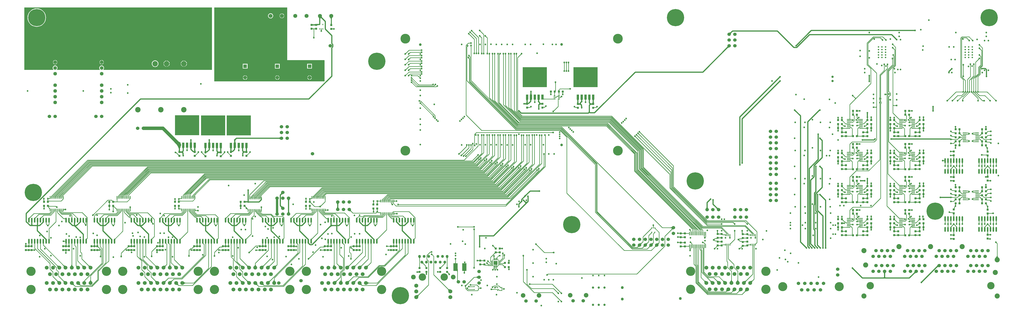
<source format=gbl>
G04*
G04 #@! TF.GenerationSoftware,Altium Limited,Altium Designer,18.0.12 (696)*
G04*
G04 Layer_Physical_Order=4*
G04 Layer_Color=16711680*
%FSLAX25Y25*%
%MOIN*%
G70*
G01*
G75*
%ADD10C,0.01000*%
%ADD11C,0.02000*%
%ADD17C,0.01500*%
%ADD33R,0.07500X0.13500*%
%ADD36R,0.03740X0.03740*%
%ADD37R,0.03740X0.03740*%
%ADD38R,0.01654X0.03500*%
%ADD42O,0.02362X0.08661*%
%ADD62R,0.01181X0.06299*%
%ADD64C,0.04000*%
%ADD116C,0.03000*%
%ADD117C,0.06000*%
%ADD121R,0.06299X0.06299*%
%ADD122C,0.06299*%
%ADD123C,0.12795*%
%ADD124C,0.06000*%
%ADD125C,0.08858*%
%ADD126C,0.09449*%
%ADD127C,0.08200*%
%ADD128C,0.05000*%
%ADD129C,0.07000*%
%ADD130C,0.12800*%
%ADD131C,0.30000*%
%ADD132C,0.03937*%
%ADD133C,0.06700*%
%ADD134C,0.16000*%
%ADD135C,0.15748*%
%ADD136C,0.04598*%
%ADD137C,0.17000*%
%ADD138C,0.07874*%
%ADD139C,0.04000*%
%ADD140C,0.02500*%
%ADD141R,0.01772X0.04921*%
%ADD142R,0.01181X0.01181*%
%ADD143R,0.01181X0.03543*%
%ADD144R,0.03543X0.01181*%
%ADD145R,0.07087X0.07087*%
%ADD146R,0.01968X0.01575*%
%ADD147R,0.01575X0.01968*%
%ADD148R,0.04200X0.09000*%
%ADD149R,0.42000X0.35000*%
%ADD150R,0.06496X0.01181*%
%ADD151R,0.03347X0.01575*%
G36*
X519473Y508352D02*
X519481Y507981D01*
X519514Y507628D01*
X519572Y507292D01*
X519655Y506974D01*
X519764Y506674D01*
X519897Y506391D01*
X520055Y506127D01*
X520238Y505879D01*
X520446Y505650D01*
X518937Y504331D01*
X518715Y504533D01*
X518472Y504717D01*
X518210Y504882D01*
X517927Y505028D01*
X517624Y505155D01*
X517354Y505246D01*
X517214Y505001D01*
X517080Y504710D01*
X516975Y504415D01*
X516901Y504115D01*
X516856Y503811D01*
X516841Y503503D01*
X514841Y503597D01*
X514827Y503900D01*
X514785Y504202D01*
X514715Y504504D01*
X514617Y504806D01*
X514490Y505108D01*
X514336Y505409D01*
X514154Y505711D01*
X513944Y506012D01*
X513705Y506313D01*
X513439Y506614D01*
X516893Y506457D01*
X519490Y508740D01*
X519473Y508352D01*
D02*
G37*
G36*
X537812Y506170D02*
X537268Y505529D01*
X537047Y505218D01*
X536860Y504913D01*
X536707Y504614D01*
X536588Y504321D01*
X536503Y504035D01*
X536452Y503755D01*
X536435Y503481D01*
X534935D01*
X534918Y503755D01*
X534867Y504035D01*
X534782Y504321D01*
X534663Y504614D01*
X534510Y504913D01*
X534323Y505218D01*
X534102Y505529D01*
X533847Y505847D01*
X533235Y506500D01*
X538135D01*
X537812Y506170D01*
D02*
G37*
G36*
X536443Y496071D02*
X536465Y495814D01*
X536503Y495587D01*
X536555Y495390D01*
X536622Y495224D01*
X536705Y495088D01*
X536802Y494982D01*
X536915Y494907D01*
X537043Y494861D01*
X537185Y494846D01*
X534185D01*
X534328Y494861D01*
X534455Y494907D01*
X534567Y494982D01*
X534665Y495088D01*
X534748Y495224D01*
X534815Y495390D01*
X534867Y495587D01*
X534905Y495814D01*
X534928Y496071D01*
X534935Y496358D01*
X536435D01*
X536443Y496071D01*
D02*
G37*
G36*
X511278Y495116D02*
X511338Y495037D01*
X511438Y494968D01*
X511578Y494907D01*
X511758Y494856D01*
X511978Y494814D01*
X512238Y494782D01*
X512878Y494745D01*
X513258Y494740D01*
Y492740D01*
X512878Y492730D01*
X512538Y492700D01*
X512238Y492650D01*
X511978Y492580D01*
X511758Y492490D01*
X511578Y492380D01*
X511438Y492250D01*
X511338Y492100D01*
X511278Y491930D01*
X511258Y491740D01*
Y495204D01*
X511278Y495116D01*
D02*
G37*
G36*
X507542Y491488D02*
X507522Y491651D01*
X507462Y491797D01*
X507362Y491926D01*
X507222Y492038D01*
X507042Y492132D01*
X506822Y492209D01*
X506562Y492269D01*
X506262Y492312D01*
X505922Y492338D01*
X505542Y492346D01*
Y494347D01*
X505922Y494355D01*
X506262Y494381D01*
X506562Y494424D01*
X506822Y494484D01*
X507042Y494561D01*
X507222Y494655D01*
X507362Y494767D01*
X507462Y494896D01*
X507522Y495042D01*
X507542Y495204D01*
Y491488D01*
D02*
G37*
G36*
X503278Y495042D02*
X503338Y494896D01*
X503438Y494767D01*
X503578Y494655D01*
X503758Y494561D01*
X503978Y494484D01*
X504238Y494424D01*
X504538Y494381D01*
X504878Y494355D01*
X505258Y494347D01*
Y492346D01*
X504878Y492338D01*
X504538Y492312D01*
X504238Y492269D01*
X503978Y492209D01*
X503758Y492132D01*
X503578Y492038D01*
X503438Y491926D01*
X503338Y491797D01*
X503278Y491651D01*
X503258Y491488D01*
Y495204D01*
X503278Y495042D01*
D02*
G37*
G36*
X507554Y485653D02*
X507544Y485748D01*
X507513Y485834D01*
X507463Y485909D01*
X507392Y485974D01*
X507301Y486028D01*
X507190Y486073D01*
X507058Y486108D01*
X506906Y486133D01*
X506761Y486146D01*
X506710Y486143D01*
X506540Y486114D01*
X506390Y486063D01*
X506260Y485993D01*
X506150Y485904D01*
X506060Y485793D01*
X505990Y485664D01*
X505940Y485513D01*
X505910Y485344D01*
X505900Y485153D01*
X504900D01*
X504890Y485344D01*
X504860Y485513D01*
X504810Y485664D01*
X504740Y485793D01*
X504650Y485904D01*
X504540Y485993D01*
X504410Y486063D01*
X504260Y486114D01*
X504090Y486143D01*
X504041Y486146D01*
X503898Y486133D01*
X503748Y486108D01*
X503618Y486073D01*
X503508Y486028D01*
X503418Y485974D01*
X503348Y485909D01*
X503298Y485834D01*
X503268Y485748D01*
X503258Y485653D01*
Y487653D01*
X503268Y487559D01*
X503298Y487473D01*
X503348Y487398D01*
X503418Y487333D01*
X503508Y487279D01*
X503618Y487233D01*
X503748Y487198D01*
X503898Y487174D01*
X504068Y487158D01*
X504258Y487153D01*
Y486392D01*
X505400Y487153D01*
X506542Y486392D01*
Y487153D01*
X506734Y487158D01*
X506906Y487174D01*
X507058Y487198D01*
X507190Y487233D01*
X507301Y487279D01*
X507392Y487333D01*
X507463Y487398D01*
X507513Y487473D01*
X507544Y487559D01*
X507554Y487653D01*
Y485653D01*
D02*
G37*
G36*
X537553Y487212D02*
X537583Y487127D01*
X537633Y487052D01*
X537703Y486987D01*
X537793Y486932D01*
X537903Y486887D01*
X538033Y486852D01*
X538183Y486827D01*
X538353Y486812D01*
X538389Y486811D01*
X538415Y486812D01*
X538551Y486827D01*
X538684Y486852D01*
X538816Y486887D01*
X538946Y486932D01*
X539075Y486986D01*
X539202Y487051D01*
X539327Y487125D01*
X539451Y487210D01*
X539573Y487305D01*
X539346Y485217D01*
X539251Y485329D01*
X539150Y485429D01*
X539045Y485518D01*
X538934Y485595D01*
X538818Y485660D01*
X538697Y485713D01*
X538571Y485754D01*
X538440Y485783D01*
X538320Y485799D01*
X538183Y485787D01*
X538033Y485762D01*
X537903Y485727D01*
X537793Y485682D01*
X537703Y485627D01*
X537633Y485562D01*
X537583Y485487D01*
X537553Y485402D01*
X537543Y485307D01*
Y487307D01*
X537553Y487212D01*
D02*
G37*
G36*
X519123Y485278D02*
X519076Y485248D01*
X519035Y485198D01*
X518999Y485128D01*
X518969Y485038D01*
X518944Y484928D01*
X518925Y484798D01*
X518911Y484648D01*
X518909Y484580D01*
X518922Y484473D01*
X518950Y484340D01*
X518988Y484211D01*
X519037Y484085D01*
X519098Y483962D01*
X519170Y483843D01*
X519252Y483727D01*
X519346Y483614D01*
X519450Y483504D01*
X517350D01*
X517454Y483614D01*
X517548Y483727D01*
X517630Y483843D01*
X517702Y483962D01*
X517763Y484085D01*
X517812Y484211D01*
X517850Y484340D01*
X517878Y484473D01*
X517891Y484576D01*
X517875Y484798D01*
X517856Y484928D01*
X517831Y485038D01*
X517801Y485128D01*
X517765Y485198D01*
X517724Y485248D01*
X517677Y485278D01*
X517625Y485288D01*
X519175D01*
X519123Y485278D01*
D02*
G37*
G36*
X1550929Y482450D02*
X1550910Y482459D01*
X1550875Y482468D01*
X1550823Y482476D01*
X1550668Y482487D01*
X1550153Y482500D01*
X1549982Y482500D01*
Y484500D01*
X1550929Y484550D01*
Y482450D01*
D02*
G37*
G36*
X795666Y483334D02*
X795680Y483188D01*
X795704Y483047D01*
X795738Y482912D01*
X795782Y482783D01*
X795836Y482659D01*
X795900Y482540D01*
X795974Y482427D01*
X796058Y482319D01*
X796153Y482217D01*
X795446Y481510D01*
X795343Y481604D01*
X795236Y481689D01*
X795123Y481763D01*
X795004Y481827D01*
X794880Y481881D01*
X794750Y481925D01*
X794616Y481959D01*
X794475Y481983D01*
X794329Y481997D01*
X794178Y482000D01*
X795663Y483485D01*
X795666Y483334D01*
D02*
G37*
G36*
X781595Y482925D02*
X781608Y482779D01*
X781632Y482639D01*
X781666Y482504D01*
X781710Y482374D01*
X781764Y482250D01*
X781828Y482131D01*
X781902Y482018D01*
X781987Y481911D01*
X782081Y481808D01*
X781374Y481101D01*
X781272Y481196D01*
X781164Y481280D01*
X781051Y481354D01*
X780932Y481419D01*
X780808Y481473D01*
X780679Y481517D01*
X780544Y481550D01*
X780403Y481574D01*
X780258Y481588D01*
X780106Y481591D01*
X781591Y483076D01*
X781595Y482925D01*
D02*
G37*
G36*
X779049Y480379D02*
X779063Y480233D01*
X779086Y480093D01*
X779120Y479958D01*
X779164Y479829D01*
X779218Y479705D01*
X779282Y479586D01*
X779357Y479473D01*
X779441Y479365D01*
X779535Y479263D01*
X778828Y478556D01*
X778726Y478650D01*
X778618Y478734D01*
X778505Y478809D01*
X778387Y478873D01*
X778263Y478927D01*
X778133Y478971D01*
X777998Y479005D01*
X777858Y479029D01*
X777712Y479042D01*
X777561Y479046D01*
X779045Y480531D01*
X779049Y480379D01*
D02*
G37*
G36*
X1232480Y479343D02*
X1232291Y479138D01*
X1232122Y478923D01*
X1231974Y478696D01*
X1231845Y478459D01*
X1231737Y478211D01*
X1231649Y477952D01*
X1231582Y477682D01*
X1231534Y477401D01*
X1231507Y477110D01*
X1231500Y476807D01*
X1228530Y479777D01*
X1228833Y479784D01*
X1229124Y479811D01*
X1229405Y479859D01*
X1229675Y479926D01*
X1229934Y480014D01*
X1230182Y480122D01*
X1230419Y480251D01*
X1230646Y480399D01*
X1230861Y480568D01*
X1231066Y480757D01*
X1232480Y479343D01*
D02*
G37*
G36*
X776503Y477834D02*
X776517Y477688D01*
X776541Y477547D01*
X776575Y477413D01*
X776619Y477283D01*
X776673Y477159D01*
X776737Y477040D01*
X776811Y476927D01*
X776896Y476819D01*
X776990Y476717D01*
X776283Y476010D01*
X776181Y476104D01*
X776073Y476189D01*
X775960Y476263D01*
X775841Y476327D01*
X775717Y476381D01*
X775588Y476425D01*
X775453Y476459D01*
X775312Y476483D01*
X775166Y476497D01*
X775015Y476500D01*
X776500Y477985D01*
X776503Y477834D01*
D02*
G37*
G36*
X805115Y473934D02*
X805129Y473788D01*
X805153Y473647D01*
X805186Y473513D01*
X805230Y473383D01*
X805284Y473259D01*
X805349Y473140D01*
X805423Y473027D01*
X805507Y472919D01*
X805602Y472817D01*
X804895Y472110D01*
X804792Y472204D01*
X804685Y472289D01*
X804572Y472363D01*
X804453Y472427D01*
X804329Y472481D01*
X804199Y472525D01*
X804064Y472559D01*
X803924Y472583D01*
X803778Y472597D01*
X803627Y472600D01*
X805112Y474085D01*
X805115Y473934D01*
D02*
G37*
G36*
X795666D02*
X795680Y473788D01*
X795704Y473647D01*
X795738Y473513D01*
X795782Y473383D01*
X795836Y473259D01*
X795900Y473140D01*
X795974Y473027D01*
X796058Y472919D01*
X796153Y472817D01*
X795446Y472110D01*
X795343Y472204D01*
X795236Y472289D01*
X795123Y472363D01*
X795004Y472427D01*
X794880Y472481D01*
X794750Y472525D01*
X794616Y472559D01*
X794475Y472583D01*
X794329Y472597D01*
X794178Y472600D01*
X795663Y474085D01*
X795666Y473934D01*
D02*
G37*
G36*
X505905Y473175D02*
X505922Y473039D01*
X505949Y472907D01*
X505988Y472778D01*
X506038Y472651D01*
X506098Y472529D01*
X506170Y472409D01*
X506252Y472294D01*
X506346Y472181D01*
X506450Y472071D01*
X504350D01*
X504455Y472181D01*
X504548Y472294D01*
X504631Y472409D01*
X504702Y472529D01*
X504763Y472651D01*
X504812Y472778D01*
X504850Y472907D01*
X504878Y473039D01*
X504894Y473175D01*
X504900Y473314D01*
X505900D01*
X505905Y473175D01*
D02*
G37*
G36*
X1520138Y468933D02*
X1518654Y467448D01*
X1518647Y467468D01*
X1518629Y467499D01*
X1518597Y467541D01*
X1518495Y467660D01*
X1518140Y468032D01*
X1518019Y468153D01*
X1519434Y469567D01*
X1520138Y468933D01*
D02*
G37*
G36*
X1500209Y468895D02*
X1500317Y468811D01*
X1500430Y468737D01*
X1500549Y468673D01*
X1500673Y468619D01*
X1500802Y468575D01*
X1500937Y468541D01*
X1501078Y468517D01*
X1501223Y468503D01*
X1501375Y468500D01*
X1499890Y467015D01*
X1499886Y467166D01*
X1499873Y467312D01*
X1499849Y467453D01*
X1499815Y467588D01*
X1499771Y467717D01*
X1499717Y467841D01*
X1499653Y467960D01*
X1499579Y468073D01*
X1499494Y468181D01*
X1499400Y468283D01*
X1500107Y468990D01*
X1500209Y468895D01*
D02*
G37*
G36*
X1494319D02*
X1494427Y468811D01*
X1494540Y468737D01*
X1494659Y468673D01*
X1494783Y468619D01*
X1494913Y468575D01*
X1495047Y468541D01*
X1495188Y468517D01*
X1495334Y468503D01*
X1495485Y468500D01*
X1494000Y467015D01*
X1493997Y467166D01*
X1493983Y467312D01*
X1493959Y467453D01*
X1493925Y467588D01*
X1493881Y467717D01*
X1493827Y467841D01*
X1493763Y467960D01*
X1493689Y468073D01*
X1493604Y468181D01*
X1493510Y468283D01*
X1494217Y468990D01*
X1494319Y468895D01*
D02*
G37*
G36*
X1651209Y467947D02*
X1651317Y467862D01*
X1651430Y467788D01*
X1651549Y467724D01*
X1651673Y467670D01*
X1651802Y467626D01*
X1651937Y467592D01*
X1652078Y467568D01*
X1652224Y467555D01*
X1652375Y467551D01*
X1650890Y466066D01*
X1650886Y466218D01*
X1650873Y466363D01*
X1650849Y466504D01*
X1650815Y466639D01*
X1650771Y466768D01*
X1650717Y466892D01*
X1650653Y467011D01*
X1650579Y467124D01*
X1650494Y467232D01*
X1650400Y467334D01*
X1651107Y468041D01*
X1651209Y467947D01*
D02*
G37*
G36*
X1645319D02*
X1645427Y467862D01*
X1645540Y467788D01*
X1645659Y467724D01*
X1645783Y467670D01*
X1645913Y467626D01*
X1646047Y467592D01*
X1646188Y467568D01*
X1646334Y467555D01*
X1646485Y467551D01*
X1645000Y466066D01*
X1644997Y466218D01*
X1644983Y466363D01*
X1644959Y466504D01*
X1644925Y466639D01*
X1644881Y466768D01*
X1644827Y466892D01*
X1644763Y467011D01*
X1644689Y467124D01*
X1644604Y467232D01*
X1644510Y467334D01*
X1645217Y468041D01*
X1645319Y467947D01*
D02*
G37*
G36*
X777929Y460450D02*
X777819Y460555D01*
X777706Y460648D01*
X777591Y460731D01*
X777471Y460802D01*
X777349Y460862D01*
X777222Y460912D01*
X777093Y460951D01*
X776961Y460978D01*
X776825Y460994D01*
X776686Y461000D01*
Y462000D01*
X776825Y462006D01*
X776961Y462022D01*
X777093Y462049D01*
X777222Y462088D01*
X777349Y462138D01*
X777471Y462198D01*
X777591Y462269D01*
X777706Y462352D01*
X777819Y462445D01*
X777929Y462550D01*
Y460450D01*
D02*
G37*
G36*
X1514503Y459334D02*
X1514517Y459188D01*
X1514541Y459047D01*
X1514575Y458913D01*
X1514619Y458783D01*
X1514673Y458659D01*
X1514737Y458540D01*
X1514811Y458427D01*
X1514896Y458319D01*
X1514990Y458217D01*
X1514283Y457510D01*
X1514181Y457605D01*
X1514073Y457689D01*
X1513960Y457763D01*
X1513841Y457827D01*
X1513717Y457881D01*
X1513587Y457925D01*
X1513453Y457959D01*
X1513312Y457983D01*
X1513166Y457997D01*
X1513015Y458000D01*
X1514500Y459485D01*
X1514503Y459334D01*
D02*
G37*
G36*
X1347134Y457720D02*
X1346500Y457015D01*
X1345015Y458500D01*
X1345035Y458506D01*
X1345066Y458525D01*
X1345108Y458557D01*
X1345226Y458658D01*
X1345599Y459014D01*
X1345720Y459134D01*
X1347134Y457720D01*
D02*
G37*
G36*
X1665503Y458334D02*
X1665517Y458188D01*
X1665541Y458047D01*
X1665575Y457912D01*
X1665619Y457783D01*
X1665673Y457659D01*
X1665737Y457540D01*
X1665811Y457427D01*
X1665895Y457319D01*
X1665990Y457217D01*
X1665283Y456510D01*
X1665181Y456604D01*
X1665073Y456689D01*
X1664960Y456763D01*
X1664841Y456827D01*
X1664717Y456881D01*
X1664588Y456925D01*
X1664453Y456959D01*
X1664312Y456983D01*
X1664166Y456997D01*
X1664015Y457000D01*
X1665500Y458485D01*
X1665503Y458334D01*
D02*
G37*
G36*
X779910Y456319D02*
X779817Y456207D01*
X779734Y456090D01*
X779663Y455971D01*
X779602Y455849D01*
X779553Y455723D01*
X779514Y455593D01*
X779487Y455461D01*
X779470Y455325D01*
X779465Y455186D01*
X778465D01*
X778459Y455325D01*
X778443Y455461D01*
X778415Y455593D01*
X778377Y455723D01*
X778327Y455849D01*
X778267Y455971D01*
X778195Y456090D01*
X778113Y456207D01*
X778019Y456319D01*
X777915Y456429D01*
X780015D01*
X779910Y456319D01*
D02*
G37*
G36*
X773583Y455323D02*
X773432Y455281D01*
X773149Y455182D01*
X773016Y455123D01*
X772889Y455060D01*
X772768Y454991D01*
X772654Y454916D01*
X772545Y454836D01*
X772442Y454750D01*
X772345Y454659D01*
X771447Y455175D01*
X771542Y455279D01*
X771623Y455387D01*
X771691Y455498D01*
X771744Y455613D01*
X771783Y455732D01*
X771808Y455854D01*
X771819Y455980D01*
X771816Y456110D01*
X771800Y456243D01*
X771769Y456380D01*
X773583Y455323D01*
D02*
G37*
G36*
X1228470Y453777D02*
X1228167Y453770D01*
X1227876Y453743D01*
X1227595Y453696D01*
X1227325Y453628D01*
X1227066Y453540D01*
X1226818Y453432D01*
X1226581Y453304D01*
X1226354Y453155D01*
X1226139Y452986D01*
X1225934Y452797D01*
X1224520Y454212D01*
X1224709Y454416D01*
X1224878Y454632D01*
X1225026Y454858D01*
X1225155Y455095D01*
X1225263Y455343D01*
X1225351Y455602D01*
X1225418Y455872D01*
X1225466Y456153D01*
X1225493Y456445D01*
X1225500Y456747D01*
X1228470Y453777D01*
D02*
G37*
G36*
X1514503Y453334D02*
X1514517Y453188D01*
X1514541Y453047D01*
X1514575Y452913D01*
X1514619Y452783D01*
X1514673Y452659D01*
X1514737Y452540D01*
X1514811Y452427D01*
X1514896Y452319D01*
X1514990Y452217D01*
X1514283Y451510D01*
X1514181Y451605D01*
X1514073Y451689D01*
X1513960Y451763D01*
X1513841Y451827D01*
X1513717Y451881D01*
X1513587Y451925D01*
X1513453Y451959D01*
X1513312Y451983D01*
X1513166Y451997D01*
X1513015Y452000D01*
X1514500Y453485D01*
X1514503Y453334D01*
D02*
G37*
G36*
X1665503Y452377D02*
X1665517Y452231D01*
X1665541Y452091D01*
X1665575Y451956D01*
X1665619Y451826D01*
X1665673Y451702D01*
X1665737Y451584D01*
X1665811Y451470D01*
X1665895Y451363D01*
X1665990Y451261D01*
X1665283Y450553D01*
X1665181Y450648D01*
X1665073Y450732D01*
X1664960Y450807D01*
X1664841Y450871D01*
X1664717Y450925D01*
X1664588Y450969D01*
X1664453Y451003D01*
X1664312Y451026D01*
X1664166Y451040D01*
X1664015Y451043D01*
X1665500Y452528D01*
X1665503Y452377D01*
D02*
G37*
G36*
X691929Y448129D02*
X691819Y448233D01*
X691707Y448327D01*
X691590Y448409D01*
X691471Y448481D01*
X691349Y448541D01*
X691222Y448591D01*
X691093Y448629D01*
X690961Y448657D01*
X690825Y448673D01*
X690686Y448679D01*
Y449679D01*
X690825Y449684D01*
X690961Y449701D01*
X691093Y449728D01*
X691222Y449767D01*
X691349Y449816D01*
X691471Y449877D01*
X691590Y449948D01*
X691707Y450031D01*
X691819Y450124D01*
X691929Y450229D01*
Y448129D01*
D02*
G37*
G36*
X792519Y445675D02*
X792535Y445539D01*
X792563Y445407D01*
X792601Y445278D01*
X792651Y445152D01*
X792711Y445029D01*
X792783Y444909D01*
X792865Y444794D01*
X792959Y444681D01*
X793063Y444571D01*
X790963D01*
X791068Y444681D01*
X791161Y444794D01*
X791244Y444909D01*
X791315Y445029D01*
X791376Y445152D01*
X791425Y445278D01*
X791464Y445407D01*
X791491Y445539D01*
X791508Y445675D01*
X791513Y445814D01*
X792513D01*
X792519Y445675D01*
D02*
G37*
G36*
X788919D02*
X788935Y445539D01*
X788963Y445407D01*
X789001Y445278D01*
X789051Y445152D01*
X789111Y445029D01*
X789183Y444909D01*
X789265Y444794D01*
X789359Y444681D01*
X789463Y444571D01*
X787363D01*
X787468Y444681D01*
X787561Y444794D01*
X787644Y444909D01*
X787715Y445029D01*
X787776Y445152D01*
X787825Y445278D01*
X787864Y445407D01*
X787891Y445539D01*
X787908Y445675D01*
X787913Y445814D01*
X788913D01*
X788919Y445675D01*
D02*
G37*
G36*
X785319D02*
X785335Y445539D01*
X785363Y445407D01*
X785401Y445278D01*
X785451Y445152D01*
X785511Y445029D01*
X785583Y444909D01*
X785665Y444794D01*
X785759Y444681D01*
X785863Y444571D01*
X783763D01*
X783868Y444681D01*
X783961Y444794D01*
X784044Y444909D01*
X784115Y445029D01*
X784176Y445152D01*
X784225Y445278D01*
X784264Y445407D01*
X784291Y445539D01*
X784308Y445675D01*
X784313Y445814D01*
X785313D01*
X785319Y445675D01*
D02*
G37*
G36*
X691929Y444529D02*
X691819Y444633D01*
X691707Y444727D01*
X691590Y444809D01*
X691471Y444881D01*
X691349Y444941D01*
X691222Y444991D01*
X691093Y445029D01*
X690961Y445057D01*
X690825Y445073D01*
X690686Y445079D01*
Y446079D01*
X690825Y446084D01*
X690961Y446101D01*
X691093Y446128D01*
X691222Y446167D01*
X691349Y446216D01*
X691471Y446277D01*
X691590Y446348D01*
X691707Y446431D01*
X691819Y446524D01*
X691929Y446629D01*
Y444529D01*
D02*
G37*
G36*
X807817Y445412D02*
X807833Y445276D01*
X807860Y445144D01*
X807899Y445015D01*
X807948Y444889D01*
X808009Y444766D01*
X808080Y444647D01*
X808163Y444531D01*
X808257Y444418D01*
X808361Y444309D01*
X806261D01*
X806365Y444418D01*
X806459Y444531D01*
X806542Y444647D01*
X806613Y444766D01*
X806674Y444889D01*
X806723Y445015D01*
X806761Y445144D01*
X806789Y445276D01*
X806806Y445412D01*
X806811Y445551D01*
X807811D01*
X807817Y445412D01*
D02*
G37*
G36*
X798142D02*
X798159Y445276D01*
X798186Y445144D01*
X798225Y445015D01*
X798274Y444889D01*
X798335Y444766D01*
X798407Y444647D01*
X798489Y444531D01*
X798582Y444418D01*
X798687Y444309D01*
X796587D01*
X796691Y444418D01*
X796785Y444531D01*
X796868Y444647D01*
X796939Y444766D01*
X796999Y444889D01*
X797049Y445015D01*
X797087Y445144D01*
X797115Y445276D01*
X797131Y445412D01*
X797137Y445551D01*
X798137D01*
X798142Y445412D01*
D02*
G37*
G36*
X801618Y445449D02*
X801635Y445313D01*
X801664Y445182D01*
X801705Y445055D01*
X801757Y444933D01*
X801821Y444815D01*
X801897Y444703D01*
X801984Y444595D01*
X802083Y444491D01*
X802194Y444392D01*
X800101Y444217D01*
X800198Y444337D01*
X800285Y444458D01*
X800362Y444581D01*
X800428Y444707D01*
X800484Y444834D01*
X800530Y444963D01*
X800566Y445095D01*
X800591Y445228D01*
X800607Y445363D01*
X800612Y445501D01*
X801612Y445590D01*
X801618Y445449D01*
D02*
G37*
G36*
X672490Y443937D02*
X672396Y443835D01*
X672311Y443727D01*
X672237Y443614D01*
X672173Y443496D01*
X672119Y443371D01*
X672075Y443242D01*
X672041Y443107D01*
X672017Y442967D01*
X672003Y442821D01*
X672000Y442669D01*
X670515Y444154D01*
X670666Y444158D01*
X670812Y444171D01*
X670953Y444195D01*
X671088Y444229D01*
X671217Y444273D01*
X671341Y444327D01*
X671460Y444391D01*
X671573Y444465D01*
X671681Y444550D01*
X671783Y444644D01*
X672490Y443937D01*
D02*
G37*
G36*
X666490D02*
X666396Y443835D01*
X666311Y443727D01*
X666237Y443614D01*
X666173Y443496D01*
X666119Y443371D01*
X666075Y443242D01*
X666041Y443107D01*
X666017Y442967D01*
X666003Y442821D01*
X666000Y442669D01*
X664515Y444154D01*
X664666Y444158D01*
X664812Y444171D01*
X664953Y444195D01*
X665088Y444229D01*
X665217Y444273D01*
X665341Y444327D01*
X665460Y444391D01*
X665573Y444465D01*
X665681Y444550D01*
X665783Y444644D01*
X666490Y443937D01*
D02*
G37*
G36*
X867138Y441737D02*
X866987Y441734D01*
X866841Y441720D01*
X866701Y441697D01*
X866566Y441663D01*
X866436Y441619D01*
X866313Y441565D01*
X866194Y441501D01*
X866081Y441426D01*
X865973Y441342D01*
X865871Y441247D01*
X865164Y441954D01*
X865258Y442057D01*
X865343Y442164D01*
X865417Y442278D01*
X865481Y442396D01*
X865535Y442520D01*
X865579Y442650D01*
X865613Y442785D01*
X865637Y442925D01*
X865650Y443071D01*
X865654Y443222D01*
X867138Y441737D01*
D02*
G37*
G36*
X829951Y441783D02*
X829801Y441742D01*
X829517Y441642D01*
X829385Y441583D01*
X829258Y441520D01*
X829137Y441451D01*
X829022Y441376D01*
X828913Y441296D01*
X828810Y441210D01*
X828714Y441119D01*
X827807Y441626D01*
X827904Y441732D01*
X827986Y441842D01*
X828055Y441954D01*
X828109Y442070D01*
X828150Y442190D01*
X828175Y442313D01*
X828187Y442440D01*
X828185Y442570D01*
X828168Y442703D01*
X828137Y442840D01*
X829951Y441783D01*
D02*
G37*
G36*
X858875Y442057D02*
X858782Y441944D01*
X858699Y441828D01*
X858628Y441708D01*
X858567Y441586D01*
X858518Y441460D01*
X858479Y441331D01*
X858452Y441198D01*
X858435Y441062D01*
X858430Y440923D01*
X857430D01*
X857424Y441062D01*
X857408Y441198D01*
X857380Y441331D01*
X857342Y441460D01*
X857292Y441586D01*
X857232Y441708D01*
X857160Y441828D01*
X857078Y441944D01*
X856984Y442057D01*
X856880Y442166D01*
X858980D01*
X858875Y442057D01*
D02*
G37*
G36*
X855275D02*
X855182Y441944D01*
X855099Y441828D01*
X855028Y441708D01*
X854967Y441586D01*
X854918Y441460D01*
X854879Y441331D01*
X854852Y441198D01*
X854835Y441062D01*
X854830Y440923D01*
X853830D01*
X853824Y441062D01*
X853808Y441198D01*
X853780Y441331D01*
X853742Y441460D01*
X853692Y441586D01*
X853632Y441708D01*
X853560Y441828D01*
X853478Y441944D01*
X853384Y442057D01*
X853280Y442166D01*
X855380D01*
X855275Y442057D01*
D02*
G37*
G36*
X849426D02*
X849333Y441944D01*
X849250Y441828D01*
X849179Y441708D01*
X849118Y441586D01*
X849069Y441460D01*
X849030Y441331D01*
X849003Y441198D01*
X848986Y441062D01*
X848981Y440923D01*
X847981D01*
X847975Y441062D01*
X847959Y441198D01*
X847931Y441331D01*
X847893Y441460D01*
X847843Y441586D01*
X847783Y441708D01*
X847711Y441828D01*
X847629Y441944D01*
X847535Y442057D01*
X847431Y442166D01*
X849531D01*
X849426Y442057D01*
D02*
G37*
G36*
X845826D02*
X845733Y441944D01*
X845650Y441828D01*
X845579Y441708D01*
X845518Y441586D01*
X845469Y441460D01*
X845430Y441331D01*
X845403Y441198D01*
X845386Y441062D01*
X845381Y440923D01*
X844381D01*
X844375Y441062D01*
X844359Y441198D01*
X844331Y441331D01*
X844293Y441460D01*
X844243Y441586D01*
X844183Y441708D01*
X844111Y441828D01*
X844029Y441944D01*
X843935Y442057D01*
X843831Y442166D01*
X845931D01*
X845826Y442057D01*
D02*
G37*
G36*
X839978D02*
X839884Y441944D01*
X839802Y441828D01*
X839730Y441708D01*
X839670Y441586D01*
X839620Y441460D01*
X839582Y441331D01*
X839554Y441198D01*
X839538Y441062D01*
X839532Y440923D01*
X838532D01*
X838527Y441062D01*
X838510Y441198D01*
X838483Y441331D01*
X838444Y441460D01*
X838395Y441586D01*
X838334Y441708D01*
X838263Y441828D01*
X838180Y441944D01*
X838087Y442057D01*
X837982Y442166D01*
X840082D01*
X839978Y442057D01*
D02*
G37*
G36*
X836378D02*
X836284Y441944D01*
X836202Y441828D01*
X836130Y441708D01*
X836070Y441586D01*
X836020Y441460D01*
X835982Y441331D01*
X835954Y441198D01*
X835938Y441062D01*
X835932Y440923D01*
X834932D01*
X834927Y441062D01*
X834910Y441198D01*
X834883Y441331D01*
X834844Y441460D01*
X834795Y441586D01*
X834734Y441708D01*
X834663Y441828D01*
X834580Y441944D01*
X834487Y442057D01*
X834382Y442166D01*
X836482D01*
X836378Y442057D01*
D02*
G37*
G36*
X826929D02*
X826835Y441944D01*
X826753Y441828D01*
X826681Y441708D01*
X826621Y441586D01*
X826571Y441460D01*
X826533Y441331D01*
X826505Y441198D01*
X826489Y441062D01*
X826483Y440923D01*
X825483D01*
X825478Y441062D01*
X825461Y441198D01*
X825434Y441331D01*
X825395Y441460D01*
X825346Y441586D01*
X825285Y441708D01*
X825214Y441828D01*
X825131Y441944D01*
X825038Y442057D01*
X824933Y442166D01*
X827033D01*
X826929Y442057D01*
D02*
G37*
G36*
X821080D02*
X820986Y441944D01*
X820904Y441828D01*
X820833Y441708D01*
X820772Y441586D01*
X820723Y441460D01*
X820684Y441331D01*
X820657Y441198D01*
X820640Y441062D01*
X820634Y440923D01*
X819635D01*
X819629Y441062D01*
X819613Y441198D01*
X819585Y441331D01*
X819547Y441460D01*
X819497Y441586D01*
X819436Y441708D01*
X819365Y441828D01*
X819283Y441944D01*
X819189Y442057D01*
X819085Y442166D01*
X821185D01*
X821080Y442057D01*
D02*
G37*
G36*
X817480D02*
X817387Y441944D01*
X817304Y441828D01*
X817233Y441708D01*
X817172Y441586D01*
X817122Y441460D01*
X817084Y441331D01*
X817056Y441198D01*
X817040Y441062D01*
X817035Y440923D01*
X816035D01*
X816029Y441062D01*
X816013Y441198D01*
X815985Y441331D01*
X815947Y441460D01*
X815897Y441586D01*
X815837Y441708D01*
X815765Y441828D01*
X815683Y441944D01*
X815589Y442057D01*
X815485Y442166D01*
X817585D01*
X817480Y442057D01*
D02*
G37*
G36*
X811946D02*
X811852Y441944D01*
X811769Y441828D01*
X811698Y441708D01*
X811637Y441586D01*
X811588Y441460D01*
X811549Y441331D01*
X811522Y441198D01*
X811506Y441062D01*
X811500Y440923D01*
X810500D01*
X810495Y441062D01*
X810478Y441198D01*
X810450Y441331D01*
X810412Y441460D01*
X810363Y441586D01*
X810302Y441708D01*
X810231Y441828D01*
X810148Y441944D01*
X810054Y442057D01*
X809950Y442166D01*
X812050D01*
X811946Y442057D01*
D02*
G37*
G36*
X1665503Y440566D02*
X1665517Y440420D01*
X1665541Y440280D01*
X1665575Y440145D01*
X1665619Y440015D01*
X1665673Y439891D01*
X1665737Y439773D01*
X1665811Y439659D01*
X1665895Y439552D01*
X1665990Y439449D01*
X1665283Y438742D01*
X1665181Y438837D01*
X1665073Y438921D01*
X1664960Y438996D01*
X1664841Y439060D01*
X1664717Y439114D01*
X1664588Y439158D01*
X1664453Y439191D01*
X1664312Y439215D01*
X1664166Y439229D01*
X1664015Y439232D01*
X1665500Y440717D01*
X1665503Y440566D01*
D02*
G37*
G36*
X1515223Y439854D02*
X1515218Y439822D01*
X1515222Y439784D01*
X1515235Y439743D01*
X1515256Y439697D01*
X1515287Y439647D01*
X1515326Y439592D01*
X1515374Y439533D01*
X1515497Y439401D01*
X1514790Y438694D01*
X1514684Y438799D01*
X1514234Y439193D01*
X1514190Y439219D01*
X1514155Y439234D01*
X1514129Y439238D01*
X1515236Y439883D01*
X1515223Y439854D01*
D02*
G37*
G36*
X691929Y438680D02*
X691819Y438785D01*
X691707Y438878D01*
X691590Y438961D01*
X691471Y439032D01*
X691349Y439092D01*
X691222Y439142D01*
X691093Y439181D01*
X690961Y439208D01*
X690825Y439224D01*
X690686Y439230D01*
Y440230D01*
X690825Y440236D01*
X690961Y440252D01*
X691093Y440279D01*
X691222Y440318D01*
X691349Y440368D01*
X691471Y440428D01*
X691590Y440499D01*
X691707Y440582D01*
X691819Y440675D01*
X691929Y440780D01*
Y438680D01*
D02*
G37*
G36*
X776964Y439619D02*
X776960Y439479D01*
X776967Y439343D01*
X776988Y439212D01*
X777021Y439085D01*
X777067Y438963D01*
X777125Y438845D01*
X777196Y438732D01*
X777279Y438623D01*
X777375Y438518D01*
X776556Y437923D01*
X776456Y438016D01*
X776351Y438101D01*
X776240Y438179D01*
X776122Y438249D01*
X775999Y438312D01*
X775870Y438368D01*
X775735Y438415D01*
X775594Y438456D01*
X775446Y438489D01*
X775293Y438514D01*
X776981Y439763D01*
X776964Y439619D01*
D02*
G37*
G36*
X691929Y435080D02*
X691819Y435184D01*
X691707Y435278D01*
X691590Y435360D01*
X691471Y435432D01*
X691349Y435493D01*
X691222Y435542D01*
X691093Y435580D01*
X690961Y435608D01*
X690825Y435625D01*
X690686Y435630D01*
Y436630D01*
X690825Y436635D01*
X690961Y436652D01*
X691093Y436680D01*
X691222Y436718D01*
X691349Y436767D01*
X691471Y436828D01*
X691590Y436900D01*
X691707Y436982D01*
X691819Y437076D01*
X691929Y437180D01*
Y435080D01*
D02*
G37*
G36*
X775715Y435866D02*
X775699Y435733D01*
X775696Y435603D01*
X775708Y435476D01*
X775734Y435353D01*
X775774Y435233D01*
X775828Y435117D01*
X775897Y435004D01*
X775980Y434895D01*
X776077Y434789D01*
X775170Y434282D01*
X775073Y434373D01*
X774970Y434459D01*
X774861Y434539D01*
X774746Y434614D01*
X774626Y434683D01*
X774499Y434746D01*
X774366Y434804D01*
X774083Y434904D01*
X773932Y434946D01*
X775746Y436003D01*
X775715Y435866D01*
D02*
G37*
G36*
X666490Y434489D02*
X666396Y434387D01*
X666311Y434279D01*
X666237Y434166D01*
X666173Y434047D01*
X666119Y433923D01*
X666075Y433794D01*
X666041Y433659D01*
X666017Y433518D01*
X666003Y433372D01*
X666000Y433221D01*
X664515Y434706D01*
X664666Y434710D01*
X664812Y434723D01*
X664953Y434747D01*
X665088Y434781D01*
X665217Y434825D01*
X665341Y434879D01*
X665460Y434943D01*
X665573Y435017D01*
X665681Y435102D01*
X665783Y435196D01*
X666490Y434489D01*
D02*
G37*
G36*
X672490Y434283D02*
X672396Y434181D01*
X672311Y434073D01*
X672237Y433960D01*
X672173Y433841D01*
X672119Y433717D01*
X672075Y433588D01*
X672041Y433453D01*
X672017Y433312D01*
X672003Y433166D01*
X672000Y433015D01*
X670515Y434500D01*
X670666Y434503D01*
X670812Y434517D01*
X670953Y434541D01*
X671088Y434575D01*
X671217Y434619D01*
X671341Y434673D01*
X671460Y434737D01*
X671573Y434811D01*
X671681Y434896D01*
X671783Y434990D01*
X672490Y434283D01*
D02*
G37*
G36*
X1663985Y433327D02*
X1663834Y433323D01*
X1663688Y433310D01*
X1663547Y433286D01*
X1663412Y433252D01*
X1663283Y433208D01*
X1663159Y433154D01*
X1663040Y433090D01*
X1662927Y433016D01*
X1662819Y432931D01*
X1662717Y432837D01*
X1662010Y433544D01*
X1662104Y433646D01*
X1662189Y433754D01*
X1662263Y433867D01*
X1662327Y433986D01*
X1662381Y434110D01*
X1662425Y434239D01*
X1662459Y434374D01*
X1662483Y434515D01*
X1662497Y434660D01*
X1662500Y434812D01*
X1663985Y433327D01*
D02*
G37*
G36*
X1513589Y433646D02*
X1513495Y433533D01*
X1513413Y433417D01*
X1513341Y433298D01*
X1513281Y433175D01*
X1513231Y433049D01*
X1513193Y432920D01*
X1513165Y432788D01*
X1513149Y432652D01*
X1513143Y432513D01*
X1512143D01*
X1512138Y432652D01*
X1512121Y432788D01*
X1512094Y432920D01*
X1512055Y433049D01*
X1512006Y433175D01*
X1511945Y433298D01*
X1511874Y433417D01*
X1511791Y433533D01*
X1511698Y433646D01*
X1511593Y433756D01*
X1513693D01*
X1513589Y433646D01*
D02*
G37*
G36*
X691929Y429231D02*
X691819Y429336D01*
X691707Y429429D01*
X691590Y429512D01*
X691471Y429583D01*
X691349Y429644D01*
X691222Y429693D01*
X691093Y429732D01*
X690961Y429759D01*
X690825Y429776D01*
X690686Y429781D01*
Y430781D01*
X690825Y430787D01*
X690961Y430803D01*
X691093Y430831D01*
X691222Y430869D01*
X691349Y430919D01*
X691471Y430979D01*
X691590Y431051D01*
X691707Y431133D01*
X691819Y431227D01*
X691929Y431331D01*
Y429231D01*
D02*
G37*
G36*
X949676Y426819D02*
X949582Y426707D01*
X949500Y426590D01*
X949428Y426471D01*
X949368Y426348D01*
X949318Y426223D01*
X949280Y426093D01*
X949252Y425961D01*
X949236Y425825D01*
X949230Y425686D01*
X948230D01*
X948225Y425825D01*
X948208Y425961D01*
X948181Y426093D01*
X948142Y426223D01*
X948093Y426348D01*
X948032Y426471D01*
X947961Y426590D01*
X947878Y426707D01*
X947785Y426819D01*
X947680Y426929D01*
X949780D01*
X949676Y426819D01*
D02*
G37*
G36*
X946076D02*
X945982Y426707D01*
X945900Y426590D01*
X945828Y426471D01*
X945768Y426348D01*
X945718Y426223D01*
X945680Y426093D01*
X945652Y425961D01*
X945636Y425825D01*
X945630Y425686D01*
X944630D01*
X944625Y425825D01*
X944608Y425961D01*
X944581Y426093D01*
X944542Y426223D01*
X944493Y426348D01*
X944432Y426471D01*
X944361Y426590D01*
X944278Y426707D01*
X944185Y426819D01*
X944080Y426929D01*
X946180D01*
X946076Y426819D01*
D02*
G37*
G36*
X942476D02*
X942382Y426707D01*
X942300Y426590D01*
X942228Y426471D01*
X942168Y426348D01*
X942118Y426223D01*
X942080Y426093D01*
X942052Y425961D01*
X942036Y425825D01*
X942030Y425686D01*
X941030D01*
X941025Y425825D01*
X941008Y425961D01*
X940981Y426093D01*
X940942Y426223D01*
X940893Y426348D01*
X940832Y426471D01*
X940761Y426590D01*
X940678Y426707D01*
X940585Y426819D01*
X940480Y426929D01*
X942580D01*
X942476Y426819D01*
D02*
G37*
G36*
X691929Y425631D02*
X691819Y425736D01*
X691707Y425829D01*
X691590Y425912D01*
X691471Y425983D01*
X691349Y426044D01*
X691222Y426093D01*
X691093Y426132D01*
X690961Y426159D01*
X690825Y426176D01*
X690686Y426181D01*
Y427181D01*
X690825Y427187D01*
X690961Y427203D01*
X691093Y427231D01*
X691222Y427269D01*
X691349Y427319D01*
X691471Y427379D01*
X691590Y427451D01*
X691707Y427533D01*
X691819Y427627D01*
X691929Y427731D01*
Y425631D01*
D02*
G37*
G36*
X672490Y425040D02*
X672396Y424937D01*
X672311Y424830D01*
X672237Y424717D01*
X672173Y424598D01*
X672119Y424474D01*
X672075Y424344D01*
X672041Y424209D01*
X672017Y424069D01*
X672003Y423923D01*
X672000Y423772D01*
X670515Y425257D01*
X670666Y425260D01*
X670812Y425274D01*
X670953Y425298D01*
X671088Y425331D01*
X671217Y425375D01*
X671341Y425429D01*
X671460Y425494D01*
X671573Y425568D01*
X671681Y425652D01*
X671783Y425747D01*
X672490Y425040D01*
D02*
G37*
G36*
X666490D02*
X666396Y424937D01*
X666311Y424830D01*
X666237Y424717D01*
X666173Y424598D01*
X666119Y424474D01*
X666075Y424344D01*
X666041Y424209D01*
X666017Y424069D01*
X666003Y423923D01*
X666000Y423772D01*
X664515Y425257D01*
X664666Y425260D01*
X664812Y425274D01*
X664953Y425298D01*
X665088Y425331D01*
X665217Y425375D01*
X665341Y425429D01*
X665460Y425494D01*
X665573Y425568D01*
X665681Y425652D01*
X665783Y425747D01*
X666490Y425040D01*
D02*
G37*
G36*
X1655304Y423819D02*
X1655210Y423706D01*
X1655128Y423591D01*
X1655056Y423471D01*
X1654996Y423349D01*
X1654946Y423222D01*
X1654908Y423093D01*
X1654880Y422961D01*
X1654864Y422825D01*
X1654858Y422686D01*
X1653858D01*
X1653853Y422825D01*
X1653836Y422961D01*
X1653809Y423093D01*
X1653770Y423222D01*
X1653721Y423349D01*
X1653660Y423471D01*
X1653589Y423591D01*
X1653506Y423706D01*
X1653413Y423819D01*
X1653308Y423929D01*
X1655408D01*
X1655304Y423819D01*
D02*
G37*
G36*
X1649398D02*
X1649305Y423706D01*
X1649222Y423591D01*
X1649151Y423471D01*
X1649090Y423349D01*
X1649041Y423222D01*
X1649002Y423093D01*
X1648975Y422961D01*
X1648958Y422825D01*
X1648953Y422686D01*
X1647953D01*
X1647947Y422825D01*
X1647931Y422961D01*
X1647903Y423093D01*
X1647865Y423222D01*
X1647815Y423349D01*
X1647755Y423471D01*
X1647683Y423591D01*
X1647601Y423706D01*
X1647507Y423819D01*
X1647403Y423929D01*
X1649503D01*
X1649398Y423819D01*
D02*
G37*
G36*
X1504945Y423319D02*
X1504852Y423207D01*
X1504770Y423091D01*
X1504698Y422971D01*
X1504638Y422849D01*
X1504588Y422722D01*
X1504550Y422593D01*
X1504522Y422461D01*
X1504506Y422325D01*
X1504500Y422186D01*
X1503500D01*
X1503494Y422325D01*
X1503478Y422461D01*
X1503450Y422593D01*
X1503412Y422722D01*
X1503362Y422849D01*
X1503302Y422971D01*
X1503230Y423091D01*
X1503148Y423207D01*
X1503055Y423319D01*
X1502950Y423429D01*
X1505050D01*
X1504945Y423319D01*
D02*
G37*
G36*
X1499446D02*
X1499352Y423207D01*
X1499269Y423091D01*
X1499198Y422971D01*
X1499137Y422849D01*
X1499088Y422722D01*
X1499049Y422593D01*
X1499022Y422461D01*
X1499006Y422325D01*
X1499000Y422186D01*
X1498000D01*
X1497995Y422325D01*
X1497978Y422461D01*
X1497950Y422593D01*
X1497912Y422722D01*
X1497863Y422849D01*
X1497802Y422971D01*
X1497731Y423091D01*
X1497648Y423207D01*
X1497554Y423319D01*
X1497450Y423429D01*
X1499550D01*
X1499446Y423319D01*
D02*
G37*
G36*
X1636946Y422819D02*
X1636852Y422707D01*
X1636769Y422590D01*
X1636698Y422471D01*
X1636637Y422348D01*
X1636588Y422223D01*
X1636550Y422093D01*
X1636522Y421961D01*
X1636506Y421825D01*
X1636500Y421686D01*
X1635500D01*
X1635494Y421825D01*
X1635478Y421961D01*
X1635451Y422093D01*
X1635412Y422223D01*
X1635362Y422348D01*
X1635302Y422471D01*
X1635230Y422590D01*
X1635148Y422707D01*
X1635055Y422819D01*
X1634950Y422929D01*
X1637050D01*
X1636946Y422819D01*
D02*
G37*
G36*
X691929Y419782D02*
X691819Y419887D01*
X691707Y419980D01*
X691590Y420063D01*
X691471Y420134D01*
X691349Y420195D01*
X691222Y420244D01*
X691093Y420283D01*
X690961Y420310D01*
X690825Y420327D01*
X690686Y420332D01*
Y421332D01*
X690825Y421338D01*
X690961Y421354D01*
X691093Y421382D01*
X691222Y421420D01*
X691349Y421470D01*
X691471Y421530D01*
X691590Y421602D01*
X691707Y421684D01*
X691819Y421778D01*
X691929Y421882D01*
Y419782D01*
D02*
G37*
G36*
Y416182D02*
X691819Y416287D01*
X691707Y416380D01*
X691590Y416463D01*
X691471Y416534D01*
X691349Y416595D01*
X691222Y416644D01*
X691093Y416683D01*
X690961Y416710D01*
X690825Y416727D01*
X690686Y416732D01*
Y417732D01*
X690825Y417738D01*
X690961Y417754D01*
X691093Y417782D01*
X691222Y417820D01*
X691349Y417870D01*
X691471Y417930D01*
X691590Y418002D01*
X691707Y418084D01*
X691819Y418178D01*
X691929Y418282D01*
Y416182D01*
D02*
G37*
G36*
X1670163Y416191D02*
X1669993Y416190D01*
X1669314Y416144D01*
X1669258Y416130D01*
X1669219Y416114D01*
X1669196Y416095D01*
X1668929Y418178D01*
X1669811Y418191D01*
X1670163Y416191D01*
D02*
G37*
G36*
X328000Y415000D02*
X139153D01*
X139020Y415500D01*
X139625Y416289D01*
X140043Y417298D01*
X140185Y418381D01*
X140043Y419465D01*
X139625Y420474D01*
X138960Y421341D01*
X138093Y422006D01*
X137083Y422424D01*
X136000Y422567D01*
X134917Y422424D01*
X133907Y422006D01*
X133040Y421341D01*
X132375Y420474D01*
X131957Y419465D01*
X131815Y418381D01*
X131957Y417298D01*
X132375Y416289D01*
X132981Y415500D01*
X132847Y415000D01*
X58153D01*
X58020Y415500D01*
X58625Y416289D01*
X59043Y417298D01*
X59185Y418381D01*
X59043Y419465D01*
X58625Y420474D01*
X57960Y421341D01*
X57093Y422006D01*
X56083Y422424D01*
X55000Y422567D01*
X53917Y422424D01*
X52907Y422006D01*
X52040Y421341D01*
X51375Y420474D01*
X50957Y419465D01*
X50815Y418381D01*
X50957Y417298D01*
X51375Y416289D01*
X51981Y415500D01*
X51847Y415000D01*
X1529D01*
Y523471D01*
X328000D01*
X328000Y415000D01*
D02*
G37*
G36*
X1615985Y415500D02*
X1615965Y415494D01*
X1615934Y415475D01*
X1615892Y415443D01*
X1615774Y415342D01*
X1615401Y414987D01*
X1615280Y414866D01*
X1613866Y416280D01*
X1614500Y416985D01*
X1615985Y415500D01*
D02*
G37*
G36*
X666490Y415591D02*
X666396Y415489D01*
X666311Y415381D01*
X666237Y415268D01*
X666173Y415150D01*
X666119Y415026D01*
X666075Y414896D01*
X666041Y414761D01*
X666017Y414621D01*
X666003Y414475D01*
X666000Y414324D01*
X664515Y415808D01*
X664666Y415812D01*
X664812Y415826D01*
X664953Y415849D01*
X665088Y415883D01*
X665217Y415927D01*
X665341Y415981D01*
X665460Y416045D01*
X665573Y416120D01*
X665681Y416204D01*
X665783Y416298D01*
X666490Y415591D01*
D02*
G37*
G36*
X672490Y415591D02*
X672396Y415489D01*
X672311Y415381D01*
X672237Y415268D01*
X672173Y415149D01*
X672119Y415025D01*
X672075Y414896D01*
X672041Y414761D01*
X672017Y414620D01*
X672003Y414474D01*
X672000Y414323D01*
X670515Y415808D01*
X670666Y415811D01*
X670812Y415825D01*
X670953Y415849D01*
X671088Y415883D01*
X671217Y415927D01*
X671341Y415981D01*
X671460Y416045D01*
X671573Y416119D01*
X671681Y416203D01*
X671783Y416298D01*
X672490Y415591D01*
D02*
G37*
G36*
X949236Y415175D02*
X949252Y415039D01*
X949280Y414907D01*
X949318Y414778D01*
X949368Y414651D01*
X949428Y414529D01*
X949500Y414409D01*
X949582Y414293D01*
X949676Y414181D01*
X949780Y414071D01*
X947680D01*
X947785Y414181D01*
X947878Y414293D01*
X947961Y414409D01*
X948032Y414529D01*
X948093Y414651D01*
X948142Y414778D01*
X948181Y414907D01*
X948208Y415039D01*
X948225Y415175D01*
X948230Y415314D01*
X949230D01*
X949236Y415175D01*
D02*
G37*
G36*
X945636D02*
X945652Y415039D01*
X945680Y414907D01*
X945718Y414778D01*
X945768Y414651D01*
X945828Y414529D01*
X945900Y414409D01*
X945982Y414293D01*
X946076Y414181D01*
X946180Y414071D01*
X944080D01*
X944185Y414181D01*
X944278Y414293D01*
X944361Y414409D01*
X944432Y414529D01*
X944493Y414651D01*
X944542Y414778D01*
X944581Y414907D01*
X944608Y415039D01*
X944625Y415175D01*
X944630Y415314D01*
X945630D01*
X945636Y415175D01*
D02*
G37*
G36*
X942036D02*
X942052Y415039D01*
X942080Y414907D01*
X942118Y414778D01*
X942168Y414651D01*
X942228Y414529D01*
X942300Y414409D01*
X942382Y414293D01*
X942476Y414181D01*
X942580Y414071D01*
X940480D01*
X940585Y414181D01*
X940678Y414293D01*
X940761Y414409D01*
X940832Y414529D01*
X940893Y414651D01*
X940942Y414778D01*
X940981Y414907D01*
X941008Y415039D01*
X941025Y415175D01*
X941030Y415314D01*
X942030D01*
X942036Y415175D01*
D02*
G37*
G36*
X691929Y410334D02*
X691819Y410438D01*
X691707Y410532D01*
X691590Y410614D01*
X691471Y410686D01*
X691349Y410746D01*
X691222Y410796D01*
X691093Y410834D01*
X690961Y410862D01*
X690825Y410878D01*
X690686Y410884D01*
Y411884D01*
X690825Y411889D01*
X690961Y411906D01*
X691093Y411933D01*
X691222Y411972D01*
X691349Y412021D01*
X691471Y412082D01*
X691590Y412153D01*
X691707Y412236D01*
X691819Y412329D01*
X691929Y412434D01*
Y410334D01*
D02*
G37*
G36*
Y406734D02*
X691819Y406838D01*
X691707Y406932D01*
X691590Y407014D01*
X691471Y407086D01*
X691349Y407146D01*
X691222Y407196D01*
X691093Y407234D01*
X690961Y407262D01*
X690825Y407278D01*
X690686Y407284D01*
Y408284D01*
X690825Y408289D01*
X690961Y408306D01*
X691093Y408333D01*
X691222Y408372D01*
X691349Y408421D01*
X691471Y408482D01*
X691590Y408553D01*
X691707Y408636D01*
X691819Y408729D01*
X691929Y408834D01*
Y406734D01*
D02*
G37*
G36*
X666490Y406142D02*
X666396Y406040D01*
X666311Y405932D01*
X666237Y405819D01*
X666173Y405700D01*
X666119Y405577D01*
X666075Y405447D01*
X666041Y405312D01*
X666017Y405172D01*
X666003Y405026D01*
X666000Y404875D01*
X664515Y406359D01*
X664666Y406363D01*
X664812Y406377D01*
X664953Y406400D01*
X665088Y406434D01*
X665217Y406478D01*
X665341Y406532D01*
X665460Y406596D01*
X665573Y406671D01*
X665681Y406755D01*
X665783Y406849D01*
X666490Y406142D01*
D02*
G37*
G36*
X672490Y406142D02*
X672396Y406040D01*
X672311Y405932D01*
X672237Y405819D01*
X672173Y405700D01*
X672119Y405576D01*
X672075Y405447D01*
X672041Y405312D01*
X672017Y405171D01*
X672003Y405025D01*
X672000Y404874D01*
X670515Y406359D01*
X670666Y406363D01*
X670812Y406376D01*
X670953Y406400D01*
X671088Y406434D01*
X671217Y406478D01*
X671341Y406532D01*
X671460Y406596D01*
X671573Y406670D01*
X671681Y406755D01*
X671783Y406849D01*
X672490Y406142D01*
D02*
G37*
G36*
X1677550Y404571D02*
X1675450D01*
X1675459Y404590D01*
X1675468Y404625D01*
X1675476Y404677D01*
X1675488Y404832D01*
X1675500Y405347D01*
X1675500Y405518D01*
X1677500D01*
X1677550Y404571D01*
D02*
G37*
G36*
X1636506Y405675D02*
X1636522Y405539D01*
X1636550Y405407D01*
X1636588Y405277D01*
X1636637Y405152D01*
X1636698Y405029D01*
X1636769Y404910D01*
X1636852Y404793D01*
X1636946Y404681D01*
X1637050Y404571D01*
X1634950D01*
X1635055Y404681D01*
X1635148Y404793D01*
X1635230Y404910D01*
X1635302Y405029D01*
X1635362Y405152D01*
X1635412Y405277D01*
X1635451Y405407D01*
X1635478Y405539D01*
X1635494Y405675D01*
X1635500Y405814D01*
X1636500D01*
X1636506Y405675D01*
D02*
G37*
G36*
X676681Y405805D02*
X676793Y405711D01*
X676909Y405629D01*
X677029Y405557D01*
X677151Y405497D01*
X677278Y405447D01*
X677407Y405409D01*
X677539Y405381D01*
X677675Y405365D01*
X677814Y405359D01*
Y404359D01*
X677675Y404354D01*
X677539Y404337D01*
X677407Y404310D01*
X677278Y404271D01*
X677151Y404222D01*
X677029Y404161D01*
X676909Y404090D01*
X676793Y404007D01*
X676681Y403914D01*
X676571Y403809D01*
Y405909D01*
X676681Y405805D01*
D02*
G37*
G36*
X1473540Y403770D02*
X1473532Y403734D01*
X1473524Y403682D01*
X1473512Y403527D01*
X1473501Y403012D01*
X1473500Y402841D01*
X1471500D01*
X1471450Y403788D01*
X1473550D01*
X1473540Y403770D01*
D02*
G37*
G36*
X1316985Y401500D02*
X1316965Y401494D01*
X1316934Y401475D01*
X1316892Y401443D01*
X1316774Y401342D01*
X1316401Y400986D01*
X1316280Y400866D01*
X1314866Y402280D01*
X1315500Y402985D01*
X1316985Y401500D01*
D02*
G37*
G36*
X689650Y402395D02*
X689758Y402311D01*
X689871Y402237D01*
X689989Y402173D01*
X690113Y402119D01*
X690243Y402075D01*
X690378Y402041D01*
X690518Y402017D01*
X690664Y402003D01*
X690815Y402000D01*
X689331Y400515D01*
X689327Y400666D01*
X689314Y400812D01*
X689290Y400953D01*
X689256Y401088D01*
X689212Y401217D01*
X689158Y401341D01*
X689094Y401460D01*
X689019Y401573D01*
X688935Y401681D01*
X688841Y401783D01*
X689548Y402490D01*
X689650Y402395D01*
D02*
G37*
G36*
X677003Y400834D02*
X677017Y400688D01*
X677041Y400547D01*
X677075Y400413D01*
X677119Y400283D01*
X677173Y400159D01*
X677237Y400040D01*
X677311Y399927D01*
X677395Y399819D01*
X677490Y399717D01*
X676783Y399010D01*
X676681Y399104D01*
X676573Y399189D01*
X676460Y399263D01*
X676341Y399327D01*
X676217Y399381D01*
X676088Y399425D01*
X675953Y399459D01*
X675812Y399483D01*
X675666Y399497D01*
X675515Y399500D01*
X677000Y400985D01*
X677003Y400834D01*
D02*
G37*
G36*
X1473550Y396071D02*
X1471450D01*
X1471459Y396090D01*
X1471468Y396125D01*
X1471476Y396177D01*
X1471488Y396332D01*
X1471500Y396847D01*
X1471500Y397018D01*
X1473500D01*
X1473550Y396071D01*
D02*
G37*
G36*
X677003Y397155D02*
X677017Y397009D01*
X677041Y396869D01*
X677075Y396734D01*
X677119Y396604D01*
X677173Y396480D01*
X677237Y396362D01*
X677311Y396248D01*
X677395Y396141D01*
X677490Y396038D01*
X676783Y395331D01*
X676681Y395426D01*
X676573Y395510D01*
X676460Y395585D01*
X676341Y395649D01*
X676217Y395703D01*
X676088Y395747D01*
X675953Y395780D01*
X675812Y395804D01*
X675666Y395818D01*
X675515Y395821D01*
X677000Y397306D01*
X677003Y397155D01*
D02*
G37*
G36*
X459000Y520748D02*
Y432000D01*
X523771Y432000D01*
X524124Y431646D01*
X523946Y394894D01*
X332000Y394894D01*
X332000Y475207D01*
X332000Y523471D01*
X459000D01*
Y520748D01*
D02*
G37*
G36*
X1316985Y394000D02*
X1316965Y393994D01*
X1316934Y393975D01*
X1316892Y393943D01*
X1316774Y393842D01*
X1316401Y393486D01*
X1316280Y393366D01*
X1314866Y394780D01*
X1315500Y395485D01*
X1316985Y394000D01*
D02*
G37*
G36*
X677003Y393334D02*
X677017Y393188D01*
X677041Y393047D01*
X677075Y392913D01*
X677119Y392783D01*
X677173Y392659D01*
X677237Y392540D01*
X677311Y392427D01*
X677395Y392319D01*
X677490Y392217D01*
X676783Y391510D01*
X676681Y391604D01*
X676573Y391689D01*
X676460Y391763D01*
X676341Y391827D01*
X676217Y391881D01*
X676088Y391925D01*
X675953Y391959D01*
X675812Y391983D01*
X675666Y391997D01*
X675515Y392000D01*
X677000Y393485D01*
X677003Y393334D01*
D02*
G37*
G36*
X926966Y392490D02*
X926874Y392375D01*
X926793Y392258D01*
X926723Y392137D01*
X926663Y392013D01*
X926614Y391886D01*
X926576Y391757D01*
X926549Y391624D01*
X926533Y391488D01*
X926528Y391349D01*
X925528Y391330D01*
X925522Y391469D01*
X925505Y391605D01*
X925477Y391738D01*
X925438Y391866D01*
X925388Y391991D01*
X925327Y392113D01*
X925254Y392231D01*
X925171Y392345D01*
X925076Y392456D01*
X924970Y392563D01*
X927069Y392602D01*
X926966Y392490D01*
D02*
G37*
G36*
X716985Y388000D02*
X716834Y387997D01*
X716688Y387983D01*
X716547Y387959D01*
X716412Y387925D01*
X716283Y387881D01*
X716159Y387827D01*
X716040Y387763D01*
X715927Y387689D01*
X715819Y387604D01*
X715717Y387510D01*
X715010Y388217D01*
X715104Y388319D01*
X715189Y388427D01*
X715263Y388540D01*
X715327Y388659D01*
X715381Y388783D01*
X715425Y388913D01*
X715459Y389047D01*
X715483Y389188D01*
X715497Y389334D01*
X715500Y389485D01*
X716985Y388000D01*
D02*
G37*
G36*
X720103Y385454D02*
X719966Y385485D01*
X719833Y385501D01*
X719702Y385504D01*
X719576Y385492D01*
X719453Y385466D01*
X719333Y385426D01*
X719217Y385372D01*
X719104Y385303D01*
X718995Y385220D01*
X718889Y385123D01*
X718382Y386030D01*
X718473Y386127D01*
X718559Y386230D01*
X718639Y386339D01*
X718713Y386454D01*
X718783Y386574D01*
X718846Y386701D01*
X718904Y386834D01*
X719004Y387117D01*
X719046Y387268D01*
X720103Y385454D01*
D02*
G37*
G36*
X950771Y380839D02*
X950662Y380943D01*
X950549Y381037D01*
X950433Y381119D01*
X950314Y381191D01*
X950191Y381251D01*
X950065Y381301D01*
X949936Y381339D01*
X949803Y381367D01*
X949667Y381383D01*
X949528Y381389D01*
Y382389D01*
X949667Y382394D01*
X949803Y382411D01*
X949936Y382438D01*
X950065Y382477D01*
X950191Y382526D01*
X950314Y382587D01*
X950433Y382658D01*
X950549Y382741D01*
X950662Y382834D01*
X950771Y382939D01*
Y380839D01*
D02*
G37*
G36*
X926516Y379012D02*
X925028D01*
X925123Y379022D01*
X925208Y379052D01*
X925283Y379102D01*
X925348Y379172D01*
X925403Y379262D01*
X925448Y379372D01*
X925483Y379502D01*
X925508Y379652D01*
X925523Y379822D01*
X925528Y380012D01*
X926528D01*
X926516Y379012D01*
D02*
G37*
G36*
X932470Y379819D02*
X932485Y379647D01*
X932510Y379495D01*
X932545Y379364D01*
X932590Y379253D01*
X932644Y379162D01*
X932710Y379091D01*
X932784Y379040D01*
X932870Y379010D01*
X932964Y379000D01*
X930965D01*
X931060Y379010D01*
X931145Y379040D01*
X931220Y379091D01*
X931285Y379162D01*
X931340Y379253D01*
X931385Y379364D01*
X931420Y379495D01*
X931445Y379647D01*
X931460Y379819D01*
X931465Y380012D01*
X932465D01*
X932470Y379819D01*
D02*
G37*
G36*
X1661806Y378675D02*
X1661822Y378539D01*
X1661850Y378407D01*
X1661888Y378277D01*
X1661938Y378151D01*
X1661998Y378029D01*
X1662070Y377909D01*
X1662152Y377793D01*
X1662246Y377681D01*
X1662350Y377571D01*
X1660250D01*
X1660354Y377681D01*
X1660448Y377793D01*
X1660530Y377909D01*
X1660602Y378029D01*
X1660662Y378151D01*
X1660712Y378277D01*
X1660751Y378407D01*
X1660778Y378539D01*
X1660794Y378675D01*
X1660800Y378814D01*
X1661800D01*
X1661806Y378675D01*
D02*
G37*
G36*
X1658205D02*
X1658222Y378539D01*
X1658249Y378407D01*
X1658288Y378277D01*
X1658338Y378151D01*
X1658398Y378029D01*
X1658470Y377909D01*
X1658552Y377793D01*
X1658645Y377681D01*
X1658750Y377571D01*
X1656650D01*
X1656754Y377681D01*
X1656848Y377793D01*
X1656931Y377909D01*
X1657002Y378029D01*
X1657063Y378151D01*
X1657112Y378277D01*
X1657150Y378407D01*
X1657178Y378539D01*
X1657195Y378675D01*
X1657200Y378814D01*
X1658200D01*
X1658205Y378675D01*
D02*
G37*
G36*
X1654605D02*
X1654622Y378539D01*
X1654650Y378407D01*
X1654688Y378277D01*
X1654737Y378151D01*
X1654798Y378029D01*
X1654869Y377909D01*
X1654952Y377793D01*
X1655046Y377681D01*
X1655150Y377571D01*
X1653050D01*
X1653155Y377681D01*
X1653248Y377793D01*
X1653330Y377909D01*
X1653402Y378029D01*
X1653462Y378151D01*
X1653512Y378277D01*
X1653551Y378407D01*
X1653578Y378539D01*
X1653595Y378675D01*
X1653600Y378814D01*
X1654600D01*
X1654605Y378675D01*
D02*
G37*
G36*
X1651006D02*
X1651022Y378539D01*
X1651049Y378407D01*
X1651088Y378277D01*
X1651138Y378151D01*
X1651198Y378029D01*
X1651270Y377909D01*
X1651352Y377793D01*
X1651446Y377681D01*
X1651550Y377571D01*
X1649450D01*
X1649554Y377681D01*
X1649648Y377793D01*
X1649730Y377909D01*
X1649802Y378029D01*
X1649862Y378151D01*
X1649912Y378277D01*
X1649950Y378407D01*
X1649978Y378539D01*
X1649994Y378675D01*
X1650000Y378814D01*
X1651000D01*
X1651006Y378675D01*
D02*
G37*
G36*
X1647405D02*
X1647422Y378539D01*
X1647449Y378407D01*
X1647488Y378277D01*
X1647537Y378151D01*
X1647598Y378029D01*
X1647669Y377909D01*
X1647752Y377793D01*
X1647845Y377681D01*
X1647950Y377571D01*
X1645850D01*
X1645955Y377681D01*
X1646048Y377793D01*
X1646131Y377909D01*
X1646202Y378029D01*
X1646263Y378151D01*
X1646312Y378277D01*
X1646350Y378407D01*
X1646378Y378539D01*
X1646395Y378675D01*
X1646400Y378814D01*
X1647400D01*
X1647405Y378675D01*
D02*
G37*
G36*
X1643806D02*
X1643822Y378539D01*
X1643850Y378407D01*
X1643888Y378277D01*
X1643937Y378151D01*
X1643998Y378029D01*
X1644069Y377909D01*
X1644152Y377793D01*
X1644246Y377681D01*
X1644350Y377571D01*
X1642250D01*
X1642355Y377681D01*
X1642448Y377793D01*
X1642530Y377909D01*
X1642602Y378029D01*
X1642662Y378151D01*
X1642712Y378277D01*
X1642751Y378407D01*
X1642778Y378539D01*
X1642794Y378675D01*
X1642800Y378814D01*
X1643800D01*
X1643806Y378675D01*
D02*
G37*
G36*
X1640206D02*
X1640222Y378539D01*
X1640249Y378407D01*
X1640288Y378277D01*
X1640338Y378151D01*
X1640398Y378029D01*
X1640470Y377909D01*
X1640552Y377793D01*
X1640645Y377681D01*
X1640750Y377571D01*
X1638650D01*
X1638754Y377681D01*
X1638848Y377793D01*
X1638931Y377909D01*
X1639002Y378029D01*
X1639062Y378151D01*
X1639112Y378277D01*
X1639150Y378407D01*
X1639178Y378539D01*
X1639194Y378675D01*
X1639200Y378814D01*
X1640200D01*
X1640206Y378675D01*
D02*
G37*
G36*
X1636605D02*
X1636622Y378539D01*
X1636650Y378407D01*
X1636688Y378277D01*
X1636737Y378151D01*
X1636798Y378029D01*
X1636869Y377909D01*
X1636952Y377793D01*
X1637045Y377681D01*
X1637150Y377571D01*
X1635050D01*
X1635155Y377681D01*
X1635248Y377793D01*
X1635331Y377909D01*
X1635402Y378029D01*
X1635463Y378151D01*
X1635512Y378277D01*
X1635550Y378407D01*
X1635578Y378539D01*
X1635595Y378675D01*
X1635600Y378814D01*
X1636600D01*
X1636605Y378675D01*
D02*
G37*
G36*
X1662481Y377446D02*
X1662593Y377352D01*
X1662709Y377270D01*
X1662829Y377198D01*
X1662951Y377137D01*
X1663078Y377088D01*
X1663207Y377049D01*
X1663339Y377022D01*
X1663475Y377006D01*
X1663614Y377000D01*
Y376000D01*
X1663475Y375994D01*
X1663339Y375978D01*
X1663207Y375951D01*
X1663078Y375912D01*
X1662951Y375863D01*
X1662829Y375802D01*
X1662709Y375730D01*
X1662593Y375648D01*
X1662481Y375554D01*
X1662371Y375450D01*
Y377550D01*
X1662481Y377446D01*
D02*
G37*
G36*
X1635029Y375450D02*
X1634919Y375554D01*
X1634807Y375648D01*
X1634690Y375730D01*
X1634571Y375802D01*
X1634448Y375863D01*
X1634323Y375912D01*
X1634193Y375951D01*
X1634061Y375978D01*
X1633925Y375994D01*
X1633786Y376000D01*
Y377000D01*
X1633925Y377006D01*
X1634061Y377022D01*
X1634193Y377049D01*
X1634323Y377088D01*
X1634448Y377137D01*
X1634571Y377198D01*
X1634690Y377270D01*
X1634807Y377352D01*
X1634919Y377446D01*
X1635029Y377550D01*
Y375450D01*
D02*
G37*
G36*
X884343Y375977D02*
X884334Y375942D01*
X884327Y375890D01*
X884315Y375734D01*
X884303Y375220D01*
X884302Y375049D01*
X882302D01*
X882252Y375996D01*
X884352D01*
X884343Y375977D01*
D02*
G37*
G36*
X1659203Y376334D02*
X1659217Y376188D01*
X1659241Y376047D01*
X1659275Y375912D01*
X1659319Y375783D01*
X1659373Y375659D01*
X1659437Y375540D01*
X1659511Y375427D01*
X1659595Y375319D01*
X1659690Y375217D01*
X1658983Y374510D01*
X1658881Y374605D01*
X1658773Y374689D01*
X1658660Y374763D01*
X1658541Y374827D01*
X1658417Y374881D01*
X1658287Y374925D01*
X1658153Y374959D01*
X1658012Y374983D01*
X1657866Y374997D01*
X1657715Y375000D01*
X1659200Y376485D01*
X1659203Y376334D01*
D02*
G37*
G36*
X1655603D02*
X1655617Y376188D01*
X1655641Y376047D01*
X1655675Y375912D01*
X1655719Y375783D01*
X1655773Y375659D01*
X1655837Y375540D01*
X1655911Y375427D01*
X1655996Y375319D01*
X1656090Y375217D01*
X1655383Y374510D01*
X1655281Y374605D01*
X1655173Y374689D01*
X1655060Y374763D01*
X1654941Y374827D01*
X1654817Y374881D01*
X1654688Y374925D01*
X1654553Y374959D01*
X1654412Y374983D01*
X1654266Y374997D01*
X1654115Y375000D01*
X1655600Y376485D01*
X1655603Y376334D01*
D02*
G37*
G36*
X1652003D02*
X1652017Y376188D01*
X1652041Y376047D01*
X1652075Y375912D01*
X1652119Y375783D01*
X1652173Y375659D01*
X1652237Y375540D01*
X1652311Y375427D01*
X1652395Y375319D01*
X1652490Y375217D01*
X1651783Y374510D01*
X1651681Y374605D01*
X1651573Y374689D01*
X1651460Y374763D01*
X1651341Y374827D01*
X1651217Y374881D01*
X1651088Y374925D01*
X1650953Y374959D01*
X1650812Y374983D01*
X1650666Y374997D01*
X1650515Y375000D01*
X1652000Y376485D01*
X1652003Y376334D01*
D02*
G37*
G36*
X1646885Y375000D02*
X1646734Y374997D01*
X1646588Y374983D01*
X1646447Y374959D01*
X1646313Y374925D01*
X1646183Y374881D01*
X1646059Y374827D01*
X1645940Y374763D01*
X1645827Y374689D01*
X1645719Y374605D01*
X1645617Y374510D01*
X1644910Y375217D01*
X1645004Y375319D01*
X1645089Y375427D01*
X1645163Y375540D01*
X1645227Y375659D01*
X1645281Y375783D01*
X1645325Y375912D01*
X1645359Y376047D01*
X1645383Y376188D01*
X1645397Y376334D01*
X1645400Y376485D01*
X1646885Y375000D01*
D02*
G37*
G36*
X1643285D02*
X1643134Y374997D01*
X1642988Y374983D01*
X1642847Y374959D01*
X1642713Y374925D01*
X1642583Y374881D01*
X1642459Y374827D01*
X1642340Y374763D01*
X1642227Y374689D01*
X1642119Y374605D01*
X1642017Y374510D01*
X1641310Y375217D01*
X1641405Y375319D01*
X1641489Y375427D01*
X1641563Y375540D01*
X1641627Y375659D01*
X1641681Y375783D01*
X1641725Y375912D01*
X1641759Y376047D01*
X1641783Y376188D01*
X1641797Y376334D01*
X1641800Y376485D01*
X1643285Y375000D01*
D02*
G37*
G36*
X1639685D02*
X1639534Y374997D01*
X1639388Y374983D01*
X1639247Y374959D01*
X1639112Y374925D01*
X1638983Y374881D01*
X1638859Y374827D01*
X1638740Y374763D01*
X1638627Y374689D01*
X1638519Y374605D01*
X1638417Y374510D01*
X1637710Y375217D01*
X1637804Y375319D01*
X1637889Y375427D01*
X1637963Y375540D01*
X1638027Y375659D01*
X1638081Y375783D01*
X1638125Y375912D01*
X1638159Y376047D01*
X1638183Y376188D01*
X1638197Y376334D01*
X1638200Y376485D01*
X1639685Y375000D01*
D02*
G37*
G36*
X932956Y375285D02*
X932871Y375255D01*
X932796Y375205D01*
X932731Y375135D01*
X932676Y375045D01*
X932631Y374935D01*
X932596Y374805D01*
X932571Y374655D01*
X932556Y374485D01*
X932551Y374295D01*
X931551D01*
X931546Y374485D01*
X931531Y374655D01*
X931506Y374805D01*
X931471Y374935D01*
X931426Y375045D01*
X931371Y375135D01*
X931306Y375205D01*
X931231Y375255D01*
X931146Y375285D01*
X931051Y375295D01*
X933051D01*
X932956Y375285D01*
D02*
G37*
G36*
X925476Y375297D02*
X925391Y375267D01*
X925316Y375216D01*
X925251Y375146D01*
X925196Y375054D01*
X925151Y374943D01*
X925116Y374812D01*
X925091Y374660D01*
X925076Y374488D01*
X925071Y374295D01*
X924071D01*
X924066Y374488D01*
X924051Y374660D01*
X924026Y374812D01*
X923991Y374943D01*
X923946Y375054D01*
X923891Y375146D01*
X923826Y375216D01*
X923751Y375267D01*
X923666Y375297D01*
X923571Y375307D01*
X925571D01*
X925476Y375297D01*
D02*
G37*
G36*
X918905D02*
X918820Y375267D01*
X918745Y375216D01*
X918680Y375146D01*
X918625Y375054D01*
X918580Y374943D01*
X918545Y374812D01*
X918520Y374660D01*
X918505Y374490D01*
X918505Y374482D01*
X918522Y374346D01*
X918550Y374214D01*
X918588Y374084D01*
X918637Y373959D01*
X918698Y373836D01*
X918769Y373717D01*
X918852Y373601D01*
X918946Y373488D01*
X919050Y373378D01*
X916950D01*
X917054Y373488D01*
X917148Y373601D01*
X917231Y373717D01*
X917302Y373836D01*
X917362Y373959D01*
X917412Y374084D01*
X917451Y374214D01*
X917478Y374346D01*
X917494Y374482D01*
X917495Y374490D01*
X917480Y374660D01*
X917455Y374812D01*
X917420Y374943D01*
X917375Y375054D01*
X917320Y375146D01*
X917255Y375216D01*
X917180Y375267D01*
X917095Y375297D01*
X917000Y375307D01*
X919000D01*
X918905Y375297D01*
D02*
G37*
G36*
X939716Y375285D02*
X939631Y375255D01*
X939556Y375205D01*
X939491Y375135D01*
X939436Y375045D01*
X939391Y374935D01*
X939356Y374805D01*
X939331Y374655D01*
X939316Y374485D01*
X939314Y374399D01*
X939316Y374329D01*
X939333Y374193D01*
X939361Y374060D01*
X939399Y373931D01*
X939449Y373805D01*
X939509Y373682D01*
X939581Y373563D01*
X939663Y373447D01*
X939756Y373334D01*
X939861Y373225D01*
X937761D01*
X937866Y373334D01*
X937959Y373447D01*
X938041Y373563D01*
X938113Y373682D01*
X938173Y373805D01*
X938223Y373931D01*
X938262Y374060D01*
X938289Y374193D01*
X938305Y374329D01*
X938308Y374399D01*
X938306Y374485D01*
X938291Y374655D01*
X938266Y374805D01*
X938231Y374935D01*
X938186Y375045D01*
X938131Y375135D01*
X938066Y375205D01*
X937991Y375255D01*
X937906Y375285D01*
X937811Y375295D01*
X939811D01*
X939716Y375285D01*
D02*
G37*
G36*
X884312Y373762D02*
X884342Y373422D01*
X884392Y373122D01*
X884462Y372862D01*
X884552Y372641D01*
X884662Y372462D01*
X884792Y372322D01*
X884942Y372221D01*
X885112Y372162D01*
X885302Y372142D01*
X881302D01*
X881492Y372162D01*
X881662Y372221D01*
X881812Y372322D01*
X881942Y372462D01*
X882052Y372641D01*
X882142Y372862D01*
X882212Y373122D01*
X882262Y373422D01*
X882292Y373762D01*
X882302Y374142D01*
X884302D01*
X884312Y373762D01*
D02*
G37*
G36*
X1505110Y374310D02*
X1505140Y374140D01*
X1505190Y373990D01*
X1505260Y373860D01*
X1505350Y373750D01*
X1505435Y373680D01*
X1505471Y373698D01*
X1505591Y373769D01*
X1505707Y373852D01*
X1505819Y373945D01*
X1505929Y374050D01*
Y373509D01*
X1506100Y373500D01*
Y372500D01*
X1505929Y372491D01*
Y371950D01*
X1505819Y372055D01*
X1505707Y372148D01*
X1505591Y372231D01*
X1505471Y372302D01*
X1505435Y372320D01*
X1505350Y372250D01*
X1505260Y372140D01*
X1505190Y372010D01*
X1505140Y371860D01*
X1505110Y371690D01*
X1505100Y371500D01*
X1504100Y373000D01*
X1505100Y374500D01*
X1505110Y374310D01*
D02*
G37*
G36*
X1501181Y373253D02*
X1501293Y373159D01*
X1501410Y373077D01*
X1501529Y373005D01*
X1501651Y372944D01*
X1501777Y372895D01*
X1501907Y372856D01*
X1502039Y372829D01*
X1502175Y372813D01*
X1502314Y372807D01*
Y371807D01*
X1502175Y371801D01*
X1502039Y371785D01*
X1501907Y371758D01*
X1501777Y371719D01*
X1501651Y371670D01*
X1501529Y371609D01*
X1501410Y371537D01*
X1501293Y371455D01*
X1501181Y371361D01*
X1501071Y371257D01*
Y373357D01*
X1501181Y373253D01*
D02*
G37*
G36*
X932556Y370796D02*
X932571Y370624D01*
X932596Y370472D01*
X932631Y370340D01*
X932676Y370229D01*
X932731Y370138D01*
X932796Y370067D01*
X932871Y370017D01*
X932956Y369986D01*
X933051Y369976D01*
X931051D01*
X931146Y369986D01*
X931231Y370017D01*
X931306Y370067D01*
X931371Y370138D01*
X931426Y370229D01*
X931471Y370340D01*
X931506Y370472D01*
X931531Y370624D01*
X931546Y370796D01*
X931551Y370988D01*
X932551D01*
X932556Y370796D01*
D02*
G37*
G36*
X925076D02*
X925091Y370624D01*
X925116Y370472D01*
X925151Y370340D01*
X925196Y370229D01*
X925251Y370138D01*
X925316Y370067D01*
X925391Y370017D01*
X925476Y369986D01*
X925571Y369976D01*
X923571D01*
X923666Y369986D01*
X923751Y370017D01*
X923826Y370067D01*
X923891Y370138D01*
X923946Y370229D01*
X923991Y370340D01*
X924026Y370472D01*
X924051Y370624D01*
X924066Y370796D01*
X924071Y370988D01*
X925071D01*
X925076Y370796D01*
D02*
G37*
G36*
X930390Y368437D02*
X930380Y368435D01*
X930350Y368433D01*
X929900Y368426D01*
X929390Y368425D01*
Y369425D01*
X929582Y369430D01*
X929753Y369445D01*
X929904Y369470D01*
X930036Y369505D01*
X930147Y369550D01*
X930238Y369605D01*
X930309Y369670D01*
X930360Y369745D01*
X930391Y369830D01*
X930402Y369925D01*
X930390Y368437D01*
D02*
G37*
G36*
X1444805Y370230D02*
X1444834Y370082D01*
X1444872Y369941D01*
X1444917Y369806D01*
X1444971Y369676D01*
X1445032Y369552D01*
X1445101Y369435D01*
X1445179Y369323D01*
X1445264Y369217D01*
X1445357Y369117D01*
X1444742Y368317D01*
X1444638Y368413D01*
X1444530Y368496D01*
X1444416Y368568D01*
X1444298Y368627D01*
X1444175Y368674D01*
X1444048Y368709D01*
X1443916Y368732D01*
X1443779Y368742D01*
X1443638Y368741D01*
X1443491Y368727D01*
X1444783Y370383D01*
X1444805Y370230D01*
D02*
G37*
G36*
X936414Y367207D02*
X936277Y367238D01*
X936143Y367255D01*
X936014Y367257D01*
X935887Y367246D01*
X935764Y367220D01*
X935644Y367179D01*
X935528Y367125D01*
X935415Y367057D01*
X935306Y366974D01*
X935200Y366877D01*
X934693Y367784D01*
X934784Y367881D01*
X934870Y367983D01*
X934950Y368092D01*
X935025Y368207D01*
X935094Y368328D01*
X935157Y368455D01*
X935215Y368587D01*
X935315Y368871D01*
X935357Y369022D01*
X936414Y367207D01*
D02*
G37*
G36*
X926894Y366441D02*
X926768Y366439D01*
X926470Y366415D01*
X926398Y366401D01*
X926338Y366383D01*
X926292Y366362D01*
X926259Y366337D01*
X926239Y366310D01*
X926232Y366279D01*
Y367429D01*
X926239Y367431D01*
X926259Y367433D01*
X926338Y367437D01*
X926894Y367441D01*
Y366441D01*
D02*
G37*
G36*
X934557D02*
X934397Y366438D01*
X934126Y366410D01*
X934017Y366386D01*
X933924Y366355D01*
X933848Y366317D01*
X933788Y366272D01*
X933746Y366220D01*
X933721Y366162D01*
X933712Y366096D01*
Y367429D01*
X933721Y367431D01*
X933746Y367433D01*
X933924Y367438D01*
X934557Y367441D01*
Y366441D01*
D02*
G37*
G36*
X1449120Y364647D02*
X1448413Y363939D01*
X1447353Y364293D01*
X1447480Y364434D01*
X1447579Y364576D01*
X1447649Y364717D01*
X1447692Y364859D01*
X1447706Y365000D01*
X1447692Y365141D01*
X1447649Y365283D01*
X1447579Y365424D01*
X1447480Y365566D01*
X1447353Y365707D01*
X1448060Y366414D01*
X1448201Y366287D01*
X1448342Y366188D01*
X1448484Y366117D01*
X1448625Y366075D01*
X1448767Y366061D01*
X1448908Y366075D01*
X1449049Y366117D01*
X1449191Y366188D01*
X1449332Y366287D01*
X1449474Y366414D01*
X1449120Y364647D01*
D02*
G37*
G36*
X922910Y363319D02*
X922900Y363371D01*
X922870Y363418D01*
X922820Y363459D01*
X922750Y363495D01*
X922660Y363526D01*
X922550Y363550D01*
X922420Y363570D01*
X922270Y363583D01*
X921910Y363595D01*
Y364595D01*
X922100Y364597D01*
X922420Y364619D01*
X922550Y364638D01*
X922660Y364663D01*
X922750Y364694D01*
X922820Y364729D01*
X922870Y364771D01*
X922900Y364818D01*
X922910Y364870D01*
Y363319D01*
D02*
G37*
G36*
X905489Y365000D02*
X905520Y364914D01*
X905571Y364840D01*
X905642Y364774D01*
X905733Y364720D01*
X905844Y364674D01*
X905976Y364639D01*
X906127Y364615D01*
X906299Y364599D01*
X906490Y364595D01*
Y363595D01*
X906300Y363590D01*
X906130Y363577D01*
X905980Y363556D01*
X905850Y363526D01*
X905740Y363487D01*
X905650Y363440D01*
X905580Y363384D01*
X905530Y363320D01*
X905500Y363247D01*
X905490Y363165D01*
X905478Y365094D01*
X905489Y365000D01*
D02*
G37*
G36*
X931783Y363320D02*
X931698Y363289D01*
X931623Y363238D01*
X931558Y363167D01*
X931503Y363076D01*
X931458Y362965D01*
X931423Y362833D01*
X931398Y362682D01*
X931383Y362511D01*
X931378Y362319D01*
X930378D01*
X930390Y363319D01*
X931878Y363331D01*
X931783Y363320D01*
D02*
G37*
G36*
X979293Y363167D02*
X979208Y363137D01*
X979133Y363087D01*
X979068Y363016D01*
X979013Y362925D01*
X978968Y362813D01*
X978933Y362682D01*
X978908Y362530D01*
X978893Y362358D01*
X978888Y362165D01*
X977888D01*
X977883Y362358D01*
X977868Y362530D01*
X977843Y362682D01*
X977808Y362813D01*
X977763Y362925D01*
X977708Y363016D01*
X977643Y363087D01*
X977568Y363137D01*
X977483Y363167D01*
X977388Y363177D01*
X979388D01*
X979293Y363167D01*
D02*
G37*
G36*
X890907D02*
X890822Y363137D01*
X890747Y363087D01*
X890682Y363016D01*
X890627Y362925D01*
X890582Y362813D01*
X890547Y362682D01*
X890522Y362530D01*
X890507Y362358D01*
X890502Y362165D01*
X889502D01*
X889497Y362358D01*
X889482Y362530D01*
X889457Y362682D01*
X889422Y362813D01*
X889377Y362925D01*
X889322Y363016D01*
X889257Y363087D01*
X889182Y363137D01*
X889097Y363167D01*
X889002Y363177D01*
X891002D01*
X890907Y363167D01*
D02*
G37*
G36*
X1662399Y363252D02*
X1662416Y363116D01*
X1662443Y362984D01*
X1662482Y362854D01*
X1662531Y362729D01*
X1662592Y362606D01*
X1662663Y362487D01*
X1662746Y362370D01*
X1662839Y362258D01*
X1662944Y362148D01*
X1660844D01*
X1660948Y362258D01*
X1661042Y362370D01*
X1661124Y362487D01*
X1661196Y362606D01*
X1661256Y362729D01*
X1661306Y362854D01*
X1661344Y362984D01*
X1661372Y363116D01*
X1661388Y363252D01*
X1661394Y363391D01*
X1662394D01*
X1662399Y363252D01*
D02*
G37*
G36*
X1635518Y363385D02*
X1635524Y363246D01*
X1635540Y363110D01*
X1635567Y362977D01*
X1635605Y362848D01*
X1635654Y362721D01*
X1635714Y362598D01*
X1635785Y362478D01*
X1635867Y362360D01*
X1635959Y362246D01*
X1636063Y362135D01*
X1633963Y362161D01*
X1634068Y362269D01*
X1634163Y362380D01*
X1634246Y362495D01*
X1634318Y362614D01*
X1634379Y362736D01*
X1634429Y362861D01*
X1634468Y362990D01*
X1634496Y363122D01*
X1634513Y363258D01*
X1634518Y363397D01*
X1635518Y363385D01*
D02*
G37*
G36*
X1506610Y364275D02*
X1506640Y364105D01*
X1506690Y363954D01*
X1506760Y363825D01*
X1506850Y363715D01*
X1506960Y363625D01*
X1507090Y363555D01*
X1507223Y363510D01*
X1507245Y363515D01*
X1507373Y363554D01*
X1507498Y363604D01*
X1507619Y363666D01*
X1507737Y363739D01*
X1507851Y363823D01*
X1507961Y363918D01*
X1508067Y364024D01*
X1508117Y361925D01*
X1508005Y362027D01*
X1507889Y362119D01*
X1507771Y362200D01*
X1507650Y362270D01*
X1507526Y362330D01*
X1507399Y362378D01*
X1507269Y362416D01*
X1507235Y362423D01*
X1507090Y362374D01*
X1506960Y362304D01*
X1506850Y362214D01*
X1506760Y362105D01*
X1506690Y361975D01*
X1506640Y361824D01*
X1506610Y361654D01*
X1506600Y361465D01*
X1505600Y362965D01*
X1506600Y364464D01*
X1506610Y364275D01*
D02*
G37*
G36*
X993598Y363157D02*
X993428Y363097D01*
X993278Y362997D01*
X993148Y362856D01*
X993038Y362674D01*
X992948Y362453D01*
X992878Y362192D01*
X992828Y361890D01*
X992798Y361548D01*
X992788Y361165D01*
X990788D01*
X990778Y361548D01*
X990748Y361890D01*
X990698Y362192D01*
X990628Y362453D01*
X990538Y362674D01*
X990428Y362856D01*
X990298Y362997D01*
X990148Y363097D01*
X989978Y363157D01*
X989788Y363177D01*
X993788D01*
X993598Y363157D01*
D02*
G37*
G36*
X986898D02*
X986728Y363097D01*
X986578Y362997D01*
X986448Y362856D01*
X986338Y362674D01*
X986248Y362453D01*
X986178Y362192D01*
X986128Y361890D01*
X986098Y361548D01*
X986088Y361165D01*
X984088D01*
X984078Y361548D01*
X984048Y361890D01*
X983998Y362192D01*
X983928Y362453D01*
X983838Y362674D01*
X983728Y362856D01*
X983598Y362997D01*
X983448Y363097D01*
X983278Y363157D01*
X983088Y363177D01*
X987088D01*
X986898Y363157D01*
D02*
G37*
G36*
X966798D02*
X966628Y363097D01*
X966478Y362997D01*
X966348Y362856D01*
X966238Y362674D01*
X966148Y362453D01*
X966078Y362192D01*
X966028Y361890D01*
X965998Y361548D01*
X965988Y361165D01*
X963988D01*
X963978Y361548D01*
X963948Y361890D01*
X963898Y362192D01*
X963828Y362453D01*
X963738Y362674D01*
X963628Y362856D01*
X963498Y362997D01*
X963348Y363097D01*
X963178Y363157D01*
X962988Y363177D01*
X966988D01*
X966798Y363157D01*
D02*
G37*
G36*
X884799Y363157D02*
X884629Y363096D01*
X884479Y362995D01*
X884349Y362854D01*
X884239Y362673D01*
X884149Y362452D01*
X884079Y362190D01*
X884029Y361889D01*
X883999Y361547D01*
X883989Y361165D01*
X881989D01*
X881981Y361545D01*
X881919Y362186D01*
X881865Y362445D01*
X881796Y362666D01*
X881710Y362845D01*
X881610Y362985D01*
X881493Y363086D01*
X881362Y363145D01*
X881214Y363165D01*
X884989Y363177D01*
X884799Y363157D01*
D02*
G37*
G36*
X878412Y363157D02*
X878242Y363097D01*
X878092Y362997D01*
X877962Y362856D01*
X877852Y362674D01*
X877762Y362453D01*
X877692Y362192D01*
X877642Y361890D01*
X877612Y361548D01*
X877602Y361165D01*
X875602D01*
X875592Y361548D01*
X875562Y361890D01*
X875512Y362192D01*
X875442Y362453D01*
X875352Y362674D01*
X875242Y362856D01*
X875112Y362997D01*
X874962Y363097D01*
X874792Y363157D01*
X874602Y363177D01*
X878602D01*
X878412Y363157D01*
D02*
G37*
G36*
X1691819Y362972D02*
X1691927Y362888D01*
X1692040Y362814D01*
X1692159Y362750D01*
X1692283Y362696D01*
X1692413Y362652D01*
X1692547Y362618D01*
X1692688Y362594D01*
X1692834Y362580D01*
X1692985Y362577D01*
X1691500Y361092D01*
X1691496Y361243D01*
X1691483Y361389D01*
X1691459Y361529D01*
X1691425Y361665D01*
X1691381Y361794D01*
X1691327Y361918D01*
X1691263Y362037D01*
X1691189Y362150D01*
X1691105Y362258D01*
X1691010Y362360D01*
X1691717Y363067D01*
X1691819Y362972D01*
D02*
G37*
G36*
X1681451D02*
X1681558Y362888D01*
X1681672Y362814D01*
X1681790Y362750D01*
X1681914Y362696D01*
X1682044Y362652D01*
X1682179Y362618D01*
X1682319Y362594D01*
X1682465Y362580D01*
X1682616Y362577D01*
X1681131Y361092D01*
X1681128Y361243D01*
X1681114Y361389D01*
X1681090Y361529D01*
X1681057Y361665D01*
X1681013Y361794D01*
X1680959Y361918D01*
X1680894Y362037D01*
X1680820Y362150D01*
X1680736Y362258D01*
X1680641Y362360D01*
X1681348Y363067D01*
X1681451Y362972D01*
D02*
G37*
G36*
X1627990Y362360D02*
X1627896Y362258D01*
X1627811Y362150D01*
X1627737Y362037D01*
X1627673Y361918D01*
X1627619Y361794D01*
X1627575Y361665D01*
X1627541Y361529D01*
X1627517Y361389D01*
X1627503Y361243D01*
X1627500Y361092D01*
X1626015Y362577D01*
X1626166Y362580D01*
X1626312Y362594D01*
X1626453Y362618D01*
X1626587Y362652D01*
X1626717Y362696D01*
X1626841Y362750D01*
X1626960Y362814D01*
X1627073Y362888D01*
X1627181Y362972D01*
X1627283Y363067D01*
X1627990Y362360D01*
D02*
G37*
G36*
X1618990D02*
X1618896Y362258D01*
X1618811Y362150D01*
X1618737Y362037D01*
X1618673Y361918D01*
X1618619Y361794D01*
X1618575Y361665D01*
X1618541Y361529D01*
X1618517Y361389D01*
X1618503Y361243D01*
X1618500Y361092D01*
X1617015Y362577D01*
X1617166Y362580D01*
X1617312Y362594D01*
X1617453Y362618D01*
X1617587Y362652D01*
X1617717Y362696D01*
X1617841Y362750D01*
X1617960Y362814D01*
X1618073Y362888D01*
X1618181Y362972D01*
X1618283Y363067D01*
X1618990Y362360D01*
D02*
G37*
G36*
X1609990D02*
X1609896Y362258D01*
X1609811Y362150D01*
X1609737Y362037D01*
X1609673Y361918D01*
X1609619Y361794D01*
X1609575Y361665D01*
X1609541Y361529D01*
X1609517Y361389D01*
X1609503Y361243D01*
X1609500Y361092D01*
X1608015Y362577D01*
X1608166Y362580D01*
X1608312Y362594D01*
X1608453Y362618D01*
X1608587Y362652D01*
X1608717Y362696D01*
X1608841Y362750D01*
X1608960Y362814D01*
X1609073Y362888D01*
X1609181Y362972D01*
X1609283Y363067D01*
X1609990Y362360D01*
D02*
G37*
G36*
X973498Y363157D02*
X973328Y363097D01*
X973178Y362997D01*
X973048Y362856D01*
X972938Y362674D01*
X972848Y362453D01*
X972778Y362192D01*
X972728Y361890D01*
X972708Y361653D01*
X972738Y361071D01*
X970638D01*
X970648Y361089D01*
X970656Y361125D01*
X970664Y361177D01*
X970676Y361332D01*
X970680Y361497D01*
X970678Y361548D01*
X970648Y361890D01*
X970598Y362192D01*
X970528Y362453D01*
X970438Y362674D01*
X970328Y362856D01*
X970198Y362997D01*
X970048Y363097D01*
X969878Y363157D01*
X969688Y363177D01*
X973688D01*
X973498Y363157D01*
D02*
G37*
G36*
X898512D02*
X898342Y363097D01*
X898192Y362997D01*
X898062Y362856D01*
X897952Y362674D01*
X897862Y362453D01*
X897792Y362192D01*
X897742Y361890D01*
X897722Y361653D01*
X897752Y361071D01*
X895652D01*
X895662Y361089D01*
X895670Y361125D01*
X895678Y361177D01*
X895690Y361332D01*
X895694Y361497D01*
X895692Y361548D01*
X895662Y361890D01*
X895612Y362192D01*
X895542Y362453D01*
X895452Y362674D01*
X895342Y362856D01*
X895212Y362997D01*
X895062Y363097D01*
X894892Y363157D01*
X894702Y363177D01*
X898702D01*
X898512Y363157D01*
D02*
G37*
G36*
X1671025Y360229D02*
X1670939Y360345D01*
X1670846Y360448D01*
X1670747Y360539D01*
X1670642Y360618D01*
X1670531Y360685D01*
X1670413Y360740D01*
X1670290Y360783D01*
X1670160Y360813D01*
X1670024Y360831D01*
X1669882Y360838D01*
X1670070Y361838D01*
X1670205Y361842D01*
X1670339Y361856D01*
X1670473Y361879D01*
X1670606Y361911D01*
X1670738Y361952D01*
X1670870Y362003D01*
X1671001Y362063D01*
X1671132Y362132D01*
X1671261Y362210D01*
X1671390Y362297D01*
X1671025Y360229D01*
D02*
G37*
G36*
X978894Y360829D02*
X978910Y360693D01*
X978938Y360560D01*
X978976Y360431D01*
X979026Y360305D01*
X979086Y360182D01*
X979158Y360063D01*
X979240Y359947D01*
X979334Y359834D01*
X979438Y359725D01*
X977338D01*
X977443Y359834D01*
X977536Y359947D01*
X977619Y360063D01*
X977690Y360182D01*
X977751Y360305D01*
X977800Y360431D01*
X977839Y360560D01*
X977866Y360693D01*
X977883Y360829D01*
X977888Y360968D01*
X978888D01*
X978894Y360829D01*
D02*
G37*
G36*
X890508D02*
X890524Y360693D01*
X890552Y360560D01*
X890590Y360431D01*
X890640Y360305D01*
X890700Y360182D01*
X890772Y360063D01*
X890854Y359947D01*
X890948Y359834D01*
X891052Y359725D01*
X888952D01*
X889057Y359834D01*
X889150Y359947D01*
X889233Y360063D01*
X889304Y360182D01*
X889365Y360305D01*
X889414Y360431D01*
X889453Y360560D01*
X889480Y360693D01*
X889497Y360829D01*
X889502Y360968D01*
X890502D01*
X890508Y360829D01*
D02*
G37*
G36*
X690390Y361408D02*
X690464Y361308D01*
X690546Y361220D01*
X690634Y361144D01*
X690731Y361079D01*
X690835Y361026D01*
X690946Y360985D01*
X691065Y360956D01*
X691191Y360938D01*
X691325Y360932D01*
X691113Y359932D01*
X690973Y359928D01*
X690835Y359917D01*
X690699Y359897D01*
X690565Y359871D01*
X690434Y359836D01*
X690304Y359794D01*
X690176Y359744D01*
X690050Y359686D01*
X689925Y359621D01*
X689803Y359548D01*
X690324Y361520D01*
X690390Y361408D01*
D02*
G37*
G36*
X971865Y358510D02*
X971250Y357877D01*
X969587Y359042D01*
X969707Y359163D01*
X970154Y359676D01*
X970183Y359725D01*
X970199Y359765D01*
X970203Y359794D01*
X971865Y358510D01*
D02*
G37*
G36*
X898191Y359765D02*
X898207Y359725D01*
X898237Y359676D01*
X898279Y359616D01*
X898334Y359546D01*
X898577Y359275D01*
X898804Y359042D01*
X897141Y357877D01*
X896526Y358510D01*
X898188Y359794D01*
X898191Y359765D01*
D02*
G37*
G36*
X877611Y359325D02*
X877637Y358984D01*
X877680Y358684D01*
X877740Y358424D01*
X877817Y358205D01*
X877911Y358025D01*
X878023Y357885D01*
X878152Y357785D01*
X878297Y357724D01*
X878461Y357704D01*
X874744D01*
X874907Y357724D01*
X875053Y357785D01*
X875182Y357885D01*
X875294Y358025D01*
X875388Y358205D01*
X875465Y358424D01*
X875525Y358684D01*
X875568Y358984D01*
X875594Y359325D01*
X875602Y359704D01*
X877602D01*
X877611Y359325D01*
D02*
G37*
G36*
X992797Y358978D02*
X992823Y358638D01*
X992866Y358338D01*
X992926Y358078D01*
X993003Y357858D01*
X993097Y357678D01*
X993209Y357538D01*
X993338Y357438D01*
X993483Y357378D01*
X993646Y357358D01*
X989930D01*
X990093Y357378D01*
X990239Y357438D01*
X990368Y357538D01*
X990479Y357678D01*
X990574Y357858D01*
X990651Y358078D01*
X990711Y358338D01*
X990754Y358638D01*
X990780Y358978D01*
X990788Y359358D01*
X992788D01*
X992797Y358978D01*
D02*
G37*
G36*
X965997D02*
X966023Y358638D01*
X966066Y358338D01*
X966126Y358078D01*
X966203Y357858D01*
X966297Y357678D01*
X966409Y357538D01*
X966537Y357438D01*
X966683Y357378D01*
X966846Y357358D01*
X963130D01*
X963293Y357378D01*
X963439Y357438D01*
X963568Y357538D01*
X963679Y357678D01*
X963774Y357858D01*
X963851Y358078D01*
X963911Y358338D01*
X963954Y358638D01*
X963980Y358978D01*
X963988Y359358D01*
X965988D01*
X965997Y358978D01*
D02*
G37*
G36*
X874744Y353988D02*
X874724Y354151D01*
X874664Y354297D01*
X874564Y354426D01*
X874424Y354538D01*
X874244Y354632D01*
X874024Y354709D01*
X873764Y354769D01*
X873464Y354812D01*
X873219Y354831D01*
X872571Y354797D01*
Y356896D01*
X872589Y356887D01*
X872625Y356878D01*
X872677Y356871D01*
X872832Y356859D01*
X873061Y356854D01*
X873124Y356855D01*
X873464Y356881D01*
X873764Y356924D01*
X874024Y356984D01*
X874244Y357061D01*
X874424Y357155D01*
X874564Y357267D01*
X874664Y357396D01*
X874724Y357541D01*
X874744Y357704D01*
Y353988D01*
D02*
G37*
G36*
X970508Y357213D02*
X970551Y356895D01*
X970621Y356581D01*
X970720Y356272D01*
X970848Y355966D01*
X971003Y355664D01*
X971187Y355367D01*
X971399Y355074D01*
X971640Y354785D01*
X971908Y354500D01*
X970494Y353086D01*
X970205Y353355D01*
X969905Y353595D01*
X969593Y353807D01*
X969269Y353991D01*
X968933Y354147D01*
X968586Y354274D01*
X968227Y354373D01*
X967906Y354434D01*
X967826Y354423D01*
X967566Y354363D01*
X967346Y354286D01*
X967166Y354191D01*
X967026Y354080D01*
X966926Y353951D01*
X966866Y353805D01*
X966846Y353642D01*
Y355297D01*
X966494Y356500D01*
X966846Y356510D01*
Y357358D01*
X966866Y357195D01*
X966926Y357049D01*
X967026Y356921D01*
X967166Y356809D01*
X967346Y356715D01*
X967566Y356637D01*
X967624Y356624D01*
X967774Y356666D01*
X967994Y356759D01*
X968174Y356873D01*
X968314Y357007D01*
X968414Y357163D01*
X968474Y357339D01*
X968494Y357535D01*
X970494D01*
X970508Y357213D01*
D02*
G37*
G36*
X878459Y357647D02*
X878489Y357645D01*
X879104Y357637D01*
X879473Y357637D01*
Y355637D01*
X878448Y355625D01*
Y357649D01*
X878459Y357647D01*
D02*
G37*
G36*
X692334Y357224D02*
X692348Y357078D01*
X692372Y356938D01*
X692406Y356803D01*
X692449Y356673D01*
X692503Y356549D01*
X692568Y356431D01*
X692642Y356317D01*
X692726Y356210D01*
X692821Y356107D01*
X692114Y355400D01*
X692011Y355495D01*
X691904Y355579D01*
X691790Y355653D01*
X691672Y355717D01*
X691548Y355772D01*
X691418Y355816D01*
X691283Y355849D01*
X691143Y355873D01*
X690997Y355887D01*
X690846Y355890D01*
X692331Y357375D01*
X692334Y357224D01*
D02*
G37*
G36*
X899737Y357550D02*
X899797Y357402D01*
X899897Y357272D01*
X900037Y357159D01*
X900217Y357064D01*
X900437Y356985D01*
X900633Y356940D01*
X900824Y356984D01*
X901044Y357061D01*
X901224Y357155D01*
X901364Y357267D01*
X901464Y357396D01*
X901524Y357541D01*
X901544Y357704D01*
Y356850D01*
X901717Y356846D01*
X901544Y356258D01*
Y353988D01*
X901524Y354151D01*
X901464Y354297D01*
X901364Y354426D01*
X901224Y354538D01*
X901044Y354632D01*
X900824Y354709D01*
X900564Y354769D01*
X900391Y354794D01*
X900354Y354790D01*
X899984Y354719D01*
X899625Y354620D01*
X899277Y354493D01*
X898942Y354337D01*
X898618Y354153D01*
X898306Y353941D01*
X898005Y353701D01*
X897717Y353432D01*
X896303Y354847D01*
X896571Y355130D01*
X896812Y355414D01*
X897024Y355699D01*
X897208Y355984D01*
X897363Y356271D01*
X897491Y356558D01*
X897589Y356846D01*
X897660Y357135D01*
X897703Y357425D01*
X897717Y357715D01*
X899717D01*
X899737Y357550D01*
D02*
G37*
G36*
X986590Y357646D02*
X986890Y357405D01*
X987202Y357193D01*
X987526Y357009D01*
X987862Y356854D01*
X988209Y356726D01*
X988568Y356627D01*
X988882Y356568D01*
X988950Y356577D01*
X989210Y356637D01*
X989430Y356715D01*
X989610Y356809D01*
X989750Y356921D01*
X989850Y357049D01*
X989910Y357195D01*
X989930Y357358D01*
Y353642D01*
X989910Y353805D01*
X989850Y353951D01*
X989750Y354080D01*
X989610Y354191D01*
X989430Y354286D01*
X989210Y354363D01*
X988950Y354423D01*
X988882Y354433D01*
X988568Y354373D01*
X988209Y354274D01*
X987862Y354147D01*
X987526Y353991D01*
X987202Y353807D01*
X986890Y353595D01*
X986590Y353355D01*
X986301Y353086D01*
X984473Y354086D01*
X984727Y354369D01*
X984925Y354651D01*
X985067Y354934D01*
X985152Y355217D01*
X985180Y355500D01*
X985152Y355783D01*
X985067Y356066D01*
X984925Y356348D01*
X984727Y356631D01*
X984473Y356914D01*
X986301Y357914D01*
X986590Y357646D01*
D02*
G37*
G36*
X1519035Y351950D02*
X1518926Y352055D01*
X1518813Y352148D01*
X1518697Y352231D01*
X1518577Y352302D01*
X1518455Y352362D01*
X1518329Y352412D01*
X1518200Y352450D01*
X1518067Y352478D01*
X1517931Y352495D01*
X1517792Y352500D01*
Y353500D01*
X1517931Y353505D01*
X1518067Y353522D01*
X1518200Y353550D01*
X1518329Y353588D01*
X1518455Y353638D01*
X1518577Y353698D01*
X1518697Y353769D01*
X1518813Y353852D01*
X1518926Y353945D01*
X1519035Y354050D01*
Y351950D01*
D02*
G37*
G36*
X1514010Y354310D02*
X1514040Y354140D01*
X1514090Y353990D01*
X1514160Y353860D01*
X1514250Y353750D01*
X1514360Y353660D01*
X1514490Y353590D01*
X1514640Y353540D01*
X1514810Y353510D01*
X1515000Y353500D01*
Y352500D01*
X1514810Y352490D01*
X1514640Y352460D01*
X1514490Y352410D01*
X1514360Y352340D01*
X1514250Y352250D01*
X1514160Y352140D01*
X1514090Y352010D01*
X1514040Y351860D01*
X1514010Y351690D01*
X1514000Y351500D01*
X1513000Y353000D01*
X1514000Y354500D01*
X1514010Y354310D01*
D02*
G37*
G36*
X972498Y351993D02*
X972544Y351314D01*
X972558Y351258D01*
X972575Y351219D01*
X972593Y351196D01*
X970510Y350928D01*
X970497Y351812D01*
X972497Y352163D01*
X972498Y351993D01*
D02*
G37*
G36*
X909294Y350514D02*
X909148Y350529D01*
X909007Y350531D01*
X908870Y350521D01*
X908739Y350499D01*
X908611Y350464D01*
X908488Y350417D01*
X908370Y350358D01*
X908257Y350287D01*
X908148Y350203D01*
X908044Y350107D01*
X907434Y350911D01*
X907526Y351011D01*
X907612Y351117D01*
X907689Y351228D01*
X907758Y351346D01*
X907820Y351470D01*
X907874Y351599D01*
X907920Y351735D01*
X907958Y351876D01*
X907988Y352023D01*
X908010Y352176D01*
X909294Y350514D01*
D02*
G37*
G36*
X998294Y349514D02*
X998148Y349529D01*
X998007Y349531D01*
X997870Y349521D01*
X997738Y349499D01*
X997611Y349464D01*
X997488Y349417D01*
X997370Y349358D01*
X997257Y349287D01*
X997148Y349203D01*
X997044Y349107D01*
X996434Y349911D01*
X996526Y350011D01*
X996612Y350117D01*
X996689Y350229D01*
X996758Y350346D01*
X996820Y350470D01*
X996874Y350599D01*
X996920Y350735D01*
X996958Y350876D01*
X996988Y351023D01*
X997010Y351177D01*
X998294Y349514D01*
D02*
G37*
G36*
X883096D02*
X882950Y349529D01*
X882809Y349531D01*
X882673Y349521D01*
X882541Y349499D01*
X882414Y349464D01*
X882291Y349417D01*
X882173Y349358D01*
X882059Y349287D01*
X881950Y349203D01*
X881846Y349107D01*
X881236Y349911D01*
X881329Y350011D01*
X881414Y350117D01*
X881491Y350229D01*
X881561Y350346D01*
X881622Y350470D01*
X881676Y350599D01*
X881722Y350735D01*
X881760Y350876D01*
X881790Y351023D01*
X881813Y351177D01*
X883096Y349514D01*
D02*
G37*
G36*
X960470Y350673D02*
X960480Y350628D01*
X960500Y350577D01*
X960532Y350520D01*
X960574Y350455D01*
X960627Y350384D01*
X960765Y350221D01*
X960947Y350031D01*
X960240Y349324D01*
X960160Y349401D01*
X960014Y349526D01*
X959949Y349573D01*
X959888Y349611D01*
X959831Y349638D01*
X959780Y349656D01*
X959733Y349664D01*
X959690Y349661D01*
X959653Y349650D01*
X960472Y350710D01*
X960470Y350673D01*
D02*
G37*
G36*
X905270Y350919D02*
X905301Y350836D01*
X905350Y350763D01*
X905420Y350699D01*
X905511Y350646D01*
X905620Y350602D01*
X905750Y350568D01*
X905900Y350543D01*
X906071Y350529D01*
X906260Y350524D01*
Y349524D01*
X906069Y349519D01*
X905897Y349504D01*
X905746Y349479D01*
X905614Y349444D01*
X905503Y349399D01*
X905412Y349344D01*
X905341Y349279D01*
X905290Y349204D01*
X905259Y349119D01*
X905249Y349024D01*
X905260Y351012D01*
X905270Y350919D01*
D02*
G37*
G36*
X1584540Y349910D02*
X1584532Y349875D01*
X1584525Y349823D01*
X1584513Y349668D01*
X1584501Y349153D01*
X1584500Y348982D01*
X1582500D01*
X1582450Y349929D01*
X1584550D01*
X1584540Y349910D01*
D02*
G37*
G36*
X1481081Y350945D02*
X1481193Y350852D01*
X1481310Y350769D01*
X1481429Y350698D01*
X1481551Y350638D01*
X1481678Y350588D01*
X1481807Y350550D01*
X1481939Y350522D01*
X1482075Y350505D01*
X1482214Y350500D01*
Y349500D01*
X1482075Y349495D01*
X1481939Y349478D01*
X1481807Y349450D01*
X1481678Y349412D01*
X1481551Y349362D01*
X1481429Y349302D01*
X1481310Y349231D01*
X1481193Y349148D01*
X1481081Y349055D01*
X1480971Y348950D01*
Y351050D01*
X1481081Y350945D01*
D02*
G37*
G36*
X963130Y348677D02*
X963120Y348772D01*
X963090Y348857D01*
X963040Y348932D01*
X962970Y348997D01*
X962880Y349052D01*
X962770Y349097D01*
X962640Y349132D01*
X962490Y349157D01*
X962320Y349172D01*
X962130Y349177D01*
Y350177D01*
X962320Y350182D01*
X962490Y350197D01*
X962640Y350221D01*
X962770Y350255D01*
X962880Y350299D01*
X962970Y350353D01*
X963040Y350416D01*
X963090Y350489D01*
X963120Y350572D01*
X963130Y350665D01*
Y348677D01*
D02*
G37*
G36*
X1485516Y350000D02*
X1484516Y348500D01*
X1484506Y348690D01*
X1484476Y348860D01*
X1484426Y349010D01*
X1484356Y349140D01*
X1484266Y349250D01*
X1484156Y349340D01*
X1484026Y349410D01*
X1483876Y349460D01*
X1483706Y349490D01*
X1483516Y349500D01*
Y350500D01*
X1483706Y350510D01*
X1483876Y350540D01*
X1484026Y350590D01*
X1484156Y350660D01*
X1484266Y350750D01*
X1484356Y350860D01*
X1484426Y350990D01*
X1484476Y351140D01*
X1484506Y351310D01*
X1484516Y351500D01*
X1485516Y350000D01*
D02*
G37*
G36*
X878459Y350346D02*
X878489Y350261D01*
X878540Y350186D01*
X878610Y350121D01*
X878701Y350066D01*
X878813Y350021D01*
X878944Y349986D01*
X879096Y349961D01*
X879268Y349946D01*
X879461Y349941D01*
Y348941D01*
X879268Y348936D01*
X879096Y348921D01*
X878944Y348896D01*
X878813Y348861D01*
X878701Y348816D01*
X878610Y348761D01*
X878540Y348696D01*
X878489Y348621D01*
X878459Y348536D01*
X878448Y348441D01*
Y350441D01*
X878459Y350346D01*
D02*
G37*
G36*
X993645Y350334D02*
X993675Y350249D01*
X993725Y350174D01*
X993796Y350109D01*
X993887Y350054D01*
X993999Y350009D01*
X994130Y349974D01*
X994282Y349949D01*
X994454Y349934D01*
X994646Y349929D01*
Y348929D01*
X994454Y348924D01*
X994282Y348909D01*
X994130Y348884D01*
X993999Y348849D01*
X993887Y348804D01*
X993796Y348749D01*
X993725Y348684D01*
X993675Y348609D01*
X993645Y348524D01*
X993634Y348429D01*
Y350429D01*
X993645Y350334D01*
D02*
G37*
G36*
X898052Y348071D02*
X895952D01*
X895962Y348090D01*
X895970Y348125D01*
X895978Y348177D01*
X895990Y348332D01*
X896002Y348847D01*
X896002Y349018D01*
X898002D01*
X898052Y348071D01*
D02*
G37*
G36*
X1584550Y344571D02*
X1582450D01*
X1582460Y344589D01*
X1582468Y344625D01*
X1582475Y344677D01*
X1582487Y344832D01*
X1582500Y345347D01*
X1582500Y345518D01*
X1584500D01*
X1584550Y344571D01*
D02*
G37*
G36*
X1545592Y342450D02*
X1545483Y342554D01*
X1545370Y342648D01*
X1545254Y342730D01*
X1545134Y342802D01*
X1545012Y342863D01*
X1544886Y342912D01*
X1544757Y342951D01*
X1544624Y342978D01*
X1544488Y342994D01*
X1544417Y342997D01*
X1544329Y342995D01*
X1544157Y342980D01*
X1544005Y342955D01*
X1543874Y342920D01*
X1543762Y342875D01*
X1543671Y342820D01*
X1543600Y342755D01*
X1543550Y342680D01*
X1543519Y342595D01*
X1543509Y342500D01*
Y344500D01*
X1543519Y344405D01*
X1543550Y344320D01*
X1543600Y344245D01*
X1543671Y344180D01*
X1543762Y344125D01*
X1543874Y344080D01*
X1544005Y344045D01*
X1544157Y344020D01*
X1544329Y344005D01*
X1544417Y344003D01*
X1544488Y344005D01*
X1544624Y344022D01*
X1544757Y344050D01*
X1544886Y344088D01*
X1545012Y344138D01*
X1545134Y344198D01*
X1545254Y344269D01*
X1545370Y344352D01*
X1545483Y344445D01*
X1545592Y344550D01*
Y342450D01*
D02*
G37*
G36*
X1454592D02*
X1454482Y342554D01*
X1454370Y342648D01*
X1454254Y342730D01*
X1454134Y342802D01*
X1454012Y342863D01*
X1453886Y342912D01*
X1453757Y342951D01*
X1453624Y342978D01*
X1453488Y342994D01*
X1453417Y342997D01*
X1453329Y342995D01*
X1453157Y342980D01*
X1453005Y342955D01*
X1452874Y342920D01*
X1452762Y342875D01*
X1452671Y342820D01*
X1452600Y342755D01*
X1452550Y342680D01*
X1452519Y342595D01*
X1452509Y342500D01*
Y344500D01*
X1452519Y344405D01*
X1452550Y344320D01*
X1452600Y344245D01*
X1452671Y344180D01*
X1452762Y344125D01*
X1452874Y344080D01*
X1453005Y344045D01*
X1453157Y344020D01*
X1453329Y344005D01*
X1453417Y344003D01*
X1453488Y344005D01*
X1453624Y344022D01*
X1453757Y344050D01*
X1453886Y344088D01*
X1454012Y344138D01*
X1454134Y344198D01*
X1454254Y344269D01*
X1454370Y344352D01*
X1454482Y344445D01*
X1454592Y344550D01*
Y342450D01*
D02*
G37*
G36*
X1386102Y343554D02*
X1386069Y343555D01*
X1386027Y343542D01*
X1385975Y343516D01*
X1385912Y343477D01*
X1385840Y343425D01*
X1385667Y343279D01*
X1385454Y343080D01*
X1385332Y342961D01*
X1383860Y344317D01*
X1385046Y345369D01*
X1386102Y343554D01*
D02*
G37*
G36*
X1344006Y344965D02*
X1344025Y344934D01*
X1344057Y344892D01*
X1344158Y344774D01*
X1344514Y344402D01*
X1344634Y344280D01*
X1343220Y342866D01*
X1342515Y343500D01*
X1344000Y344985D01*
X1344006Y344965D01*
D02*
G37*
G36*
X923990Y343783D02*
X923895Y343681D01*
X923811Y343573D01*
X923737Y343460D01*
X923673Y343341D01*
X923619Y343217D01*
X923575Y343088D01*
X923541Y342953D01*
X923517Y342812D01*
X923503Y342666D01*
X923500Y342515D01*
X922015Y344000D01*
X922166Y344003D01*
X922312Y344017D01*
X922453Y344041D01*
X922587Y344075D01*
X922717Y344119D01*
X922841Y344173D01*
X922960Y344237D01*
X923073Y344311D01*
X923181Y344395D01*
X923283Y344490D01*
X923990Y343783D01*
D02*
G37*
G36*
X864006Y343465D02*
X864025Y343434D01*
X864057Y343392D01*
X864158Y343274D01*
X864513Y342901D01*
X864634Y342780D01*
X863220Y341366D01*
X862515Y342000D01*
X864000Y343485D01*
X864006Y343465D01*
D02*
G37*
G36*
X1535875Y341644D02*
X1535790Y341613D01*
X1535715Y341563D01*
X1535650Y341492D01*
X1535595Y341401D01*
X1535550Y341290D01*
X1535515Y341158D01*
X1535490Y341006D01*
X1535475Y340834D01*
X1535470Y340642D01*
X1534470D01*
X1534465Y340834D01*
X1534450Y341006D01*
X1534425Y341158D01*
X1534390Y341290D01*
X1534345Y341401D01*
X1534290Y341492D01*
X1534225Y341563D01*
X1534150Y341613D01*
X1534065Y341644D01*
X1533970Y341654D01*
X1535970D01*
X1535875Y341644D01*
D02*
G37*
G36*
X1444875D02*
X1444790Y341613D01*
X1444715Y341563D01*
X1444650Y341492D01*
X1444595Y341401D01*
X1444550Y341290D01*
X1444515Y341158D01*
X1444490Y341006D01*
X1444475Y340834D01*
X1444470Y340642D01*
X1443470D01*
X1443465Y340834D01*
X1443450Y341006D01*
X1443425Y341158D01*
X1443390Y341290D01*
X1443345Y341401D01*
X1443290Y341492D01*
X1443225Y341563D01*
X1443150Y341613D01*
X1443065Y341644D01*
X1442970Y341654D01*
X1444970D01*
X1444875Y341644D01*
D02*
G37*
G36*
X986097Y343314D02*
X986123Y342947D01*
X986167Y342603D01*
X986229Y342282D01*
X986308Y341983D01*
X986405Y341706D01*
X986519Y341452D01*
X986651Y341220D01*
X986800Y341011D01*
X986967Y340824D01*
X985553Y339410D01*
X985454Y339487D01*
X985342Y339534D01*
X985219Y339549D01*
X985083Y339534D01*
X984934Y339488D01*
X984773Y339411D01*
X984600Y339302D01*
X984415Y339163D01*
X984217Y338994D01*
X984007Y338793D01*
X982674Y340288D01*
X982943Y340577D01*
X983183Y340877D01*
X983395Y341190D01*
X983579Y341513D01*
X983735Y341849D01*
X983862Y342196D01*
X983961Y342555D01*
X984032Y342926D01*
X984074Y343308D01*
X984088Y343703D01*
X986088D01*
X986097Y343314D01*
D02*
G37*
G36*
X1535475Y339668D02*
X1535490Y339498D01*
X1535515Y339348D01*
X1535550Y339218D01*
X1535595Y339108D01*
X1535650Y339018D01*
X1535715Y338948D01*
X1535790Y338898D01*
X1535875Y338868D01*
X1535970Y338858D01*
X1533970D01*
X1534065Y338868D01*
X1534150Y338898D01*
X1534225Y338948D01*
X1534290Y339018D01*
X1534345Y339108D01*
X1534390Y339218D01*
X1534425Y339348D01*
X1534450Y339498D01*
X1534465Y339668D01*
X1534470Y339858D01*
X1535470D01*
X1535475Y339668D01*
D02*
G37*
G36*
X1444475D02*
X1444490Y339498D01*
X1444515Y339348D01*
X1444550Y339218D01*
X1444595Y339108D01*
X1444650Y339018D01*
X1444715Y338948D01*
X1444790Y338898D01*
X1444875Y338868D01*
X1444970Y338858D01*
X1442970D01*
X1443065Y338868D01*
X1443150Y338898D01*
X1443225Y338948D01*
X1443290Y339018D01*
X1443345Y339108D01*
X1443390Y339218D01*
X1443425Y339348D01*
X1443450Y339498D01*
X1443465Y339668D01*
X1443470Y339858D01*
X1444470D01*
X1444475Y339668D01*
D02*
G37*
G36*
X1470237Y339016D02*
X1470226Y338997D01*
X1470217Y338961D01*
X1470209Y338908D01*
X1470201Y338839D01*
X1470187Y338528D01*
X1470182Y338066D01*
X1468182Y338099D01*
X1468137Y339042D01*
X1470237Y339016D01*
D02*
G37*
G36*
X1542982Y335144D02*
X1542897Y335113D01*
X1542822Y335063D01*
X1542757Y334992D01*
X1542702Y334901D01*
X1542657Y334790D01*
X1542622Y334658D01*
X1542597Y334506D01*
X1542582Y334334D01*
X1542577Y334142D01*
X1541577D01*
X1541572Y334334D01*
X1541557Y334506D01*
X1541532Y334658D01*
X1541497Y334790D01*
X1541452Y334901D01*
X1541397Y334992D01*
X1541332Y335063D01*
X1541257Y335113D01*
X1541172Y335144D01*
X1541077Y335154D01*
X1543077D01*
X1542982Y335144D01*
D02*
G37*
G36*
X1451982D02*
X1451897Y335113D01*
X1451822Y335063D01*
X1451757Y334992D01*
X1451702Y334901D01*
X1451657Y334790D01*
X1451622Y334658D01*
X1451597Y334506D01*
X1451582Y334334D01*
X1451577Y334142D01*
X1450577D01*
X1450572Y334334D01*
X1450557Y334506D01*
X1450532Y334658D01*
X1450497Y334790D01*
X1450452Y334901D01*
X1450397Y334992D01*
X1450332Y335063D01*
X1450257Y335113D01*
X1450172Y335144D01*
X1450077Y335154D01*
X1452077D01*
X1451982Y335144D01*
D02*
G37*
G36*
X1470182Y334501D02*
X1470226Y333558D01*
X1468126Y333584D01*
X1468137Y333603D01*
X1468146Y333639D01*
X1468155Y333692D01*
X1468162Y333761D01*
X1468177Y334072D01*
X1468182Y334534D01*
X1470182Y334501D01*
D02*
G37*
G36*
X716914Y332766D02*
X716931Y332630D01*
X716958Y332498D01*
X716997Y332369D01*
X717046Y332243D01*
X717107Y332120D01*
X717178Y332001D01*
X717261Y331885D01*
X717354Y331772D01*
X717459Y331662D01*
X715359D01*
X715463Y331772D01*
X715557Y331885D01*
X715639Y332001D01*
X715711Y332120D01*
X715771Y332243D01*
X715821Y332369D01*
X715859Y332498D01*
X715887Y332630D01*
X715903Y332766D01*
X715909Y332905D01*
X716909D01*
X716914Y332766D01*
D02*
G37*
G36*
X1544795Y330546D02*
X1544657Y330574D01*
X1544522Y330589D01*
X1544391Y330590D01*
X1544263Y330576D01*
X1544139Y330549D01*
X1544019Y330508D01*
X1543903Y330453D01*
X1543849Y330421D01*
X1543781Y330283D01*
X1543738Y330141D01*
X1543724Y330000D01*
X1543738Y329859D01*
X1543781Y329717D01*
X1543851Y329576D01*
X1543950Y329434D01*
X1544077Y329293D01*
X1543017Y328939D01*
X1542310Y329646D01*
X1542431Y330939D01*
X1542482Y330902D01*
X1542543Y330884D01*
X1542613Y330885D01*
X1542693Y330904D01*
X1542782Y330942D01*
X1542881Y330999D01*
X1542989Y331075D01*
X1543177Y331235D01*
X1543228Y331296D01*
X1543308Y331405D01*
X1543382Y331521D01*
X1543450Y331642D01*
X1543512Y331769D01*
X1543568Y331903D01*
X1543663Y332188D01*
X1543702Y332339D01*
X1544795Y330546D01*
D02*
G37*
G36*
X1453795D02*
X1453657Y330574D01*
X1453522Y330589D01*
X1453391Y330590D01*
X1453263Y330576D01*
X1453139Y330549D01*
X1453019Y330508D01*
X1452903Y330453D01*
X1452849Y330421D01*
X1452781Y330283D01*
X1452738Y330141D01*
X1452724Y330000D01*
X1452738Y329859D01*
X1452781Y329717D01*
X1452851Y329576D01*
X1452950Y329434D01*
X1453077Y329293D01*
X1452017Y328939D01*
X1451310Y329646D01*
X1451431Y330939D01*
X1451482Y330902D01*
X1451543Y330884D01*
X1451613Y330885D01*
X1451693Y330904D01*
X1451782Y330942D01*
X1451881Y330999D01*
X1451989Y331075D01*
X1452177Y331235D01*
X1452228Y331296D01*
X1452308Y331405D01*
X1452382Y331521D01*
X1452450Y331642D01*
X1452512Y331769D01*
X1452568Y331903D01*
X1452663Y332188D01*
X1452702Y332339D01*
X1453795Y330546D01*
D02*
G37*
G36*
X1516609Y330819D02*
X1516515Y330707D01*
X1516433Y330591D01*
X1516361Y330471D01*
X1516301Y330348D01*
X1516251Y330223D01*
X1516213Y330093D01*
X1516188Y329972D01*
X1516208Y329848D01*
X1516243Y329718D01*
X1516288Y329608D01*
X1516343Y329518D01*
X1516408Y329448D01*
X1516483Y329398D01*
X1516568Y329368D01*
X1516663Y329358D01*
X1514663D01*
X1514758Y329368D01*
X1514843Y329398D01*
X1514918Y329448D01*
X1514983Y329518D01*
X1515038Y329608D01*
X1515083Y329718D01*
X1515118Y329848D01*
X1515139Y329972D01*
X1515114Y330093D01*
X1515075Y330223D01*
X1515026Y330348D01*
X1514965Y330471D01*
X1514894Y330591D01*
X1514811Y330707D01*
X1514718Y330819D01*
X1514613Y330929D01*
X1516713D01*
X1516609Y330819D01*
D02*
G37*
G36*
X1510109D02*
X1510015Y330707D01*
X1509933Y330591D01*
X1509861Y330471D01*
X1509801Y330348D01*
X1509751Y330223D01*
X1509713Y330093D01*
X1509688Y329972D01*
X1509708Y329848D01*
X1509743Y329718D01*
X1509788Y329608D01*
X1509843Y329518D01*
X1509908Y329448D01*
X1509983Y329398D01*
X1510068Y329368D01*
X1510163Y329358D01*
X1508163D01*
X1508258Y329368D01*
X1508343Y329398D01*
X1508418Y329448D01*
X1508483Y329518D01*
X1508538Y329608D01*
X1508583Y329718D01*
X1508618Y329848D01*
X1508639Y329972D01*
X1508614Y330093D01*
X1508575Y330223D01*
X1508526Y330348D01*
X1508465Y330471D01*
X1508394Y330591D01*
X1508311Y330707D01*
X1508218Y330819D01*
X1508113Y330929D01*
X1510213D01*
X1510109Y330819D01*
D02*
G37*
G36*
X1425609D02*
X1425515Y330707D01*
X1425433Y330591D01*
X1425361Y330471D01*
X1425301Y330348D01*
X1425251Y330223D01*
X1425213Y330093D01*
X1425188Y329972D01*
X1425208Y329848D01*
X1425243Y329718D01*
X1425288Y329608D01*
X1425343Y329518D01*
X1425408Y329448D01*
X1425483Y329398D01*
X1425568Y329368D01*
X1425663Y329358D01*
X1423663D01*
X1423758Y329368D01*
X1423843Y329398D01*
X1423918Y329448D01*
X1423983Y329518D01*
X1424038Y329608D01*
X1424083Y329718D01*
X1424118Y329848D01*
X1424139Y329972D01*
X1424114Y330093D01*
X1424075Y330223D01*
X1424026Y330348D01*
X1423965Y330471D01*
X1423894Y330591D01*
X1423811Y330707D01*
X1423718Y330819D01*
X1423613Y330929D01*
X1425713D01*
X1425609Y330819D01*
D02*
G37*
G36*
X1419109D02*
X1419015Y330707D01*
X1418933Y330591D01*
X1418861Y330471D01*
X1418801Y330348D01*
X1418751Y330223D01*
X1418713Y330093D01*
X1418688Y329972D01*
X1418708Y329848D01*
X1418743Y329718D01*
X1418788Y329608D01*
X1418843Y329518D01*
X1418908Y329448D01*
X1418983Y329398D01*
X1419068Y329368D01*
X1419163Y329358D01*
X1417163D01*
X1417258Y329368D01*
X1417343Y329398D01*
X1417418Y329448D01*
X1417483Y329518D01*
X1417538Y329608D01*
X1417583Y329718D01*
X1417618Y329848D01*
X1417639Y329972D01*
X1417614Y330093D01*
X1417575Y330223D01*
X1417526Y330348D01*
X1417465Y330471D01*
X1417394Y330591D01*
X1417311Y330707D01*
X1417218Y330819D01*
X1417113Y330929D01*
X1419213D01*
X1419109Y330819D01*
D02*
G37*
G36*
X1567609Y331319D02*
X1567515Y331207D01*
X1567433Y331090D01*
X1567361Y330971D01*
X1567301Y330849D01*
X1567251Y330722D01*
X1567213Y330593D01*
X1567185Y330461D01*
X1567169Y330325D01*
X1567166Y330254D01*
X1567168Y330166D01*
X1567183Y329994D01*
X1567208Y329842D01*
X1567243Y329710D01*
X1567288Y329599D01*
X1567343Y329508D01*
X1567408Y329437D01*
X1567483Y329387D01*
X1567568Y329356D01*
X1567663Y329346D01*
X1565663D01*
X1565758Y329356D01*
X1565843Y329387D01*
X1565918Y329437D01*
X1565983Y329508D01*
X1566038Y329599D01*
X1566083Y329710D01*
X1566118Y329842D01*
X1566143Y329994D01*
X1566158Y330166D01*
X1566160Y330254D01*
X1566158Y330325D01*
X1566141Y330461D01*
X1566114Y330593D01*
X1566075Y330722D01*
X1566026Y330849D01*
X1565965Y330971D01*
X1565894Y331090D01*
X1565811Y331207D01*
X1565718Y331319D01*
X1565613Y331429D01*
X1567713D01*
X1567609Y331319D01*
D02*
G37*
G36*
X1561109D02*
X1561015Y331207D01*
X1560933Y331090D01*
X1560861Y330971D01*
X1560801Y330849D01*
X1560751Y330722D01*
X1560713Y330593D01*
X1560685Y330461D01*
X1560669Y330325D01*
X1560666Y330254D01*
X1560668Y330166D01*
X1560683Y329994D01*
X1560708Y329842D01*
X1560743Y329710D01*
X1560788Y329599D01*
X1560843Y329508D01*
X1560908Y329437D01*
X1560983Y329387D01*
X1561068Y329356D01*
X1561163Y329346D01*
X1559163D01*
X1559258Y329356D01*
X1559343Y329387D01*
X1559418Y329437D01*
X1559483Y329508D01*
X1559538Y329599D01*
X1559583Y329710D01*
X1559618Y329842D01*
X1559643Y329994D01*
X1559658Y330166D01*
X1559661Y330254D01*
X1559658Y330325D01*
X1559641Y330461D01*
X1559614Y330593D01*
X1559575Y330722D01*
X1559526Y330849D01*
X1559465Y330971D01*
X1559394Y331090D01*
X1559311Y331207D01*
X1559218Y331319D01*
X1559113Y331429D01*
X1561213D01*
X1561109Y331319D01*
D02*
G37*
G36*
X1476609D02*
X1476515Y331207D01*
X1476433Y331090D01*
X1476361Y330971D01*
X1476301Y330849D01*
X1476251Y330722D01*
X1476213Y330593D01*
X1476185Y330461D01*
X1476169Y330325D01*
X1476166Y330254D01*
X1476168Y330166D01*
X1476183Y329994D01*
X1476208Y329842D01*
X1476243Y329710D01*
X1476288Y329599D01*
X1476343Y329508D01*
X1476408Y329437D01*
X1476483Y329387D01*
X1476568Y329356D01*
X1476663Y329346D01*
X1474663D01*
X1474758Y329356D01*
X1474843Y329387D01*
X1474918Y329437D01*
X1474983Y329508D01*
X1475038Y329599D01*
X1475083Y329710D01*
X1475118Y329842D01*
X1475143Y329994D01*
X1475158Y330166D01*
X1475161Y330254D01*
X1475158Y330325D01*
X1475141Y330461D01*
X1475114Y330593D01*
X1475075Y330722D01*
X1475026Y330849D01*
X1474965Y330971D01*
X1474894Y331090D01*
X1474811Y331207D01*
X1474718Y331319D01*
X1474613Y331429D01*
X1476713D01*
X1476609Y331319D01*
D02*
G37*
G36*
X1470109D02*
X1470015Y331207D01*
X1469933Y331090D01*
X1469861Y330971D01*
X1469801Y330849D01*
X1469751Y330722D01*
X1469713Y330593D01*
X1469685Y330461D01*
X1469669Y330325D01*
X1469666Y330254D01*
X1469668Y330166D01*
X1469683Y329994D01*
X1469708Y329842D01*
X1469743Y329710D01*
X1469788Y329599D01*
X1469843Y329508D01*
X1469908Y329437D01*
X1469983Y329387D01*
X1470068Y329356D01*
X1470163Y329346D01*
X1468163D01*
X1468258Y329356D01*
X1468343Y329387D01*
X1468418Y329437D01*
X1468483Y329508D01*
X1468538Y329599D01*
X1468583Y329710D01*
X1468618Y329842D01*
X1468643Y329994D01*
X1468658Y330166D01*
X1468661Y330254D01*
X1468658Y330325D01*
X1468641Y330461D01*
X1468614Y330593D01*
X1468575Y330722D01*
X1468526Y330849D01*
X1468465Y330971D01*
X1468394Y331090D01*
X1468311Y331207D01*
X1468218Y331319D01*
X1468113Y331429D01*
X1470213D01*
X1470109Y331319D01*
D02*
G37*
G36*
X1438942Y330098D02*
X1438957Y329926D01*
X1438982Y329774D01*
X1439017Y329643D01*
X1439062Y329532D01*
X1439117Y329440D01*
X1439182Y329370D01*
X1439257Y329319D01*
X1439342Y329289D01*
X1439437Y329279D01*
X1437437D01*
X1437532Y329289D01*
X1437617Y329319D01*
X1437692Y329370D01*
X1437757Y329440D01*
X1437812Y329532D01*
X1437857Y329643D01*
X1437892Y329774D01*
X1437917Y329926D01*
X1437932Y330098D01*
X1437937Y330291D01*
X1438937D01*
X1438942Y330098D01*
D02*
G37*
G36*
X1546006Y328134D02*
X1545996Y328148D01*
X1545966Y328162D01*
X1545916Y328173D01*
X1545846Y328184D01*
X1545646Y328199D01*
X1545006Y328212D01*
Y329212D01*
X1545196Y329213D01*
X1545966Y329262D01*
X1545996Y329276D01*
X1546006Y329291D01*
Y328134D01*
D02*
G37*
G36*
X1530638Y329276D02*
X1530668Y329262D01*
X1530718Y329251D01*
X1530788Y329240D01*
X1530988Y329225D01*
X1531628Y329212D01*
Y328212D01*
X1531438Y328211D01*
X1530668Y328162D01*
X1530638Y328148D01*
X1530628Y328134D01*
Y329291D01*
X1530638Y329276D01*
D02*
G37*
G36*
X1524354Y329806D02*
X1524713Y329503D01*
X1524874Y329392D01*
X1525022Y329308D01*
X1525157Y329251D01*
X1525279Y329221D01*
X1525389Y329217D01*
X1525486Y329240D01*
X1525570Y329291D01*
X1524156Y328134D01*
X1524148Y328226D01*
X1524127Y328324D01*
X1524092Y328427D01*
X1524042Y328535D01*
X1523979Y328648D01*
X1523901Y328766D01*
X1523809Y328889D01*
X1523583Y329152D01*
X1523448Y329291D01*
X1524156Y329998D01*
X1524354Y329806D01*
D02*
G37*
G36*
X1455006Y328134D02*
X1454996Y328148D01*
X1454966Y328162D01*
X1454916Y328173D01*
X1454846Y328184D01*
X1454646Y328199D01*
X1454006Y328212D01*
Y329212D01*
X1454196Y329213D01*
X1454966Y329262D01*
X1454996Y329276D01*
X1455006Y329291D01*
Y328134D01*
D02*
G37*
G36*
X1439638Y329269D02*
X1439668Y329250D01*
X1439718Y329233D01*
X1439788Y329218D01*
X1439878Y329205D01*
X1440118Y329187D01*
X1440628Y329177D01*
Y328177D01*
X1439628Y328134D01*
Y329291D01*
X1439638Y329269D01*
D02*
G37*
G36*
X1451159Y328217D02*
X1451259Y327934D01*
X1451317Y327801D01*
X1451381Y327674D01*
X1451450Y327554D01*
X1451524Y327439D01*
X1451605Y327330D01*
X1451690Y327227D01*
X1451781Y327130D01*
X1451274Y326223D01*
X1451168Y326320D01*
X1451059Y326403D01*
X1450946Y326472D01*
X1450830Y326526D01*
X1450710Y326566D01*
X1450587Y326592D01*
X1450461Y326604D01*
X1450331Y326601D01*
X1450197Y326585D01*
X1450060Y326554D01*
X1451117Y328368D01*
X1451159Y328217D01*
D02*
G37*
G36*
X1542167Y327834D02*
X1542180Y327688D01*
X1542204Y327547D01*
X1542238Y327413D01*
X1542282Y327283D01*
X1542336Y327159D01*
X1542400Y327040D01*
X1542474Y326927D01*
X1542559Y326819D01*
X1542653Y326717D01*
X1541946Y326010D01*
X1541844Y326104D01*
X1541736Y326189D01*
X1541623Y326263D01*
X1541504Y326327D01*
X1541380Y326381D01*
X1541251Y326425D01*
X1541116Y326459D01*
X1540975Y326483D01*
X1540829Y326497D01*
X1540678Y326500D01*
X1542163Y327985D01*
X1542167Y327834D01*
D02*
G37*
G36*
X1559526Y325642D02*
X1559449Y325698D01*
X1559357Y325727D01*
X1559251D01*
X1559130Y325698D01*
X1558996Y325642D01*
X1558848Y325557D01*
X1558685Y325444D01*
X1558508Y325303D01*
X1558112Y324935D01*
X1557405Y325642D01*
X1557603Y325847D01*
X1557914Y326215D01*
X1558027Y326377D01*
X1558112Y326526D01*
X1558169Y326660D01*
X1558197Y326780D01*
Y326886D01*
X1558169Y326978D01*
X1558112Y327056D01*
X1559526Y325642D01*
D02*
G37*
G36*
X1468526D02*
X1468449Y325698D01*
X1468357Y325727D01*
X1468251D01*
X1468130Y325698D01*
X1467996Y325642D01*
X1467848Y325557D01*
X1467685Y325444D01*
X1467508Y325303D01*
X1467112Y324935D01*
X1466405Y325642D01*
X1466603Y325847D01*
X1466914Y326215D01*
X1467027Y326377D01*
X1467112Y326526D01*
X1467169Y326660D01*
X1467197Y326780D01*
Y326886D01*
X1467169Y326978D01*
X1467112Y327056D01*
X1468526Y325642D01*
D02*
G37*
G36*
X1546006Y325574D02*
X1545996Y325589D01*
X1545966Y325603D01*
X1545916Y325615D01*
X1545846Y325625D01*
X1545646Y325640D01*
X1545006Y325653D01*
Y326653D01*
X1545196Y326654D01*
X1545966Y326703D01*
X1545996Y326717D01*
X1546006Y326732D01*
Y325574D01*
D02*
G37*
G36*
X1530638Y326717D02*
X1530668Y326703D01*
X1530718Y326692D01*
X1530788Y326681D01*
X1530988Y326666D01*
X1531628Y326653D01*
Y325653D01*
X1531438Y325652D01*
X1530668Y325603D01*
X1530638Y325589D01*
X1530628Y325574D01*
Y326732D01*
X1530638Y326717D01*
D02*
G37*
G36*
X1455006Y325574D02*
X1454996Y325589D01*
X1454966Y325603D01*
X1454916Y325615D01*
X1454846Y325625D01*
X1454646Y325640D01*
X1454006Y325653D01*
Y326653D01*
X1454196Y326654D01*
X1454966Y326703D01*
X1454996Y326717D01*
X1455006Y326732D01*
Y325574D01*
D02*
G37*
G36*
X1439638Y326717D02*
X1439668Y326703D01*
X1439718Y326692D01*
X1439788Y326681D01*
X1439988Y326666D01*
X1440628Y326653D01*
Y325653D01*
X1440438Y325652D01*
X1439668Y325603D01*
X1439638Y325589D01*
X1439628Y325574D01*
Y326732D01*
X1439638Y326717D01*
D02*
G37*
G36*
X1517454Y326979D02*
X1517427Y326888D01*
X1517428Y326783D01*
X1517457Y326663D01*
X1517515Y326529D01*
X1517601Y326380D01*
X1517716Y326217D01*
X1517858Y326040D01*
X1518228Y325642D01*
X1517521Y324935D01*
X1517315Y325134D01*
X1516946Y325448D01*
X1516783Y325562D01*
X1516634Y325648D01*
X1516500Y325706D01*
X1516380Y325735D01*
X1516275Y325736D01*
X1516184Y325709D01*
X1516107Y325654D01*
X1517509Y327056D01*
X1517454Y326979D01*
D02*
G37*
G36*
X1426454D02*
X1426427Y326888D01*
X1426428Y326783D01*
X1426458Y326663D01*
X1426515Y326529D01*
X1426601Y326380D01*
X1426716Y326217D01*
X1426858Y326040D01*
X1427228Y325642D01*
X1426521Y324935D01*
X1426315Y325134D01*
X1425946Y325448D01*
X1425783Y325562D01*
X1425634Y325648D01*
X1425500Y325706D01*
X1425380Y325735D01*
X1425275Y325736D01*
X1425184Y325709D01*
X1425107Y325654D01*
X1426509Y327056D01*
X1426454Y326979D01*
D02*
G37*
G36*
X1546006Y323015D02*
X1545996Y323021D01*
X1545966Y323027D01*
X1545916Y323031D01*
X1545646Y323042D01*
X1545006Y323047D01*
Y324047D01*
X1545196Y324048D01*
X1545846Y324092D01*
X1545916Y324108D01*
X1545966Y324127D01*
X1545996Y324149D01*
X1546006Y324172D01*
Y323015D01*
D02*
G37*
G36*
X1530638Y324158D02*
X1530668Y324144D01*
X1530718Y324132D01*
X1530788Y324122D01*
X1530988Y324107D01*
X1531628Y324094D01*
Y323094D01*
X1531438Y323093D01*
X1530668Y323044D01*
X1530638Y323030D01*
X1530628Y323015D01*
Y324172D01*
X1530638Y324158D01*
D02*
G37*
G36*
X1455006Y323015D02*
X1454996Y323021D01*
X1454966Y323027D01*
X1454916Y323031D01*
X1454646Y323042D01*
X1454006Y323047D01*
Y324047D01*
X1454196Y324048D01*
X1454846Y324092D01*
X1454916Y324108D01*
X1454966Y324127D01*
X1454996Y324149D01*
X1455006Y324172D01*
Y323015D01*
D02*
G37*
G36*
X1439638Y324158D02*
X1439668Y324144D01*
X1439718Y324132D01*
X1439788Y324122D01*
X1439988Y324107D01*
X1440628Y324094D01*
Y323094D01*
X1440438Y323093D01*
X1439668Y323044D01*
X1439638Y323030D01*
X1439628Y323015D01*
Y324172D01*
X1439638Y324158D01*
D02*
G37*
G36*
X1543314Y324481D02*
X1543430Y324390D01*
X1543549Y324310D01*
X1543671Y324240D01*
X1543795Y324181D01*
X1543923Y324133D01*
X1544053Y324095D01*
X1544186Y324068D01*
X1544322Y324052D01*
X1544460Y324047D01*
X1544493Y323047D01*
X1544353Y323041D01*
X1544217Y323024D01*
X1544085Y322996D01*
X1543957Y322957D01*
X1543832Y322906D01*
X1543712Y322844D01*
X1543595Y322771D01*
X1543482Y322687D01*
X1543372Y322591D01*
X1543267Y322484D01*
X1543201Y324583D01*
X1543314Y324481D01*
D02*
G37*
G36*
X1452314D02*
X1452430Y324390D01*
X1452549Y324310D01*
X1452671Y324240D01*
X1452796Y324181D01*
X1452923Y324133D01*
X1453053Y324095D01*
X1453186Y324068D01*
X1453321Y324052D01*
X1453460Y324047D01*
X1453493Y323047D01*
X1453353Y323041D01*
X1453218Y323024D01*
X1453085Y322996D01*
X1452957Y322957D01*
X1452833Y322906D01*
X1452712Y322844D01*
X1452595Y322771D01*
X1452482Y322687D01*
X1452372Y322591D01*
X1452267Y322484D01*
X1452201Y324583D01*
X1452314Y324481D01*
D02*
G37*
G36*
X1553478Y320625D02*
X1553288Y320624D01*
X1552728Y320583D01*
X1552638Y320565D01*
X1552568Y320543D01*
X1552518Y320517D01*
X1552488Y320489D01*
X1552478Y320456D01*
Y321614D01*
X1552488Y321616D01*
X1552518Y321618D01*
X1552968Y321624D01*
X1553478Y321625D01*
Y320625D01*
D02*
G37*
G36*
X1524156Y320456D02*
X1524146Y320471D01*
X1524115Y320485D01*
X1524065Y320496D01*
X1523995Y320507D01*
X1523796Y320522D01*
X1523155Y320535D01*
Y321535D01*
X1523345Y321536D01*
X1524115Y321585D01*
X1524146Y321599D01*
X1524156Y321614D01*
Y320456D01*
D02*
G37*
G36*
X1462478Y320625D02*
X1462288Y320624D01*
X1461728Y320583D01*
X1461638Y320565D01*
X1461568Y320543D01*
X1461518Y320517D01*
X1461488Y320489D01*
X1461478Y320456D01*
Y321614D01*
X1461488Y321616D01*
X1461518Y321618D01*
X1461968Y321624D01*
X1462478Y321625D01*
Y320625D01*
D02*
G37*
G36*
X1433156Y320456D02*
X1433146Y320471D01*
X1433115Y320485D01*
X1433066Y320496D01*
X1432996Y320507D01*
X1432796Y320522D01*
X1432156Y320535D01*
Y321535D01*
X1432345Y321536D01*
X1433115Y321585D01*
X1433146Y321599D01*
X1433156Y321614D01*
Y320456D01*
D02*
G37*
G36*
X1559526Y318654D02*
X1559450Y318709D01*
X1559359Y318736D01*
X1559253Y318735D01*
X1559133Y318706D01*
X1558999Y318648D01*
X1558850Y318562D01*
X1558687Y318447D01*
X1558510Y318305D01*
X1558112Y317935D01*
X1557405Y318642D01*
X1557604Y318848D01*
X1557918Y319217D01*
X1558032Y319380D01*
X1558118Y319529D01*
X1558176Y319663D01*
X1558206Y319783D01*
X1558207Y319888D01*
X1558180Y319979D01*
X1558124Y320056D01*
X1559526Y318654D01*
D02*
G37*
G36*
X1468526D02*
X1468450Y318709D01*
X1468359Y318736D01*
X1468253Y318735D01*
X1468133Y318706D01*
X1467999Y318648D01*
X1467850Y318562D01*
X1467688Y318447D01*
X1467510Y318305D01*
X1467112Y317935D01*
X1466405Y318642D01*
X1466604Y318848D01*
X1466918Y319217D01*
X1467032Y319380D01*
X1467118Y319529D01*
X1467176Y319663D01*
X1467206Y319783D01*
X1467207Y319888D01*
X1467180Y319979D01*
X1467124Y320056D01*
X1468526Y318654D01*
D02*
G37*
G36*
X1517465Y319978D02*
X1517436Y319886D01*
Y319780D01*
X1517465Y319660D01*
X1517521Y319526D01*
X1517606Y319377D01*
X1517719Y319215D01*
X1517861Y319038D01*
X1518228Y318642D01*
X1517521Y317935D01*
X1517316Y318133D01*
X1516949Y318444D01*
X1516786Y318557D01*
X1516637Y318642D01*
X1516503Y318699D01*
X1516383Y318727D01*
X1516277D01*
X1516185Y318699D01*
X1516107Y318642D01*
X1517521Y320056D01*
X1517465Y319978D01*
D02*
G37*
G36*
X1426465D02*
X1426436Y319886D01*
Y319780D01*
X1426465Y319660D01*
X1426521Y319526D01*
X1426606Y319377D01*
X1426719Y319215D01*
X1426861Y319038D01*
X1427228Y318642D01*
X1426521Y317935D01*
X1426316Y318133D01*
X1425949Y318444D01*
X1425786Y318557D01*
X1425637Y318642D01*
X1425503Y318699D01*
X1425383Y318727D01*
X1425277D01*
X1425185Y318699D01*
X1425107Y318642D01*
X1426521Y320056D01*
X1426465Y319978D01*
D02*
G37*
G36*
X1546006Y317897D02*
X1545996Y317912D01*
X1545966Y317926D01*
X1545916Y317937D01*
X1545846Y317948D01*
X1545646Y317963D01*
X1545006Y317976D01*
Y318976D01*
X1545196Y318977D01*
X1545966Y319026D01*
X1545996Y319039D01*
X1546006Y319054D01*
Y317897D01*
D02*
G37*
G36*
X1530638Y319039D02*
X1530668Y319026D01*
X1530718Y319014D01*
X1530788Y319004D01*
X1530988Y318988D01*
X1531628Y318976D01*
Y317976D01*
X1531438Y317975D01*
X1530668Y317926D01*
X1530638Y317912D01*
X1530628Y317897D01*
Y319054D01*
X1530638Y319039D01*
D02*
G37*
G36*
X1455006Y317897D02*
X1454996Y317912D01*
X1454966Y317926D01*
X1454916Y317937D01*
X1454846Y317948D01*
X1454646Y317963D01*
X1454006Y317976D01*
Y318976D01*
X1454196Y318977D01*
X1454966Y319026D01*
X1454996Y319039D01*
X1455006Y319054D01*
Y317897D01*
D02*
G37*
G36*
X1439638Y319039D02*
X1439668Y319026D01*
X1439718Y319014D01*
X1439788Y319004D01*
X1439988Y318988D01*
X1440628Y318976D01*
Y317976D01*
X1440438Y317975D01*
X1439668Y317926D01*
X1439638Y317912D01*
X1439628Y317897D01*
Y319054D01*
X1439638Y319039D01*
D02*
G37*
G36*
X1567568Y318644D02*
X1567483Y318613D01*
X1567408Y318563D01*
X1567343Y318492D01*
X1567288Y318401D01*
X1567243Y318290D01*
X1567208Y318158D01*
X1567183Y318006D01*
X1567168Y317834D01*
X1567163Y317642D01*
X1566163D01*
X1566158Y317834D01*
X1566143Y318006D01*
X1566118Y318158D01*
X1566083Y318290D01*
X1566038Y318401D01*
X1565983Y318492D01*
X1565918Y318563D01*
X1565843Y318613D01*
X1565758Y318644D01*
X1565663Y318654D01*
X1567663D01*
X1567568Y318644D01*
D02*
G37*
G36*
X1509875Y318632D02*
X1509790Y318602D01*
X1509715Y318552D01*
X1509650Y318482D01*
X1509595Y318392D01*
X1509550Y318282D01*
X1509515Y318152D01*
X1509490Y318002D01*
X1509475Y317832D01*
X1509470Y317642D01*
X1508470D01*
X1508465Y317832D01*
X1508450Y318002D01*
X1508425Y318152D01*
X1508390Y318282D01*
X1508345Y318392D01*
X1508290Y318482D01*
X1508225Y318552D01*
X1508150Y318602D01*
X1508065Y318632D01*
X1507970Y318642D01*
X1509970D01*
X1509875Y318632D01*
D02*
G37*
G36*
X1476568Y318644D02*
X1476483Y318613D01*
X1476408Y318563D01*
X1476343Y318492D01*
X1476288Y318401D01*
X1476243Y318290D01*
X1476208Y318158D01*
X1476183Y318006D01*
X1476168Y317834D01*
X1476163Y317642D01*
X1475163D01*
X1475158Y317834D01*
X1475143Y318006D01*
X1475118Y318158D01*
X1475083Y318290D01*
X1475038Y318401D01*
X1474983Y318492D01*
X1474918Y318563D01*
X1474843Y318613D01*
X1474758Y318644D01*
X1474663Y318654D01*
X1476663D01*
X1476568Y318644D01*
D02*
G37*
G36*
X1418875Y318632D02*
X1418790Y318602D01*
X1418715Y318552D01*
X1418650Y318482D01*
X1418595Y318392D01*
X1418550Y318282D01*
X1418515Y318152D01*
X1418490Y318002D01*
X1418475Y317832D01*
X1418470Y317642D01*
X1417470D01*
X1417465Y317832D01*
X1417450Y318002D01*
X1417425Y318152D01*
X1417390Y318282D01*
X1417345Y318392D01*
X1417290Y318482D01*
X1417225Y318552D01*
X1417150Y318602D01*
X1417065Y318632D01*
X1416970Y318642D01*
X1418970D01*
X1418875Y318632D01*
D02*
G37*
G36*
X1542986Y319267D02*
X1543264Y319152D01*
X1543401Y319105D01*
X1543672Y319033D01*
X1543806Y319008D01*
X1544071Y318979D01*
X1544202Y318976D01*
X1544563Y317976D01*
X1544419Y317969D01*
X1544283Y317951D01*
X1544156Y317919D01*
X1544038Y317875D01*
X1543929Y317818D01*
X1543828Y317748D01*
X1543736Y317666D01*
X1543653Y317571D01*
X1543578Y317464D01*
X1543512Y317344D01*
X1542846Y319336D01*
X1542986Y319267D01*
D02*
G37*
G36*
X1533314Y317344D02*
X1533249Y317464D01*
X1533174Y317571D01*
X1533091Y317666D01*
X1532999Y317748D01*
X1532898Y317818D01*
X1532788Y317875D01*
X1532670Y317919D01*
X1532543Y317951D01*
X1532408Y317969D01*
X1532263Y317976D01*
X1532624Y318976D01*
X1532755Y318979D01*
X1532887Y318990D01*
X1533020Y319008D01*
X1533290Y319066D01*
X1533426Y319105D01*
X1533701Y319206D01*
X1533840Y319267D01*
X1533980Y319336D01*
X1533314Y317344D01*
D02*
G37*
G36*
X1451986Y319267D02*
X1452264Y319152D01*
X1452401Y319105D01*
X1452672Y319033D01*
X1452806Y319008D01*
X1453071Y318979D01*
X1453202Y318976D01*
X1453563Y317976D01*
X1453419Y317969D01*
X1453283Y317951D01*
X1453156Y317919D01*
X1453038Y317875D01*
X1452929Y317818D01*
X1452828Y317748D01*
X1452736Y317666D01*
X1452652Y317571D01*
X1452578Y317464D01*
X1452512Y317344D01*
X1451846Y319336D01*
X1451986Y319267D01*
D02*
G37*
G36*
X1442314Y317344D02*
X1442249Y317464D01*
X1442174Y317571D01*
X1442091Y317666D01*
X1441999Y317748D01*
X1441898Y317818D01*
X1441788Y317875D01*
X1441670Y317919D01*
X1441543Y317951D01*
X1441408Y317969D01*
X1441263Y317976D01*
X1441624Y318976D01*
X1441755Y318979D01*
X1441887Y318990D01*
X1442020Y319008D01*
X1442290Y319066D01*
X1442426Y319105D01*
X1442701Y319206D01*
X1442840Y319267D01*
X1442980Y319336D01*
X1442314Y317344D01*
D02*
G37*
G36*
X1519860Y316258D02*
X1519785Y316377D01*
X1519703Y316483D01*
X1519613Y316577D01*
X1519516Y316658D01*
X1519412Y316726D01*
X1519300Y316783D01*
X1519182Y316827D01*
X1519055Y316858D01*
X1518922Y316876D01*
X1518781Y316883D01*
X1519050Y317883D01*
X1519183Y317887D01*
X1519317Y317899D01*
X1519450Y317919D01*
X1519584Y317948D01*
X1519719Y317984D01*
X1519853Y318029D01*
X1519988Y318082D01*
X1520259Y318211D01*
X1520395Y318288D01*
X1519860Y316258D01*
D02*
G37*
G36*
X1428860D02*
X1428785Y316377D01*
X1428703Y316483D01*
X1428613Y316577D01*
X1428516Y316658D01*
X1428412Y316726D01*
X1428300Y316783D01*
X1428181Y316827D01*
X1428055Y316858D01*
X1427922Y316876D01*
X1427781Y316883D01*
X1428050Y317883D01*
X1428183Y317887D01*
X1428317Y317899D01*
X1428450Y317919D01*
X1428584Y317948D01*
X1428719Y317984D01*
X1428853Y318029D01*
X1428988Y318082D01*
X1429259Y318211D01*
X1429395Y318288D01*
X1428860Y316258D01*
D02*
G37*
G36*
X1509475Y316168D02*
X1509490Y315998D01*
X1509515Y315848D01*
X1509550Y315718D01*
X1509595Y315608D01*
X1509650Y315518D01*
X1509715Y315448D01*
X1509790Y315398D01*
X1509875Y315368D01*
X1509970Y315358D01*
X1507970D01*
X1508065Y315368D01*
X1508150Y315398D01*
X1508225Y315448D01*
X1508290Y315518D01*
X1508345Y315608D01*
X1508390Y315718D01*
X1508425Y315848D01*
X1508450Y315998D01*
X1508465Y316168D01*
X1508470Y316358D01*
X1509470D01*
X1509475Y316168D01*
D02*
G37*
G36*
X1418475D02*
X1418490Y315998D01*
X1418515Y315848D01*
X1418550Y315718D01*
X1418595Y315608D01*
X1418650Y315518D01*
X1418715Y315448D01*
X1418790Y315398D01*
X1418875Y315368D01*
X1418970Y315358D01*
X1416970D01*
X1417065Y315368D01*
X1417150Y315398D01*
X1417225Y315448D01*
X1417290Y315518D01*
X1417345Y315608D01*
X1417390Y315718D01*
X1417425Y315848D01*
X1417450Y315998D01*
X1417465Y316168D01*
X1417470Y316358D01*
X1418470D01*
X1418475Y316168D01*
D02*
G37*
G36*
X1567168Y316166D02*
X1567183Y315994D01*
X1567208Y315842D01*
X1567243Y315710D01*
X1567288Y315599D01*
X1567343Y315508D01*
X1567408Y315437D01*
X1567483Y315387D01*
X1567568Y315356D01*
X1567663Y315346D01*
X1565663D01*
X1565758Y315356D01*
X1565843Y315387D01*
X1565918Y315437D01*
X1565983Y315508D01*
X1566038Y315599D01*
X1566083Y315710D01*
X1566118Y315842D01*
X1566143Y315994D01*
X1566158Y316166D01*
X1566163Y316358D01*
X1567163D01*
X1567168Y316166D01*
D02*
G37*
G36*
X1476168D02*
X1476183Y315994D01*
X1476208Y315842D01*
X1476243Y315710D01*
X1476288Y315599D01*
X1476343Y315508D01*
X1476408Y315437D01*
X1476483Y315387D01*
X1476568Y315356D01*
X1476663Y315346D01*
X1474663D01*
X1474758Y315356D01*
X1474843Y315387D01*
X1474918Y315437D01*
X1474983Y315508D01*
X1475038Y315599D01*
X1475083Y315710D01*
X1475118Y315842D01*
X1475143Y315994D01*
X1475158Y316166D01*
X1475163Y316358D01*
X1476163D01*
X1476168Y316166D01*
D02*
G37*
G36*
X1547384Y315338D02*
X1547301Y315389D01*
X1547204Y315413D01*
X1547095Y315410D01*
X1546973Y315380D01*
X1546838Y315323D01*
X1546690Y315239D01*
X1546529Y315127D01*
X1546356Y314989D01*
X1546169Y314824D01*
X1545970Y314631D01*
X1545299Y315374D01*
X1545433Y315513D01*
X1545659Y315772D01*
X1545751Y315893D01*
X1545829Y316008D01*
X1545893Y316117D01*
X1545942Y316221D01*
X1545978Y316318D01*
X1545999Y316410D01*
X1546006Y316495D01*
X1547384Y315338D01*
D02*
G37*
G36*
X1456384D02*
X1456301Y315389D01*
X1456204Y315413D01*
X1456095Y315410D01*
X1455973Y315380D01*
X1455838Y315323D01*
X1455690Y315239D01*
X1455529Y315127D01*
X1455356Y314989D01*
X1455169Y314824D01*
X1454970Y314631D01*
X1454299Y315374D01*
X1454433Y315513D01*
X1454659Y315772D01*
X1454751Y315893D01*
X1454829Y316008D01*
X1454893Y316117D01*
X1454942Y316221D01*
X1454978Y316318D01*
X1454999Y316410D01*
X1455006Y316495D01*
X1456384Y315338D01*
D02*
G37*
G36*
X1530617Y316105D02*
X1530635Y316077D01*
X1530667Y316035D01*
X1530780Y315908D01*
X1531335Y315338D01*
X1530628Y314631D01*
X1529848Y315350D01*
X1530616Y316118D01*
X1530617Y316105D01*
D02*
G37*
G36*
X1439617D02*
X1439635Y316077D01*
X1439668Y316035D01*
X1439780Y315908D01*
X1440335Y315338D01*
X1439628Y314631D01*
X1438848Y315350D01*
X1439616Y316118D01*
X1439617Y316105D01*
D02*
G37*
G36*
X1676446Y314819D02*
X1676352Y314707D01*
X1676270Y314591D01*
X1676198Y314471D01*
X1676138Y314349D01*
X1676088Y314223D01*
X1676049Y314093D01*
X1676024Y313972D01*
X1676045Y313848D01*
X1676080Y313718D01*
X1676125Y313608D01*
X1676180Y313518D01*
X1676245Y313448D01*
X1676320Y313398D01*
X1676405Y313368D01*
X1676500Y313358D01*
X1674500D01*
X1674595Y313368D01*
X1674680Y313398D01*
X1674755Y313448D01*
X1674820Y313518D01*
X1674875Y313608D01*
X1674920Y313718D01*
X1674955Y313848D01*
X1674976Y313972D01*
X1674950Y314093D01*
X1674912Y314223D01*
X1674862Y314349D01*
X1674802Y314471D01*
X1674730Y314591D01*
X1674648Y314707D01*
X1674554Y314819D01*
X1674450Y314929D01*
X1676550D01*
X1676446Y314819D01*
D02*
G37*
G36*
X1623446D02*
X1623352Y314707D01*
X1623269Y314591D01*
X1623198Y314471D01*
X1623137Y314349D01*
X1623088Y314223D01*
X1623050Y314093D01*
X1623024Y313972D01*
X1623045Y313848D01*
X1623080Y313718D01*
X1623125Y313608D01*
X1623180Y313518D01*
X1623245Y313448D01*
X1623320Y313398D01*
X1623405Y313368D01*
X1623500Y313358D01*
X1621500D01*
X1621595Y313368D01*
X1621680Y313398D01*
X1621755Y313448D01*
X1621820Y313518D01*
X1621875Y313608D01*
X1621920Y313718D01*
X1621955Y313848D01*
X1621976Y313972D01*
X1621951Y314093D01*
X1621912Y314223D01*
X1621862Y314349D01*
X1621802Y314471D01*
X1621730Y314591D01*
X1621648Y314707D01*
X1621555Y314819D01*
X1621450Y314929D01*
X1623550D01*
X1623446Y314819D01*
D02*
G37*
G36*
X1552488Y313921D02*
X1552518Y313908D01*
X1552568Y313896D01*
X1552638Y313886D01*
X1552838Y313870D01*
X1553478Y313858D01*
Y312858D01*
X1553288Y312857D01*
X1552518Y312807D01*
X1552488Y312794D01*
X1552478Y312779D01*
Y313936D01*
X1552488Y313921D01*
D02*
G37*
G36*
X1524156Y312779D02*
X1524146Y312794D01*
X1524115Y312807D01*
X1524065Y312819D01*
X1523995Y312829D01*
X1523796Y312845D01*
X1523155Y312858D01*
Y313858D01*
X1523345Y313859D01*
X1524115Y313908D01*
X1524146Y313921D01*
X1524156Y313936D01*
Y312779D01*
D02*
G37*
G36*
X1461488Y313921D02*
X1461518Y313908D01*
X1461568Y313896D01*
X1461638Y313886D01*
X1461838Y313870D01*
X1462478Y313858D01*
Y312858D01*
X1462288Y312857D01*
X1461518Y312807D01*
X1461488Y312794D01*
X1461478Y312779D01*
Y313936D01*
X1461488Y313921D01*
D02*
G37*
G36*
X1433156Y312779D02*
X1433146Y312794D01*
X1433115Y312807D01*
X1433066Y312819D01*
X1432996Y312829D01*
X1432796Y312845D01*
X1432156Y312858D01*
Y313858D01*
X1432345Y313859D01*
X1433115Y313908D01*
X1433146Y313921D01*
X1433156Y313936D01*
Y312779D01*
D02*
G37*
G36*
X1558124Y312358D02*
X1558114Y312453D01*
X1558084Y312538D01*
X1558033Y312613D01*
X1557962Y312678D01*
X1557871Y312733D01*
X1557760Y312778D01*
X1557628Y312813D01*
X1557477Y312838D01*
X1557304Y312853D01*
X1557112Y312858D01*
Y313858D01*
X1557304Y313863D01*
X1557477Y313878D01*
X1557628Y313903D01*
X1557760Y313938D01*
X1557871Y313983D01*
X1557962Y314038D01*
X1558033Y314103D01*
X1558084Y314178D01*
X1558114Y314263D01*
X1558124Y314358D01*
Y312358D01*
D02*
G37*
G36*
X1517519Y314263D02*
X1517550Y314178D01*
X1517600Y314103D01*
X1517671Y314038D01*
X1517762Y313983D01*
X1517874Y313938D01*
X1518005Y313903D01*
X1518157Y313878D01*
X1518329Y313863D01*
X1518521Y313858D01*
Y312858D01*
X1518329Y312853D01*
X1518157Y312838D01*
X1518005Y312813D01*
X1517874Y312778D01*
X1517762Y312733D01*
X1517671Y312678D01*
X1517600Y312613D01*
X1517550Y312538D01*
X1517519Y312453D01*
X1517509Y312358D01*
Y314358D01*
X1517519Y314263D01*
D02*
G37*
G36*
X1467124Y312358D02*
X1467114Y312453D01*
X1467084Y312538D01*
X1467033Y312613D01*
X1466962Y312678D01*
X1466871Y312733D01*
X1466760Y312778D01*
X1466628Y312813D01*
X1466477Y312838D01*
X1466304Y312853D01*
X1466112Y312858D01*
Y313858D01*
X1466304Y313863D01*
X1466477Y313878D01*
X1466628Y313903D01*
X1466760Y313938D01*
X1466871Y313983D01*
X1466962Y314038D01*
X1467033Y314103D01*
X1467084Y314178D01*
X1467114Y314263D01*
X1467124Y314358D01*
Y312358D01*
D02*
G37*
G36*
X1426519Y314263D02*
X1426550Y314178D01*
X1426600Y314103D01*
X1426671Y314038D01*
X1426762Y313983D01*
X1426874Y313938D01*
X1427005Y313903D01*
X1427157Y313878D01*
X1427329Y313863D01*
X1427521Y313858D01*
Y312858D01*
X1427329Y312853D01*
X1427157Y312838D01*
X1427005Y312813D01*
X1426874Y312778D01*
X1426762Y312733D01*
X1426671Y312678D01*
X1426600Y312613D01*
X1426550Y312538D01*
X1426519Y312453D01*
X1426509Y312358D01*
Y314358D01*
X1426519Y314263D01*
D02*
G37*
G36*
X1560875Y311632D02*
X1560790Y311602D01*
X1560715Y311552D01*
X1560650Y311482D01*
X1560595Y311392D01*
X1560550Y311282D01*
X1560515Y311152D01*
X1560490Y311002D01*
X1560475Y310832D01*
X1560470Y310642D01*
X1559470D01*
X1559465Y310832D01*
X1559450Y311002D01*
X1559425Y311152D01*
X1559390Y311282D01*
X1559345Y311392D01*
X1559290Y311482D01*
X1559225Y311552D01*
X1559150Y311602D01*
X1559065Y311632D01*
X1558970Y311642D01*
X1560970D01*
X1560875Y311632D01*
D02*
G37*
G36*
X1516568Y311644D02*
X1516483Y311613D01*
X1516408Y311563D01*
X1516343Y311492D01*
X1516288Y311401D01*
X1516243Y311290D01*
X1516208Y311158D01*
X1516183Y311006D01*
X1516168Y310834D01*
X1516163Y310642D01*
X1515163D01*
X1515158Y310834D01*
X1515143Y311006D01*
X1515118Y311158D01*
X1515083Y311290D01*
X1515038Y311401D01*
X1514983Y311492D01*
X1514918Y311563D01*
X1514843Y311613D01*
X1514758Y311644D01*
X1514663Y311654D01*
X1516663D01*
X1516568Y311644D01*
D02*
G37*
G36*
X1469875Y311632D02*
X1469790Y311602D01*
X1469715Y311552D01*
X1469650Y311482D01*
X1469595Y311392D01*
X1469550Y311282D01*
X1469515Y311152D01*
X1469490Y311002D01*
X1469475Y310832D01*
X1469470Y310642D01*
X1468470D01*
X1468465Y310832D01*
X1468450Y311002D01*
X1468425Y311152D01*
X1468390Y311282D01*
X1468345Y311392D01*
X1468290Y311482D01*
X1468225Y311552D01*
X1468150Y311602D01*
X1468065Y311632D01*
X1467970Y311642D01*
X1469970D01*
X1469875Y311632D01*
D02*
G37*
G36*
X1425568Y311644D02*
X1425483Y311613D01*
X1425408Y311563D01*
X1425343Y311492D01*
X1425288Y311401D01*
X1425243Y311290D01*
X1425208Y311158D01*
X1425183Y311006D01*
X1425168Y310834D01*
X1425163Y310642D01*
X1424163D01*
X1424158Y310834D01*
X1424143Y311006D01*
X1424118Y311158D01*
X1424083Y311290D01*
X1424038Y311401D01*
X1423983Y311492D01*
X1423918Y311563D01*
X1423843Y311613D01*
X1423758Y311644D01*
X1423663Y311654D01*
X1425663D01*
X1425568Y311644D01*
D02*
G37*
G36*
X1567568Y311632D02*
X1567483Y311602D01*
X1567408Y311552D01*
X1567343Y311482D01*
X1567288Y311392D01*
X1567243Y311282D01*
X1567208Y311152D01*
X1567188Y311028D01*
X1567213Y310907D01*
X1567251Y310777D01*
X1567301Y310651D01*
X1567361Y310529D01*
X1567433Y310409D01*
X1567515Y310293D01*
X1567609Y310181D01*
X1567713Y310071D01*
X1565613D01*
X1565718Y310181D01*
X1565811Y310293D01*
X1565894Y310409D01*
X1565965Y310529D01*
X1566026Y310651D01*
X1566075Y310777D01*
X1566114Y310907D01*
X1566139Y311028D01*
X1566118Y311152D01*
X1566083Y311282D01*
X1566038Y311392D01*
X1565983Y311482D01*
X1565918Y311552D01*
X1565843Y311602D01*
X1565758Y311632D01*
X1565663Y311642D01*
X1567663D01*
X1567568Y311632D01*
D02*
G37*
G36*
X1510068Y311644D02*
X1509983Y311613D01*
X1509908Y311563D01*
X1509843Y311492D01*
X1509788Y311401D01*
X1509743Y311290D01*
X1509708Y311158D01*
X1509687Y311030D01*
X1509713Y310907D01*
X1509751Y310777D01*
X1509801Y310651D01*
X1509861Y310529D01*
X1509933Y310409D01*
X1510015Y310293D01*
X1510109Y310181D01*
X1510213Y310071D01*
X1508113D01*
X1508218Y310181D01*
X1508311Y310293D01*
X1508394Y310409D01*
X1508465Y310529D01*
X1508526Y310651D01*
X1508575Y310777D01*
X1508614Y310907D01*
X1508639Y311030D01*
X1508618Y311158D01*
X1508583Y311290D01*
X1508538Y311401D01*
X1508483Y311492D01*
X1508418Y311563D01*
X1508343Y311613D01*
X1508258Y311644D01*
X1508163Y311654D01*
X1510163D01*
X1510068Y311644D01*
D02*
G37*
G36*
X1476568Y311632D02*
X1476483Y311602D01*
X1476408Y311552D01*
X1476343Y311482D01*
X1476288Y311392D01*
X1476243Y311282D01*
X1476208Y311152D01*
X1476188Y311028D01*
X1476213Y310907D01*
X1476251Y310777D01*
X1476301Y310651D01*
X1476361Y310529D01*
X1476433Y310409D01*
X1476515Y310293D01*
X1476609Y310181D01*
X1476713Y310071D01*
X1474613D01*
X1474718Y310181D01*
X1474811Y310293D01*
X1474894Y310409D01*
X1474965Y310529D01*
X1475026Y310651D01*
X1475075Y310777D01*
X1475114Y310907D01*
X1475139Y311028D01*
X1475118Y311152D01*
X1475083Y311282D01*
X1475038Y311392D01*
X1474983Y311482D01*
X1474918Y311552D01*
X1474843Y311602D01*
X1474758Y311632D01*
X1474663Y311642D01*
X1476663D01*
X1476568Y311632D01*
D02*
G37*
G36*
X1419068Y311644D02*
X1418983Y311613D01*
X1418908Y311563D01*
X1418843Y311492D01*
X1418788Y311401D01*
X1418743Y311290D01*
X1418708Y311158D01*
X1418687Y311030D01*
X1418713Y310907D01*
X1418751Y310777D01*
X1418801Y310651D01*
X1418861Y310529D01*
X1418933Y310409D01*
X1419015Y310293D01*
X1419109Y310181D01*
X1419213Y310071D01*
X1417113D01*
X1417218Y310181D01*
X1417311Y310293D01*
X1417394Y310409D01*
X1417465Y310529D01*
X1417526Y310651D01*
X1417575Y310777D01*
X1417614Y310907D01*
X1417639Y311030D01*
X1417618Y311158D01*
X1417583Y311290D01*
X1417538Y311401D01*
X1417483Y311492D01*
X1417418Y311563D01*
X1417343Y311613D01*
X1417258Y311644D01*
X1417163Y311654D01*
X1419163D01*
X1419068Y311644D01*
D02*
G37*
G36*
X1669559Y309644D02*
X1669473Y309613D01*
X1669398Y309563D01*
X1669333Y309492D01*
X1669279Y309401D01*
X1669234Y309290D01*
X1669198Y309158D01*
X1669173Y309006D01*
X1669159Y308834D01*
X1669154Y308642D01*
X1668154D01*
X1668148Y308834D01*
X1668134Y309006D01*
X1668109Y309158D01*
X1668073Y309290D01*
X1668028Y309401D01*
X1667974Y309492D01*
X1667908Y309563D01*
X1667834Y309613D01*
X1667748Y309644D01*
X1667653Y309654D01*
X1669654D01*
X1669559Y309644D01*
D02*
G37*
G36*
X1630252D02*
X1630166Y309613D01*
X1630091Y309563D01*
X1630026Y309492D01*
X1629972Y309401D01*
X1629926Y309290D01*
X1629892Y309158D01*
X1629866Y309006D01*
X1629852Y308834D01*
X1629847Y308642D01*
X1628847D01*
X1628842Y308834D01*
X1628827Y309006D01*
X1628802Y309158D01*
X1628766Y309290D01*
X1628721Y309401D01*
X1628666Y309492D01*
X1628601Y309563D01*
X1628526Y309613D01*
X1628441Y309644D01*
X1628346Y309654D01*
X1630346D01*
X1630252Y309644D01*
D02*
G37*
G36*
X1560475Y309012D02*
X1560490Y308840D01*
X1560515Y308688D01*
X1560550Y308557D01*
X1560595Y308446D01*
X1560650Y308354D01*
X1560715Y308284D01*
X1560790Y308233D01*
X1560875Y308203D01*
X1560970Y308192D01*
X1558970D01*
X1559065Y308203D01*
X1559150Y308233D01*
X1559225Y308284D01*
X1559290Y308354D01*
X1559345Y308446D01*
X1559390Y308557D01*
X1559425Y308688D01*
X1559450Y308840D01*
X1559465Y309012D01*
X1559470Y309205D01*
X1560470D01*
X1560475Y309012D01*
D02*
G37*
G36*
X1516168D02*
X1516183Y308840D01*
X1516208Y308688D01*
X1516243Y308557D01*
X1516288Y308446D01*
X1516343Y308354D01*
X1516408Y308284D01*
X1516483Y308233D01*
X1516568Y308203D01*
X1516663Y308192D01*
X1514663D01*
X1514758Y308203D01*
X1514843Y308233D01*
X1514918Y308284D01*
X1514983Y308354D01*
X1515038Y308446D01*
X1515083Y308557D01*
X1515118Y308688D01*
X1515143Y308840D01*
X1515158Y309012D01*
X1515163Y309205D01*
X1516163D01*
X1516168Y309012D01*
D02*
G37*
G36*
X1469475D02*
X1469490Y308840D01*
X1469515Y308688D01*
X1469550Y308557D01*
X1469595Y308446D01*
X1469650Y308354D01*
X1469715Y308284D01*
X1469790Y308233D01*
X1469875Y308203D01*
X1469970Y308192D01*
X1467970D01*
X1468065Y308203D01*
X1468150Y308233D01*
X1468225Y308284D01*
X1468290Y308354D01*
X1468345Y308446D01*
X1468390Y308557D01*
X1468425Y308688D01*
X1468450Y308840D01*
X1468465Y309012D01*
X1468470Y309205D01*
X1469470D01*
X1469475Y309012D01*
D02*
G37*
G36*
X1425168D02*
X1425183Y308840D01*
X1425208Y308688D01*
X1425243Y308557D01*
X1425288Y308446D01*
X1425343Y308354D01*
X1425408Y308284D01*
X1425483Y308233D01*
X1425568Y308203D01*
X1425663Y308192D01*
X1423663D01*
X1423758Y308203D01*
X1423843Y308233D01*
X1423918Y308284D01*
X1423983Y308354D01*
X1424038Y308446D01*
X1424083Y308557D01*
X1424118Y308688D01*
X1424143Y308840D01*
X1424158Y309012D01*
X1424163Y309205D01*
X1425163D01*
X1425168Y309012D01*
D02*
G37*
G36*
X1682929Y306950D02*
X1682819Y307054D01*
X1682707Y307148D01*
X1682590Y307230D01*
X1682471Y307302D01*
X1682348Y307363D01*
X1682223Y307412D01*
X1682093Y307451D01*
X1681961Y307478D01*
X1681825Y307494D01*
X1681686Y307500D01*
Y308500D01*
X1681825Y308506D01*
X1681961Y308522D01*
X1682093Y308549D01*
X1682223Y308588D01*
X1682348Y308637D01*
X1682471Y308698D01*
X1682590Y308769D01*
X1682707Y308852D01*
X1682819Y308945D01*
X1682929Y309050D01*
Y306950D01*
D02*
G37*
G36*
X1669159Y307168D02*
X1669173Y306998D01*
X1669198Y306848D01*
X1669234Y306718D01*
X1669279Y306608D01*
X1669333Y306518D01*
X1669398Y306448D01*
X1669473Y306398D01*
X1669559Y306368D01*
X1669654Y306358D01*
X1667653D01*
X1667748Y306368D01*
X1667834Y306398D01*
X1667908Y306448D01*
X1667974Y306518D01*
X1668028Y306608D01*
X1668073Y306718D01*
X1668109Y306848D01*
X1668134Y306998D01*
X1668148Y307168D01*
X1668154Y307358D01*
X1669154D01*
X1669159Y307168D01*
D02*
G37*
G36*
X1629852Y307166D02*
X1629866Y306994D01*
X1629892Y306842D01*
X1629926Y306710D01*
X1629972Y306599D01*
X1630026Y306508D01*
X1630091Y306437D01*
X1630166Y306387D01*
X1630252Y306356D01*
X1630346Y306346D01*
X1628346D01*
X1628441Y306356D01*
X1628526Y306387D01*
X1628601Y306437D01*
X1628666Y306508D01*
X1628721Y306599D01*
X1628766Y306710D01*
X1628802Y306842D01*
X1628827Y306994D01*
X1628842Y307166D01*
X1628847Y307358D01*
X1629847D01*
X1629852Y307166D01*
D02*
G37*
G36*
X1677912Y306358D02*
X1677714Y306153D01*
X1677402Y305785D01*
X1677289Y305623D01*
X1677205Y305474D01*
X1677148Y305340D01*
X1677120Y305220D01*
Y305114D01*
X1677148Y305022D01*
X1677205Y304944D01*
X1675790Y306358D01*
X1675868Y306301D01*
X1675960Y306273D01*
X1676066D01*
X1676186Y306301D01*
X1676321Y306358D01*
X1676469Y306443D01*
X1676632Y306556D01*
X1676809Y306698D01*
X1677205Y307065D01*
X1677912Y306358D01*
D02*
G37*
G36*
X1616003Y307834D02*
X1616017Y307688D01*
X1616041Y307547D01*
X1616075Y307413D01*
X1616119Y307283D01*
X1616173Y307159D01*
X1616237Y307040D01*
X1616311Y306927D01*
X1616396Y306819D01*
X1616490Y306717D01*
X1615783Y306010D01*
X1615681Y306104D01*
X1615573Y306189D01*
X1615460Y306263D01*
X1615341Y306327D01*
X1615217Y306381D01*
X1615088Y306425D01*
X1614953Y306459D01*
X1614812Y306483D01*
X1614666Y306497D01*
X1614515Y306500D01*
X1616000Y307985D01*
X1616003Y307834D01*
D02*
G37*
G36*
X1558124Y305346D02*
X1558114Y305441D01*
X1558084Y305526D01*
X1558033Y305602D01*
X1557962Y305666D01*
X1557871Y305721D01*
X1557760Y305767D01*
X1557628Y305802D01*
X1557477Y305826D01*
X1557304Y305841D01*
X1557112Y305847D01*
Y306846D01*
X1557304Y306852D01*
X1557477Y306867D01*
X1557628Y306891D01*
X1557760Y306926D01*
X1557871Y306972D01*
X1557962Y307027D01*
X1558033Y307091D01*
X1558084Y307167D01*
X1558114Y307252D01*
X1558124Y307347D01*
Y305346D01*
D02*
G37*
G36*
X1554531Y307252D02*
X1554561Y307167D01*
X1554611Y307091D01*
X1554681Y307027D01*
X1554771Y306972D01*
X1554881Y306926D01*
X1555011Y306891D01*
X1555161Y306867D01*
X1555331Y306852D01*
X1555521Y306846D01*
Y305847D01*
X1555331Y305841D01*
X1555161Y305826D01*
X1555011Y305802D01*
X1554881Y305767D01*
X1554771Y305721D01*
X1554681Y305666D01*
X1554611Y305602D01*
X1554561Y305526D01*
X1554531Y305441D01*
X1554521Y305346D01*
Y307347D01*
X1554531Y307252D01*
D02*
G37*
G36*
X1520817Y305346D02*
X1520807Y305441D01*
X1520777Y305526D01*
X1520726Y305602D01*
X1520655Y305666D01*
X1520564Y305721D01*
X1520453Y305767D01*
X1520321Y305802D01*
X1520170Y305826D01*
X1519997Y305841D01*
X1519805Y305847D01*
Y306846D01*
X1519997Y306852D01*
X1520170Y306867D01*
X1520321Y306891D01*
X1520453Y306926D01*
X1520564Y306972D01*
X1520655Y307027D01*
X1520726Y307091D01*
X1520777Y307167D01*
X1520807Y307252D01*
X1520817Y307347D01*
Y305346D01*
D02*
G37*
G36*
X1517531Y307252D02*
X1517561Y307167D01*
X1517611Y307091D01*
X1517681Y307027D01*
X1517771Y306972D01*
X1517881Y306926D01*
X1518011Y306891D01*
X1518161Y306867D01*
X1518331Y306852D01*
X1518521Y306846D01*
Y305847D01*
X1518331Y305841D01*
X1518161Y305826D01*
X1518011Y305802D01*
X1517881Y305767D01*
X1517771Y305721D01*
X1517681Y305666D01*
X1517611Y305602D01*
X1517561Y305526D01*
X1517531Y305441D01*
X1517521Y305346D01*
Y307347D01*
X1517531Y307252D01*
D02*
G37*
G36*
X1467124Y305346D02*
X1467114Y305441D01*
X1467084Y305526D01*
X1467033Y305602D01*
X1466962Y305666D01*
X1466871Y305721D01*
X1466760Y305767D01*
X1466628Y305802D01*
X1466477Y305826D01*
X1466304Y305841D01*
X1466112Y305847D01*
Y306846D01*
X1466304Y306852D01*
X1466477Y306867D01*
X1466628Y306891D01*
X1466760Y306926D01*
X1466871Y306972D01*
X1466962Y307027D01*
X1467033Y307091D01*
X1467084Y307167D01*
X1467114Y307252D01*
X1467124Y307347D01*
Y305346D01*
D02*
G37*
G36*
X1463531Y307252D02*
X1463561Y307167D01*
X1463611Y307091D01*
X1463681Y307027D01*
X1463771Y306972D01*
X1463881Y306926D01*
X1464011Y306891D01*
X1464161Y306867D01*
X1464331Y306852D01*
X1464521Y306846D01*
Y305847D01*
X1464331Y305841D01*
X1464161Y305826D01*
X1464011Y305802D01*
X1463881Y305767D01*
X1463771Y305721D01*
X1463681Y305666D01*
X1463611Y305602D01*
X1463561Y305526D01*
X1463531Y305441D01*
X1463521Y305346D01*
Y307347D01*
X1463531Y307252D01*
D02*
G37*
G36*
X1429817Y305346D02*
X1429807Y305441D01*
X1429777Y305526D01*
X1429726Y305602D01*
X1429655Y305666D01*
X1429564Y305721D01*
X1429453Y305767D01*
X1429321Y305802D01*
X1429169Y305826D01*
X1428997Y305841D01*
X1428805Y305847D01*
Y306846D01*
X1428997Y306852D01*
X1429169Y306867D01*
X1429321Y306891D01*
X1429453Y306926D01*
X1429564Y306972D01*
X1429655Y307027D01*
X1429726Y307091D01*
X1429777Y307167D01*
X1429807Y307252D01*
X1429817Y307347D01*
Y305346D01*
D02*
G37*
G36*
X1426531Y307252D02*
X1426561Y307167D01*
X1426611Y307091D01*
X1426681Y307027D01*
X1426771Y306972D01*
X1426881Y306926D01*
X1427011Y306891D01*
X1427161Y306867D01*
X1427331Y306852D01*
X1427521Y306846D01*
Y305847D01*
X1427331Y305841D01*
X1427161Y305826D01*
X1427011Y305802D01*
X1426881Y305767D01*
X1426771Y305721D01*
X1426681Y305666D01*
X1426611Y305602D01*
X1426561Y305526D01*
X1426531Y305441D01*
X1426521Y305346D01*
Y307347D01*
X1426531Y307252D01*
D02*
G37*
G36*
X1073640Y306970D02*
X1073654Y306825D01*
X1073678Y306684D01*
X1073711Y306549D01*
X1073755Y306420D01*
X1073809Y306296D01*
X1073874Y306177D01*
X1073948Y306064D01*
X1074032Y305956D01*
X1074127Y305854D01*
X1073420Y305147D01*
X1073317Y305241D01*
X1073210Y305326D01*
X1073096Y305400D01*
X1072978Y305464D01*
X1072854Y305518D01*
X1072724Y305562D01*
X1072589Y305596D01*
X1072449Y305620D01*
X1072303Y305633D01*
X1072152Y305637D01*
X1073637Y307122D01*
X1073640Y306970D01*
D02*
G37*
G36*
X920929Y304950D02*
X920819Y305054D01*
X920707Y305148D01*
X920590Y305230D01*
X920471Y305302D01*
X920348Y305363D01*
X920222Y305412D01*
X920093Y305451D01*
X919961Y305478D01*
X919825Y305494D01*
X919686Y305500D01*
Y306500D01*
X919825Y306505D01*
X919961Y306522D01*
X920093Y306550D01*
X920222Y306588D01*
X920348Y306638D01*
X920471Y306698D01*
X920590Y306769D01*
X920707Y306852D01*
X920819Y306945D01*
X920929Y307050D01*
Y304950D01*
D02*
G37*
G36*
X1620795Y306358D02*
X1620807Y304870D01*
X1620797Y304965D01*
X1620766Y305050D01*
X1620715Y305125D01*
X1620644Y305190D01*
X1620552Y305245D01*
X1620441Y305290D01*
X1620310Y305325D01*
X1620159Y305350D01*
X1619987Y305365D01*
X1619795Y305370D01*
Y306370D01*
X1620795Y306358D01*
D02*
G37*
G36*
X1656689Y304650D02*
X1656679Y304665D01*
X1656649Y304678D01*
X1656599Y304690D01*
X1656529Y304700D01*
X1656329Y304716D01*
X1655689Y304728D01*
Y305728D01*
X1655879Y305729D01*
X1656649Y305779D01*
X1656679Y305792D01*
X1656689Y305807D01*
Y304650D01*
D02*
G37*
G36*
X1641321Y305792D02*
X1641351Y305779D01*
X1641401Y305767D01*
X1641471Y305757D01*
X1641671Y305741D01*
X1642311Y305728D01*
Y304728D01*
X1642121Y304728D01*
X1641351Y304678D01*
X1641321Y304665D01*
X1641311Y304650D01*
Y305807D01*
X1641321Y305792D01*
D02*
G37*
G36*
X1668210Y302654D02*
X1668133Y302709D01*
X1668042Y302736D01*
X1667936Y302735D01*
X1667817Y302706D01*
X1667682Y302648D01*
X1667534Y302562D01*
X1667371Y302448D01*
X1667193Y302305D01*
X1666796Y301935D01*
X1666088Y302642D01*
X1666287Y302848D01*
X1666601Y303217D01*
X1666715Y303380D01*
X1666801Y303529D01*
X1666859Y303663D01*
X1666889Y303783D01*
X1666890Y303888D01*
X1666863Y303979D01*
X1666808Y304056D01*
X1668210Y302654D01*
D02*
G37*
G36*
X1071095Y304425D02*
X1071108Y304279D01*
X1071132Y304139D01*
X1071166Y304004D01*
X1071210Y303874D01*
X1071264Y303750D01*
X1071328Y303631D01*
X1071402Y303518D01*
X1071487Y303411D01*
X1071581Y303308D01*
X1070874Y302601D01*
X1070772Y302696D01*
X1070664Y302780D01*
X1070551Y302854D01*
X1070432Y302919D01*
X1070308Y302973D01*
X1070179Y303016D01*
X1070044Y303050D01*
X1069903Y303074D01*
X1069757Y303088D01*
X1069606Y303091D01*
X1071091Y304576D01*
X1071095Y304425D01*
D02*
G37*
G36*
X1656689Y302091D02*
X1656679Y302106D01*
X1656649Y302119D01*
X1656599Y302131D01*
X1656529Y302141D01*
X1656329Y302157D01*
X1655689Y302169D01*
Y303169D01*
X1655879Y303170D01*
X1656649Y303220D01*
X1656679Y303233D01*
X1656689Y303248D01*
Y302091D01*
D02*
G37*
G36*
X1641321Y303233D02*
X1641351Y303220D01*
X1641401Y303208D01*
X1641471Y303198D01*
X1641671Y303182D01*
X1642311Y303169D01*
Y302169D01*
X1642121Y302168D01*
X1641351Y302119D01*
X1641321Y302106D01*
X1641311Y302091D01*
Y303248D01*
X1641321Y303233D01*
D02*
G37*
G36*
X1631148Y303978D02*
X1631120Y303886D01*
Y303780D01*
X1631148Y303660D01*
X1631204Y303526D01*
X1631289Y303377D01*
X1631403Y303215D01*
X1631544Y303038D01*
X1631912Y302642D01*
X1631204Y301935D01*
X1631000Y302133D01*
X1630632Y302444D01*
X1630469Y302557D01*
X1630321Y302642D01*
X1630186Y302698D01*
X1630066Y302727D01*
X1629960D01*
X1629868Y302698D01*
X1629790Y302642D01*
X1631204Y304056D01*
X1631148Y303978D01*
D02*
G37*
G36*
X1543521Y301358D02*
X1542033D01*
X1542128Y301368D01*
X1542213Y301398D01*
X1542288Y301448D01*
X1542353Y301518D01*
X1542408Y301608D01*
X1542453Y301718D01*
X1542488Y301848D01*
X1542513Y301998D01*
X1542528Y302168D01*
X1542533Y302358D01*
X1543533D01*
X1543521Y301358D01*
D02*
G37*
G36*
X1534105Y302168D02*
X1534120Y301998D01*
X1534145Y301848D01*
X1534180Y301718D01*
X1534225Y301608D01*
X1534280Y301518D01*
X1534345Y301448D01*
X1534420Y301398D01*
X1534505Y301368D01*
X1534600Y301358D01*
X1533112D01*
X1533110Y301368D01*
X1533108Y301398D01*
X1533101Y301848D01*
X1533100Y302358D01*
X1534100D01*
X1534105Y302168D01*
D02*
G37*
G36*
X1452521Y301358D02*
X1451033D01*
X1451128Y301368D01*
X1451213Y301398D01*
X1451288Y301448D01*
X1451353Y301518D01*
X1451408Y301608D01*
X1451453Y301718D01*
X1451488Y301848D01*
X1451513Y301998D01*
X1451528Y302168D01*
X1451533Y302358D01*
X1452533D01*
X1452521Y301358D01*
D02*
G37*
G36*
X1443105Y302168D02*
X1443120Y301998D01*
X1443145Y301848D01*
X1443180Y301718D01*
X1443225Y301608D01*
X1443280Y301518D01*
X1443345Y301448D01*
X1443420Y301398D01*
X1443505Y301368D01*
X1443600Y301358D01*
X1442112D01*
X1442110Y301368D01*
X1442108Y301398D01*
X1442101Y301848D01*
X1442100Y302358D01*
X1443100D01*
X1443105Y302168D01*
D02*
G37*
G36*
X1384540Y301910D02*
X1384532Y301875D01*
X1384525Y301823D01*
X1384513Y301668D01*
X1384501Y301153D01*
X1384500Y300982D01*
X1382500D01*
X1382450Y301929D01*
X1384550D01*
X1384540Y301910D01*
D02*
G37*
G36*
X1068549Y301879D02*
X1068563Y301733D01*
X1068586Y301593D01*
X1068620Y301458D01*
X1068664Y301329D01*
X1068718Y301204D01*
X1068782Y301086D01*
X1068857Y300973D01*
X1068941Y300865D01*
X1069036Y300763D01*
X1068328Y300056D01*
X1068226Y300150D01*
X1068118Y300235D01*
X1068005Y300309D01*
X1067887Y300373D01*
X1067763Y300427D01*
X1067633Y300471D01*
X1067498Y300505D01*
X1067358Y300529D01*
X1067212Y300542D01*
X1067061Y300546D01*
X1068546Y302031D01*
X1068549Y301879D01*
D02*
G37*
G36*
X1682929Y299950D02*
X1682819Y300055D01*
X1682707Y300148D01*
X1682590Y300231D01*
X1682471Y300302D01*
X1682348Y300362D01*
X1682223Y300412D01*
X1682093Y300450D01*
X1681961Y300478D01*
X1681825Y300495D01*
X1681686Y300500D01*
Y301500D01*
X1681825Y301505D01*
X1681961Y301522D01*
X1682093Y301550D01*
X1682223Y301588D01*
X1682348Y301638D01*
X1682471Y301698D01*
X1682590Y301769D01*
X1682707Y301852D01*
X1682819Y301945D01*
X1682929Y302050D01*
Y299950D01*
D02*
G37*
G36*
X1664161Y299701D02*
X1663971Y299699D01*
X1663411Y299658D01*
X1663321Y299640D01*
X1663251Y299618D01*
X1663201Y299593D01*
X1663171Y299564D01*
X1663161Y299532D01*
Y300689D01*
X1663171Y300691D01*
X1663201Y300693D01*
X1663651Y300700D01*
X1664161Y300701D01*
Y299701D01*
D02*
G37*
G36*
X1634839Y300689D02*
Y299532D01*
X1634829Y299564D01*
X1634799Y299593D01*
X1634749Y299618D01*
X1634679Y299640D01*
X1634589Y299658D01*
X1634479Y299674D01*
X1634199Y299694D01*
X1633839Y299701D01*
Y300701D01*
X1634839Y300689D01*
D02*
G37*
G36*
X1677912Y299358D02*
X1677712Y299152D01*
X1677399Y298783D01*
X1677285Y298620D01*
X1677198Y298471D01*
X1677141Y298337D01*
X1677111Y298217D01*
X1677110Y298112D01*
X1677137Y298021D01*
X1677192Y297944D01*
X1675790Y299346D01*
X1675867Y299291D01*
X1675958Y299264D01*
X1676064Y299265D01*
X1676183Y299294D01*
X1676318Y299352D01*
X1676466Y299438D01*
X1676629Y299552D01*
X1676807Y299695D01*
X1677205Y300065D01*
X1677912Y299358D01*
D02*
G37*
G36*
X890372Y300319D02*
X890278Y300207D01*
X890195Y300091D01*
X890124Y299971D01*
X890063Y299849D01*
X890014Y299723D01*
X889975Y299593D01*
X889948Y299461D01*
X889931Y299325D01*
X889926Y299186D01*
X888926D01*
X888920Y299325D01*
X888904Y299461D01*
X888877Y299593D01*
X888838Y299723D01*
X888789Y299849D01*
X888728Y299971D01*
X888657Y300091D01*
X888574Y300207D01*
X888480Y300319D01*
X888376Y300429D01*
X890476D01*
X890372Y300319D01*
D02*
G37*
G36*
X886771D02*
X886678Y300207D01*
X886596Y300091D01*
X886524Y299971D01*
X886464Y299849D01*
X886414Y299723D01*
X886376Y299593D01*
X886348Y299461D01*
X886331Y299325D01*
X886326Y299186D01*
X885326D01*
X885320Y299325D01*
X885304Y299461D01*
X885277Y299593D01*
X885238Y299723D01*
X885188Y299849D01*
X885128Y299971D01*
X885056Y300091D01*
X884974Y300207D01*
X884881Y300319D01*
X884776Y300429D01*
X886876D01*
X886771Y300319D01*
D02*
G37*
G36*
X849427D02*
X849333Y300207D01*
X849251Y300091D01*
X849179Y299971D01*
X849119Y299849D01*
X849069Y299723D01*
X849031Y299593D01*
X849003Y299461D01*
X848987Y299325D01*
X848981Y299186D01*
X847981D01*
X847976Y299325D01*
X847959Y299461D01*
X847932Y299593D01*
X847893Y299723D01*
X847844Y299849D01*
X847783Y299971D01*
X847712Y300091D01*
X847629Y300207D01*
X847536Y300319D01*
X847431Y300429D01*
X849531D01*
X849427Y300319D01*
D02*
G37*
G36*
X845827D02*
X845733Y300207D01*
X845651Y300091D01*
X845579Y299971D01*
X845519Y299849D01*
X845469Y299723D01*
X845431Y299593D01*
X845403Y299461D01*
X845387Y299325D01*
X845381Y299186D01*
X844381D01*
X844376Y299325D01*
X844359Y299461D01*
X844332Y299593D01*
X844293Y299723D01*
X844244Y299849D01*
X844183Y299971D01*
X844112Y300091D01*
X844029Y300207D01*
X843936Y300319D01*
X843831Y300429D01*
X845931D01*
X845827Y300319D01*
D02*
G37*
G36*
X839978D02*
X839884Y300207D01*
X839802Y300091D01*
X839730Y299971D01*
X839670Y299849D01*
X839620Y299723D01*
X839582Y299593D01*
X839554Y299461D01*
X839538Y299325D01*
X839532Y299186D01*
X838532D01*
X838527Y299325D01*
X838510Y299461D01*
X838483Y299593D01*
X838444Y299723D01*
X838395Y299849D01*
X838334Y299971D01*
X838263Y300091D01*
X838180Y300207D01*
X838087Y300319D01*
X837982Y300429D01*
X840082D01*
X839978Y300319D01*
D02*
G37*
G36*
X836378D02*
X836284Y300207D01*
X836202Y300091D01*
X836130Y299971D01*
X836070Y299849D01*
X836020Y299723D01*
X835982Y299593D01*
X835954Y299461D01*
X835938Y299325D01*
X835932Y299186D01*
X834932D01*
X834927Y299325D01*
X834910Y299461D01*
X834883Y299593D01*
X834844Y299723D01*
X834795Y299849D01*
X834734Y299971D01*
X834663Y300091D01*
X834580Y300207D01*
X834487Y300319D01*
X834382Y300429D01*
X836482D01*
X836378Y300319D01*
D02*
G37*
G36*
X830529D02*
X830435Y300207D01*
X830353Y300091D01*
X830282Y299971D01*
X830221Y299849D01*
X830171Y299723D01*
X830133Y299593D01*
X830105Y299461D01*
X830089Y299325D01*
X830083Y299186D01*
X829084D01*
X829078Y299325D01*
X829062Y299461D01*
X829034Y299593D01*
X828996Y299723D01*
X828946Y299849D01*
X828885Y299971D01*
X828814Y300091D01*
X828732Y300207D01*
X828638Y300319D01*
X828533Y300429D01*
X830634D01*
X830529Y300319D01*
D02*
G37*
G36*
X826929D02*
X826836Y300207D01*
X826753Y300091D01*
X826682Y299971D01*
X826621Y299849D01*
X826571Y299723D01*
X826533Y299593D01*
X826505Y299461D01*
X826489Y299325D01*
X826484Y299186D01*
X825484D01*
X825478Y299325D01*
X825461Y299461D01*
X825434Y299593D01*
X825395Y299723D01*
X825346Y299849D01*
X825286Y299971D01*
X825214Y300091D01*
X825132Y300207D01*
X825038Y300319D01*
X824934Y300429D01*
X827034D01*
X826929Y300319D01*
D02*
G37*
G36*
X821080D02*
X820987Y300207D01*
X820904Y300091D01*
X820833Y299971D01*
X820772Y299849D01*
X820723Y299723D01*
X820684Y299593D01*
X820657Y299461D01*
X820640Y299325D01*
X820635Y299186D01*
X819635D01*
X819629Y299325D01*
X819613Y299461D01*
X819585Y299593D01*
X819547Y299723D01*
X819497Y299849D01*
X819437Y299971D01*
X819365Y300091D01*
X819283Y300207D01*
X819189Y300319D01*
X819085Y300429D01*
X821185D01*
X821080Y300319D01*
D02*
G37*
G36*
X817480D02*
X817387Y300207D01*
X817304Y300091D01*
X817233Y299971D01*
X817172Y299849D01*
X817123Y299723D01*
X817084Y299593D01*
X817057Y299461D01*
X817040Y299325D01*
X817035Y299186D01*
X816035D01*
X816029Y299325D01*
X816013Y299461D01*
X815985Y299593D01*
X815947Y299723D01*
X815897Y299849D01*
X815837Y299971D01*
X815765Y300091D01*
X815683Y300207D01*
X815589Y300319D01*
X815485Y300429D01*
X817585D01*
X817480Y300319D01*
D02*
G37*
G36*
X811631D02*
X811538Y300207D01*
X811455Y300091D01*
X811384Y299971D01*
X811323Y299849D01*
X811274Y299723D01*
X811235Y299593D01*
X811208Y299461D01*
X811191Y299325D01*
X811186Y299186D01*
X810186D01*
X810180Y299325D01*
X810164Y299461D01*
X810136Y299593D01*
X810098Y299723D01*
X810048Y299849D01*
X809988Y299971D01*
X809916Y300091D01*
X809834Y300207D01*
X809740Y300319D01*
X809636Y300429D01*
X811736D01*
X811631Y300319D01*
D02*
G37*
G36*
X808031D02*
X807938Y300207D01*
X807855Y300091D01*
X807784Y299971D01*
X807723Y299849D01*
X807674Y299723D01*
X807635Y299593D01*
X807608Y299461D01*
X807591Y299325D01*
X807586Y299186D01*
X806586D01*
X806580Y299325D01*
X806564Y299461D01*
X806536Y299593D01*
X806498Y299723D01*
X806448Y299849D01*
X806388Y299971D01*
X806316Y300091D01*
X806234Y300207D01*
X806140Y300319D01*
X806036Y300429D01*
X808136D01*
X808031Y300319D01*
D02*
G37*
G36*
X802182D02*
X802089Y300207D01*
X802007Y300091D01*
X801935Y299971D01*
X801875Y299849D01*
X801825Y299723D01*
X801787Y299593D01*
X801759Y299461D01*
X801742Y299325D01*
X801737Y299186D01*
X800737D01*
X800731Y299325D01*
X800715Y299461D01*
X800688Y299593D01*
X800649Y299723D01*
X800599Y299849D01*
X800539Y299971D01*
X800467Y300091D01*
X800385Y300207D01*
X800292Y300319D01*
X800187Y300429D01*
X802287D01*
X802182Y300319D01*
D02*
G37*
G36*
X798583D02*
X798489Y300207D01*
X798407Y300091D01*
X798335Y299971D01*
X798275Y299849D01*
X798225Y299723D01*
X798186Y299593D01*
X798159Y299461D01*
X798142Y299325D01*
X798137Y299186D01*
X797137D01*
X797131Y299325D01*
X797115Y299461D01*
X797087Y299593D01*
X797049Y299723D01*
X797000Y299849D01*
X796939Y299971D01*
X796868Y300091D01*
X796785Y300207D01*
X796692Y300319D01*
X796587Y300429D01*
X798687D01*
X798583Y300319D01*
D02*
G37*
G36*
X792508D02*
X792415Y300207D01*
X792332Y300091D01*
X792261Y299971D01*
X792201Y299849D01*
X792151Y299723D01*
X792112Y299593D01*
X792085Y299461D01*
X792068Y299325D01*
X792063Y299186D01*
X791063D01*
X791057Y299325D01*
X791041Y299461D01*
X791013Y299593D01*
X790975Y299723D01*
X790926Y299849D01*
X790865Y299971D01*
X790794Y300091D01*
X790711Y300207D01*
X790618Y300319D01*
X790513Y300429D01*
X792613D01*
X792508Y300319D01*
D02*
G37*
G36*
X909218Y300811D02*
X909132Y300509D01*
X909097Y300348D01*
X909043Y300006D01*
X909024Y299824D01*
X909000Y299237D01*
X908000Y299105D01*
X907994Y299251D01*
X907975Y299387D01*
X907943Y299511D01*
X907899Y299625D01*
X907842Y299729D01*
X907772Y299822D01*
X907690Y299904D01*
X907595Y299976D01*
X907487Y300037D01*
X907367Y300088D01*
X909269Y300951D01*
X909218Y300811D01*
D02*
G37*
G36*
X902970Y300094D02*
X902876Y299981D01*
X902794Y299865D01*
X902722Y299746D01*
X902662Y299623D01*
X902612Y299497D01*
X902574Y299368D01*
X902546Y299236D01*
X902530Y299100D01*
X902524Y298961D01*
X901524D01*
X901519Y299100D01*
X901502Y299236D01*
X901475Y299368D01*
X901436Y299497D01*
X901387Y299623D01*
X901326Y299746D01*
X901255Y299865D01*
X901172Y299981D01*
X901079Y300094D01*
X900974Y300204D01*
X903074D01*
X902970Y300094D01*
D02*
G37*
G36*
X899370D02*
X899276Y299981D01*
X899194Y299865D01*
X899122Y299746D01*
X899062Y299623D01*
X899012Y299497D01*
X898974Y299368D01*
X898946Y299236D01*
X898930Y299100D01*
X898924Y298961D01*
X897924D01*
X897919Y299100D01*
X897902Y299236D01*
X897875Y299368D01*
X897836Y299497D01*
X897787Y299623D01*
X897726Y299746D01*
X897655Y299865D01*
X897572Y299981D01*
X897479Y300094D01*
X897374Y300204D01*
X899474D01*
X899370Y300094D01*
D02*
G37*
G36*
X880923D02*
X880829Y299981D01*
X880747Y299865D01*
X880675Y299746D01*
X880615Y299623D01*
X880565Y299497D01*
X880527Y299368D01*
X880499Y299236D01*
X880483Y299100D01*
X880477Y298961D01*
X879477D01*
X879472Y299100D01*
X879455Y299236D01*
X879428Y299368D01*
X879389Y299497D01*
X879340Y299623D01*
X879279Y299746D01*
X879208Y299865D01*
X879125Y299981D01*
X879032Y300094D01*
X878927Y300204D01*
X881027D01*
X880923Y300094D01*
D02*
G37*
G36*
X877323D02*
X877229Y299981D01*
X877147Y299865D01*
X877075Y299746D01*
X877015Y299623D01*
X876965Y299497D01*
X876927Y299368D01*
X876899Y299236D01*
X876883Y299100D01*
X876877Y298961D01*
X875877D01*
X875872Y299100D01*
X875855Y299236D01*
X875828Y299368D01*
X875789Y299497D01*
X875740Y299623D01*
X875679Y299746D01*
X875608Y299865D01*
X875525Y299981D01*
X875432Y300094D01*
X875327Y300204D01*
X877427D01*
X877323Y300094D01*
D02*
G37*
G36*
X871474D02*
X871380Y299981D01*
X871298Y299865D01*
X871226Y299746D01*
X871166Y299623D01*
X871116Y299497D01*
X871078Y299368D01*
X871050Y299236D01*
X871034Y299100D01*
X871028Y298961D01*
X870028D01*
X870023Y299100D01*
X870006Y299236D01*
X869979Y299368D01*
X869940Y299497D01*
X869891Y299623D01*
X869830Y299746D01*
X869759Y299865D01*
X869676Y299981D01*
X869583Y300094D01*
X869478Y300204D01*
X871578D01*
X871474Y300094D01*
D02*
G37*
G36*
X867874D02*
X867780Y299981D01*
X867698Y299865D01*
X867626Y299746D01*
X867566Y299623D01*
X867516Y299497D01*
X867478Y299368D01*
X867450Y299236D01*
X867434Y299100D01*
X867428Y298961D01*
X866428D01*
X866423Y299100D01*
X866406Y299236D01*
X866379Y299368D01*
X866340Y299497D01*
X866291Y299623D01*
X866230Y299746D01*
X866159Y299865D01*
X866076Y299981D01*
X865983Y300094D01*
X865878Y300204D01*
X867978D01*
X867874Y300094D01*
D02*
G37*
G36*
X858875D02*
X858782Y299981D01*
X858699Y299865D01*
X858628Y299746D01*
X858567Y299623D01*
X858518Y299497D01*
X858479Y299368D01*
X858452Y299236D01*
X858435Y299100D01*
X858430Y298961D01*
X857430D01*
X857424Y299100D01*
X857408Y299236D01*
X857380Y299368D01*
X857342Y299497D01*
X857292Y299623D01*
X857232Y299746D01*
X857160Y299865D01*
X857078Y299981D01*
X856984Y300094D01*
X856880Y300204D01*
X858980D01*
X858875Y300094D01*
D02*
G37*
G36*
X855275D02*
X855182Y299981D01*
X855099Y299865D01*
X855028Y299746D01*
X854967Y299623D01*
X854918Y299497D01*
X854879Y299368D01*
X854852Y299236D01*
X854835Y299100D01*
X854830Y298961D01*
X853830D01*
X853824Y299100D01*
X853808Y299236D01*
X853780Y299368D01*
X853742Y299497D01*
X853692Y299623D01*
X853632Y299746D01*
X853560Y299865D01*
X853478Y299981D01*
X853384Y300094D01*
X853280Y300204D01*
X855380D01*
X855275Y300094D01*
D02*
G37*
G36*
X1615996Y300717D02*
X1616096Y300434D01*
X1616154Y300301D01*
X1616217Y300174D01*
X1616287Y300054D01*
X1616361Y299939D01*
X1616441Y299830D01*
X1616527Y299727D01*
X1616618Y299630D01*
X1616111Y298723D01*
X1616005Y298820D01*
X1615896Y298903D01*
X1615783Y298972D01*
X1615667Y299026D01*
X1615547Y299066D01*
X1615424Y299092D01*
X1615298Y299104D01*
X1615167Y299101D01*
X1615034Y299084D01*
X1614897Y299054D01*
X1615954Y300868D01*
X1615996Y300717D01*
D02*
G37*
G36*
X1558124Y298654D02*
X1558114Y298748D01*
X1558084Y298833D01*
X1558033Y298908D01*
X1557962Y298973D01*
X1557871Y299028D01*
X1557760Y299074D01*
X1557628Y299109D01*
X1557477Y299133D01*
X1557304Y299149D01*
X1557112Y299153D01*
Y300153D01*
X1557304Y300159D01*
X1557477Y300173D01*
X1557628Y300199D01*
X1557760Y300234D01*
X1557871Y300278D01*
X1557962Y300333D01*
X1558033Y300398D01*
X1558084Y300473D01*
X1558114Y300558D01*
X1558124Y300654D01*
Y298654D01*
D02*
G37*
G36*
X1554531Y300558D02*
X1554561Y300473D01*
X1554611Y300398D01*
X1554681Y300333D01*
X1554771Y300278D01*
X1554881Y300234D01*
X1555011Y300199D01*
X1555161Y300173D01*
X1555331Y300159D01*
X1555521Y300153D01*
Y299153D01*
X1555331Y299149D01*
X1555161Y299133D01*
X1555011Y299109D01*
X1554881Y299074D01*
X1554771Y299028D01*
X1554681Y298973D01*
X1554611Y298908D01*
X1554561Y298833D01*
X1554531Y298748D01*
X1554521Y298654D01*
Y300654D01*
X1554531Y300558D01*
D02*
G37*
G36*
X1550817Y298654D02*
X1550807Y298748D01*
X1550777Y298833D01*
X1550726Y298908D01*
X1550655Y298973D01*
X1550564Y299028D01*
X1550453Y299074D01*
X1550321Y299109D01*
X1550169Y299133D01*
X1549997Y299149D01*
X1549805Y299153D01*
Y300153D01*
X1549997Y300159D01*
X1550169Y300173D01*
X1550321Y300199D01*
X1550453Y300234D01*
X1550564Y300278D01*
X1550655Y300333D01*
X1550726Y300398D01*
X1550777Y300473D01*
X1550807Y300558D01*
X1550817Y300654D01*
Y298654D01*
D02*
G37*
G36*
X1543519Y300558D02*
X1543550Y300473D01*
X1543600Y300398D01*
X1543671Y300333D01*
X1543762Y300278D01*
X1543874Y300234D01*
X1544005Y300199D01*
X1544157Y300173D01*
X1544329Y300159D01*
X1544521Y300153D01*
Y299153D01*
X1544329Y299149D01*
X1544157Y299133D01*
X1544005Y299109D01*
X1543874Y299074D01*
X1543762Y299028D01*
X1543671Y298973D01*
X1543600Y298908D01*
X1543550Y298833D01*
X1543519Y298748D01*
X1543509Y298654D01*
Y300654D01*
X1543519Y300558D01*
D02*
G37*
G36*
X1533124Y298654D02*
X1533114Y298748D01*
X1533084Y298833D01*
X1533033Y298908D01*
X1532962Y298973D01*
X1532871Y299028D01*
X1532760Y299074D01*
X1532628Y299109D01*
X1532477Y299133D01*
X1532304Y299149D01*
X1532112Y299153D01*
Y300153D01*
X1532304Y300159D01*
X1532477Y300173D01*
X1532628Y300199D01*
X1532760Y300234D01*
X1532871Y300278D01*
X1532962Y300333D01*
X1533033Y300398D01*
X1533084Y300473D01*
X1533114Y300558D01*
X1533124Y300654D01*
Y298654D01*
D02*
G37*
G36*
X1524531Y300558D02*
X1524561Y300473D01*
X1524611Y300398D01*
X1524681Y300333D01*
X1524771Y300278D01*
X1524881Y300234D01*
X1525011Y300199D01*
X1525161Y300173D01*
X1525331Y300159D01*
X1525521Y300153D01*
Y299153D01*
X1525331Y299149D01*
X1525161Y299133D01*
X1525011Y299109D01*
X1524881Y299074D01*
X1524771Y299028D01*
X1524681Y298973D01*
X1524611Y298908D01*
X1524561Y298833D01*
X1524531Y298748D01*
X1524521Y298654D01*
Y300654D01*
X1524531Y300558D01*
D02*
G37*
G36*
X1520817Y298654D02*
X1520807Y298748D01*
X1520777Y298833D01*
X1520726Y298908D01*
X1520655Y298973D01*
X1520564Y299028D01*
X1520453Y299074D01*
X1520321Y299109D01*
X1520170Y299133D01*
X1519997Y299149D01*
X1519805Y299153D01*
Y300153D01*
X1519997Y300159D01*
X1520170Y300173D01*
X1520321Y300199D01*
X1520453Y300234D01*
X1520564Y300278D01*
X1520655Y300333D01*
X1520726Y300398D01*
X1520777Y300473D01*
X1520807Y300558D01*
X1520817Y300654D01*
Y298654D01*
D02*
G37*
G36*
X1517531Y300558D02*
X1517561Y300473D01*
X1517611Y300398D01*
X1517681Y300333D01*
X1517771Y300278D01*
X1517881Y300234D01*
X1518011Y300199D01*
X1518161Y300173D01*
X1518331Y300159D01*
X1518521Y300153D01*
Y299153D01*
X1518331Y299149D01*
X1518161Y299133D01*
X1518011Y299109D01*
X1517881Y299074D01*
X1517771Y299028D01*
X1517681Y298973D01*
X1517611Y298908D01*
X1517561Y298833D01*
X1517531Y298748D01*
X1517521Y298654D01*
Y300654D01*
X1517531Y300558D01*
D02*
G37*
G36*
X1467124Y298654D02*
X1467114Y298748D01*
X1467084Y298833D01*
X1467033Y298908D01*
X1466962Y298973D01*
X1466871Y299028D01*
X1466760Y299074D01*
X1466628Y299109D01*
X1466477Y299133D01*
X1466304Y299149D01*
X1466112Y299153D01*
Y300153D01*
X1466304Y300159D01*
X1466477Y300173D01*
X1466628Y300199D01*
X1466760Y300234D01*
X1466871Y300278D01*
X1466962Y300333D01*
X1467033Y300398D01*
X1467084Y300473D01*
X1467114Y300558D01*
X1467124Y300654D01*
Y298654D01*
D02*
G37*
G36*
X1463531Y300558D02*
X1463561Y300473D01*
X1463611Y300398D01*
X1463681Y300333D01*
X1463771Y300278D01*
X1463881Y300234D01*
X1464011Y300199D01*
X1464161Y300173D01*
X1464331Y300159D01*
X1464521Y300153D01*
Y299153D01*
X1464331Y299149D01*
X1464161Y299133D01*
X1464011Y299109D01*
X1463881Y299074D01*
X1463771Y299028D01*
X1463681Y298973D01*
X1463611Y298908D01*
X1463561Y298833D01*
X1463531Y298748D01*
X1463521Y298654D01*
Y300654D01*
X1463531Y300558D01*
D02*
G37*
G36*
X1459817Y298654D02*
X1459807Y298748D01*
X1459777Y298833D01*
X1459726Y298908D01*
X1459655Y298973D01*
X1459564Y299028D01*
X1459453Y299074D01*
X1459321Y299109D01*
X1459169Y299133D01*
X1458997Y299149D01*
X1458805Y299153D01*
Y300153D01*
X1458997Y300159D01*
X1459169Y300173D01*
X1459321Y300199D01*
X1459453Y300234D01*
X1459564Y300278D01*
X1459655Y300333D01*
X1459726Y300398D01*
X1459777Y300473D01*
X1459807Y300558D01*
X1459817Y300654D01*
Y298654D01*
D02*
G37*
G36*
X1452519Y300558D02*
X1452550Y300473D01*
X1452600Y300398D01*
X1452671Y300333D01*
X1452762Y300278D01*
X1452874Y300234D01*
X1453005Y300199D01*
X1453157Y300173D01*
X1453329Y300159D01*
X1453521Y300153D01*
Y299153D01*
X1453329Y299149D01*
X1453157Y299133D01*
X1453005Y299109D01*
X1452874Y299074D01*
X1452762Y299028D01*
X1452671Y298973D01*
X1452600Y298908D01*
X1452550Y298833D01*
X1452519Y298748D01*
X1452509Y298654D01*
Y300654D01*
X1452519Y300558D01*
D02*
G37*
G36*
X1442124Y298654D02*
X1442114Y298748D01*
X1442084Y298833D01*
X1442033Y298908D01*
X1441962Y298973D01*
X1441871Y299028D01*
X1441760Y299074D01*
X1441628Y299109D01*
X1441477Y299133D01*
X1441304Y299149D01*
X1441112Y299153D01*
Y300153D01*
X1441304Y300159D01*
X1441477Y300173D01*
X1441628Y300199D01*
X1441760Y300234D01*
X1441871Y300278D01*
X1441962Y300333D01*
X1442033Y300398D01*
X1442084Y300473D01*
X1442114Y300558D01*
X1442124Y300654D01*
Y298654D01*
D02*
G37*
G36*
X1433531Y300558D02*
X1433561Y300473D01*
X1433611Y300398D01*
X1433681Y300333D01*
X1433771Y300278D01*
X1433881Y300234D01*
X1434011Y300199D01*
X1434161Y300173D01*
X1434331Y300159D01*
X1434521Y300153D01*
Y299153D01*
X1434331Y299149D01*
X1434161Y299133D01*
X1434011Y299109D01*
X1433881Y299074D01*
X1433771Y299028D01*
X1433681Y298973D01*
X1433611Y298908D01*
X1433561Y298833D01*
X1433531Y298748D01*
X1433521Y298654D01*
Y300654D01*
X1433531Y300558D01*
D02*
G37*
G36*
X1429817Y298654D02*
X1429807Y298748D01*
X1429777Y298833D01*
X1429726Y298908D01*
X1429655Y298973D01*
X1429564Y299028D01*
X1429453Y299074D01*
X1429321Y299109D01*
X1429169Y299133D01*
X1428997Y299149D01*
X1428805Y299153D01*
Y300153D01*
X1428997Y300159D01*
X1429169Y300173D01*
X1429321Y300199D01*
X1429453Y300234D01*
X1429564Y300278D01*
X1429655Y300333D01*
X1429726Y300398D01*
X1429777Y300473D01*
X1429807Y300558D01*
X1429817Y300654D01*
Y298654D01*
D02*
G37*
G36*
X1426531Y300558D02*
X1426561Y300473D01*
X1426611Y300398D01*
X1426681Y300333D01*
X1426771Y300278D01*
X1426881Y300234D01*
X1427011Y300199D01*
X1427161Y300173D01*
X1427331Y300159D01*
X1427521Y300153D01*
Y299153D01*
X1427331Y299149D01*
X1427161Y299133D01*
X1427011Y299109D01*
X1426881Y299074D01*
X1426771Y299028D01*
X1426681Y298973D01*
X1426611Y298908D01*
X1426561Y298833D01*
X1426531Y298748D01*
X1426521Y298654D01*
Y300654D01*
X1426531Y300558D01*
D02*
G37*
G36*
X1620795Y299358D02*
X1620807Y297870D01*
X1620797Y297965D01*
X1620766Y298050D01*
X1620715Y298125D01*
X1620644Y298190D01*
X1620552Y298245D01*
X1620441Y298290D01*
X1620310Y298325D01*
X1620159Y298350D01*
X1619987Y298365D01*
X1619795Y298370D01*
Y299370D01*
X1620795Y299358D01*
D02*
G37*
G36*
X1066003Y299334D02*
X1066017Y299188D01*
X1066041Y299047D01*
X1066075Y298913D01*
X1066119Y298783D01*
X1066173Y298659D01*
X1066237Y298540D01*
X1066311Y298427D01*
X1066395Y298319D01*
X1066490Y298217D01*
X1065783Y297510D01*
X1065681Y297604D01*
X1065573Y297689D01*
X1065460Y297763D01*
X1065341Y297827D01*
X1065217Y297881D01*
X1065088Y297925D01*
X1064953Y297959D01*
X1064812Y297983D01*
X1064666Y297997D01*
X1064515Y298000D01*
X1066000Y299485D01*
X1066003Y299334D01*
D02*
G37*
G36*
X1663171Y298115D02*
X1663201Y298101D01*
X1663251Y298090D01*
X1663321Y298079D01*
X1663521Y298064D01*
X1664161Y298051D01*
Y297051D01*
X1663971Y297050D01*
X1663201Y297001D01*
X1663171Y296988D01*
X1663161Y296973D01*
Y298130D01*
X1663171Y298115D01*
D02*
G37*
G36*
X1634839Y296973D02*
X1634829Y296988D01*
X1634799Y297001D01*
X1634749Y297013D01*
X1634679Y297023D01*
X1634479Y297039D01*
X1633839Y297051D01*
Y298051D01*
X1634029Y298052D01*
X1634799Y298101D01*
X1634829Y298115D01*
X1634839Y298130D01*
Y296973D01*
D02*
G37*
G36*
X1666808Y296551D02*
X1666797Y296646D01*
X1666767Y296731D01*
X1666716Y296806D01*
X1666645Y296871D01*
X1666554Y296926D01*
X1666443Y296971D01*
X1666312Y297006D01*
X1666160Y297031D01*
X1665988Y297046D01*
X1665796Y297051D01*
Y298051D01*
X1665988Y298056D01*
X1666160Y298071D01*
X1666312Y298096D01*
X1666443Y298131D01*
X1666554Y298176D01*
X1666645Y298231D01*
X1666716Y298296D01*
X1666767Y298371D01*
X1666797Y298456D01*
X1666808Y298551D01*
Y296551D01*
D02*
G37*
G36*
X1631203Y298456D02*
X1631233Y298371D01*
X1631284Y298296D01*
X1631355Y298231D01*
X1631446Y298176D01*
X1631557Y298131D01*
X1631688Y298096D01*
X1631840Y298071D01*
X1632012Y298056D01*
X1632204Y298051D01*
Y297051D01*
X1632012Y297046D01*
X1631840Y297031D01*
X1631688Y297006D01*
X1631557Y296971D01*
X1631446Y296926D01*
X1631355Y296871D01*
X1631284Y296806D01*
X1631233Y296731D01*
X1631203Y296646D01*
X1631193Y296551D01*
Y298551D01*
X1631203Y298456D01*
D02*
G37*
G36*
X1628903Y295654D02*
X1628826Y295709D01*
X1628735Y295736D01*
X1628629Y295735D01*
X1628510Y295706D01*
X1628375Y295648D01*
X1628227Y295562D01*
X1628064Y295447D01*
X1627886Y295305D01*
X1627488Y294935D01*
X1626781Y295642D01*
X1626981Y295848D01*
X1627294Y296217D01*
X1627408Y296380D01*
X1627494Y296529D01*
X1627552Y296663D01*
X1627582Y296783D01*
X1627583Y296888D01*
X1627556Y296979D01*
X1627500Y297056D01*
X1628903Y295654D01*
D02*
G37*
G36*
X1670455Y296978D02*
X1670427Y296886D01*
Y296780D01*
X1670455Y296660D01*
X1670512Y296526D01*
X1670597Y296377D01*
X1670710Y296215D01*
X1670851Y296038D01*
X1671219Y295642D01*
X1670512Y294935D01*
X1670307Y295133D01*
X1669939Y295444D01*
X1669776Y295557D01*
X1669628Y295642D01*
X1669493Y295698D01*
X1669373Y295727D01*
X1669267D01*
X1669175Y295698D01*
X1669097Y295642D01*
X1670512Y297056D01*
X1670455Y296978D01*
D02*
G37*
G36*
X1615681Y294946D02*
X1615793Y294852D01*
X1615910Y294770D01*
X1616029Y294698D01*
X1616151Y294637D01*
X1616278Y294588D01*
X1616407Y294549D01*
X1616539Y294522D01*
X1616590Y294516D01*
X1616993Y294502D01*
X1617366Y294500D01*
Y293500D01*
X1616993Y293498D01*
X1616468Y293463D01*
X1616407Y293450D01*
X1616278Y293412D01*
X1616151Y293362D01*
X1616029Y293302D01*
X1615910Y293231D01*
X1615793Y293148D01*
X1615681Y293055D01*
X1615571Y292950D01*
Y293404D01*
X1615488Y293398D01*
X1615359Y293367D01*
X1615266Y293332D01*
X1615207Y293292D01*
Y294707D01*
X1615266Y294668D01*
X1615359Y294633D01*
X1615488Y294602D01*
X1615571Y294588D01*
Y295050D01*
X1615681Y294946D01*
D02*
G37*
G36*
X1663171Y295538D02*
X1663201Y295510D01*
X1663251Y295484D01*
X1663321Y295462D01*
X1663411Y295444D01*
X1663521Y295429D01*
X1663801Y295408D01*
X1664161Y295402D01*
Y294402D01*
X1663161Y294414D01*
Y295571D01*
X1663171Y295538D01*
D02*
G37*
G36*
X1634839Y294414D02*
X1634829Y294411D01*
X1634799Y294409D01*
X1634349Y294403D01*
X1633839Y294402D01*
Y295402D01*
X1634029Y295403D01*
X1634589Y295444D01*
X1634679Y295462D01*
X1634749Y295484D01*
X1634799Y295510D01*
X1634829Y295538D01*
X1634839Y295571D01*
Y294414D01*
D02*
G37*
G36*
X1388006Y295965D02*
X1388025Y295934D01*
X1388057Y295892D01*
X1388158Y295774D01*
X1388513Y295402D01*
X1388634Y295280D01*
X1387220Y293866D01*
X1386515Y294500D01*
X1388000Y295985D01*
X1388006Y295965D01*
D02*
G37*
G36*
X446858Y293817D02*
X446639Y294026D01*
X446413Y294213D01*
X446181Y294378D01*
X445942Y294521D01*
X445697Y294642D01*
X445445Y294741D01*
X445187Y294818D01*
X444921Y294873D01*
X444650Y294906D01*
X444372Y294917D01*
Y296917D01*
X444650Y296928D01*
X444921Y296961D01*
X445187Y297016D01*
X445445Y297093D01*
X445697Y297192D01*
X445942Y297313D01*
X446181Y297456D01*
X446413Y297621D01*
X446639Y297808D01*
X446858Y298017D01*
Y293817D01*
D02*
G37*
G36*
X1511590Y295540D02*
X1511625Y295532D01*
X1511677Y295525D01*
X1511832Y295513D01*
X1512347Y295500D01*
X1512518Y295500D01*
Y293500D01*
X1511571Y293450D01*
Y295550D01*
X1511590Y295540D01*
D02*
G37*
G36*
X1613840Y295347D02*
X1613140Y293367D01*
X1613119Y293392D01*
X1613082Y293415D01*
X1613028Y293435D01*
X1612958Y293452D01*
X1612871Y293467D01*
X1612646Y293488D01*
X1612356Y293499D01*
X1612186Y293500D01*
Y295500D01*
X1613840Y295347D01*
D02*
G37*
G36*
X370034Y293720D02*
X369400Y293015D01*
X367915Y294500D01*
X367935Y294506D01*
X367966Y294525D01*
X368008Y294557D01*
X368126Y294658D01*
X368498Y295013D01*
X368620Y295134D01*
X370034Y293720D01*
D02*
G37*
G36*
X1682929Y292950D02*
X1682819Y293055D01*
X1682707Y293148D01*
X1682590Y293231D01*
X1682471Y293302D01*
X1682348Y293362D01*
X1682223Y293412D01*
X1682093Y293450D01*
X1681961Y293478D01*
X1681825Y293495D01*
X1681686Y293500D01*
Y294500D01*
X1681825Y294506D01*
X1681961Y294522D01*
X1682093Y294549D01*
X1682223Y294588D01*
X1682348Y294637D01*
X1682471Y294698D01*
X1682590Y294770D01*
X1682707Y294852D01*
X1682819Y294946D01*
X1682929Y295050D01*
Y292950D01*
D02*
G37*
G36*
X1653787Y292080D02*
X1653706Y291997D01*
X1653476Y291728D01*
X1653442Y291677D01*
X1653418Y291632D01*
X1653403Y291592D01*
X1653398Y291560D01*
X1653402Y291533D01*
X1652533Y292402D01*
X1652560Y292398D01*
X1652592Y292403D01*
X1652632Y292418D01*
X1652677Y292442D01*
X1652728Y292476D01*
X1652786Y292519D01*
X1652920Y292634D01*
X1653080Y292787D01*
X1653787Y292080D01*
D02*
G37*
G36*
X1631912Y292358D02*
X1631713Y292152D01*
X1631399Y291783D01*
X1631285Y291620D01*
X1631199Y291471D01*
X1631141Y291337D01*
X1631111Y291217D01*
X1631110Y291112D01*
X1631137Y291021D01*
X1631193Y290944D01*
X1629790Y292346D01*
X1629867Y292291D01*
X1629958Y292264D01*
X1630064Y292265D01*
X1630183Y292294D01*
X1630318Y292352D01*
X1630466Y292438D01*
X1630629Y292552D01*
X1630807Y292695D01*
X1631204Y293065D01*
X1631912Y292358D01*
D02*
G37*
G36*
X1461590Y294040D02*
X1461625Y294032D01*
X1461677Y294024D01*
X1461832Y294012D01*
X1462347Y294001D01*
X1462518Y294000D01*
Y292000D01*
X1461571Y291950D01*
Y294050D01*
X1461590Y294040D01*
D02*
G37*
G36*
X1656689Y291855D02*
X1656679Y291869D01*
X1656649Y291883D01*
X1656599Y291895D01*
X1656529Y291905D01*
X1656329Y291921D01*
X1655689Y291933D01*
Y292933D01*
X1655879Y292934D01*
X1656649Y292983D01*
X1656679Y292997D01*
X1656689Y293012D01*
Y291855D01*
D02*
G37*
G36*
X1641321Y292997D02*
X1641351Y292983D01*
X1641401Y292972D01*
X1641471Y292961D01*
X1641671Y292946D01*
X1642311Y292933D01*
Y291933D01*
X1642121Y291932D01*
X1641351Y291883D01*
X1641321Y291869D01*
X1641311Y291855D01*
Y293012D01*
X1641321Y292997D01*
D02*
G37*
G36*
X1645003Y292706D02*
X1645272Y292476D01*
X1645323Y292442D01*
X1645369Y292418D01*
X1645408Y292403D01*
X1645440Y292398D01*
X1645467Y292402D01*
X1644598Y291533D01*
X1644602Y291560D01*
X1644597Y291592D01*
X1644582Y291632D01*
X1644558Y291677D01*
X1644524Y291728D01*
X1644481Y291786D01*
X1644366Y291920D01*
X1644213Y292080D01*
X1644920Y292787D01*
X1645003Y292706D01*
D02*
G37*
G36*
X368940Y291911D02*
X368932Y291875D01*
X368924Y291823D01*
X368913Y291668D01*
X368900Y291153D01*
X368900Y290982D01*
X366900D01*
X366850Y291929D01*
X368950D01*
X368940Y291911D01*
D02*
G37*
G36*
X324441D02*
X324432Y291875D01*
X324425Y291823D01*
X324412Y291668D01*
X324400Y291153D01*
X324400Y290982D01*
X322400D01*
X322350Y291929D01*
X324450D01*
X324441Y291911D01*
D02*
G37*
G36*
X292481D02*
X292473Y291875D01*
X292465Y291823D01*
X292453Y291668D01*
X292441Y291153D01*
X292441Y290982D01*
X290441D01*
X290391Y291929D01*
X292491D01*
X292481Y291911D01*
D02*
G37*
G36*
X1667001Y292867D02*
X1667368Y292556D01*
X1667531Y292443D01*
X1667679Y292358D01*
X1667814Y292302D01*
X1667934Y292273D01*
X1668040D01*
X1668132Y292302D01*
X1668210Y292358D01*
X1666796Y290944D01*
X1666852Y291022D01*
X1666880Y291114D01*
Y291220D01*
X1666852Y291340D01*
X1666796Y291474D01*
X1666711Y291623D01*
X1666598Y291785D01*
X1666456Y291962D01*
X1666088Y292358D01*
X1666796Y293065D01*
X1667001Y292867D01*
D02*
G37*
G36*
X1656689Y289296D02*
X1656679Y289310D01*
X1656649Y289324D01*
X1656599Y289335D01*
X1656529Y289346D01*
X1656329Y289362D01*
X1655689Y289374D01*
Y290374D01*
X1655879Y290375D01*
X1656649Y290424D01*
X1656679Y290438D01*
X1656689Y290453D01*
Y289296D01*
D02*
G37*
G36*
X1641321Y290438D02*
X1641351Y290424D01*
X1641401Y290412D01*
X1641471Y290402D01*
X1641671Y290387D01*
X1642311Y290374D01*
Y289374D01*
X1642121Y289373D01*
X1641351Y289324D01*
X1641321Y289310D01*
X1641311Y289296D01*
Y290453D01*
X1641321Y290438D01*
D02*
G37*
G36*
X1622210Y288642D02*
X1622132Y288699D01*
X1622040Y288727D01*
X1621934D01*
X1621814Y288699D01*
X1621679Y288642D01*
X1621531Y288557D01*
X1621368Y288444D01*
X1621191Y288302D01*
X1620795Y287935D01*
X1620088Y288642D01*
X1620286Y288847D01*
X1620597Y289215D01*
X1620711Y289377D01*
X1620795Y289526D01*
X1620852Y289660D01*
X1620880Y289780D01*
Y289886D01*
X1620852Y289978D01*
X1620795Y290056D01*
X1622210Y288642D01*
D02*
G37*
G36*
X1677203Y290035D02*
X1677234Y289950D01*
X1677285Y289875D01*
X1677356Y289810D01*
X1677448Y289755D01*
X1677559Y289710D01*
X1677690Y289675D01*
X1677842Y289650D01*
X1678013Y289635D01*
X1678205Y289630D01*
Y288630D01*
X1677205Y288642D01*
X1677192Y290130D01*
X1677203Y290035D01*
D02*
G37*
G36*
X292451Y290108D02*
X292481Y289768D01*
X292531Y289468D01*
X292601Y289208D01*
X292691Y288988D01*
X292801Y288808D01*
X292931Y288668D01*
X293081Y288568D01*
X293251Y288508D01*
X293441Y288488D01*
X289441D01*
X289631Y288508D01*
X289801Y288568D01*
X289951Y288668D01*
X290081Y288808D01*
X290191Y288988D01*
X290281Y289208D01*
X290351Y289468D01*
X290401Y289768D01*
X290431Y290108D01*
X290441Y290488D01*
X292441D01*
X292451Y290108D01*
D02*
G37*
G36*
X368910Y289673D02*
X368940Y289333D01*
X368990Y289033D01*
X369060Y288773D01*
X369150Y288553D01*
X369260Y288373D01*
X369390Y288233D01*
X369540Y288133D01*
X369710Y288073D01*
X369900Y288053D01*
X365900D01*
X366090Y288073D01*
X366260Y288133D01*
X366410Y288233D01*
X366540Y288373D01*
X366650Y288553D01*
X366740Y288773D01*
X366810Y289033D01*
X366860Y289333D01*
X366890Y289673D01*
X366900Y290053D01*
X368900D01*
X368910Y289673D01*
D02*
G37*
G36*
X324410Y289673D02*
X324440Y289333D01*
X324490Y289033D01*
X324560Y288773D01*
X324650Y288553D01*
X324760Y288373D01*
X324890Y288233D01*
X325040Y288133D01*
X325210Y288073D01*
X325400Y288053D01*
X321400D01*
X321590Y288073D01*
X321760Y288133D01*
X321910Y288233D01*
X322040Y288373D01*
X322150Y288553D01*
X322240Y288773D01*
X322310Y289033D01*
X322360Y289333D01*
X322390Y289673D01*
X322400Y290053D01*
X324400D01*
X324410Y289673D01*
D02*
G37*
G36*
X1669559Y288644D02*
X1669473Y288613D01*
X1669398Y288563D01*
X1669333Y288492D01*
X1669279Y288401D01*
X1669234Y288290D01*
X1669198Y288158D01*
X1669173Y288006D01*
X1669159Y287834D01*
X1669154Y287642D01*
X1668154D01*
X1668148Y287834D01*
X1668134Y288006D01*
X1668109Y288158D01*
X1668073Y288290D01*
X1668028Y288401D01*
X1667974Y288492D01*
X1667908Y288563D01*
X1667834Y288613D01*
X1667748Y288644D01*
X1667653Y288654D01*
X1669654D01*
X1669559Y288644D01*
D02*
G37*
G36*
X1630252Y288632D02*
X1630166Y288602D01*
X1630091Y288552D01*
X1630026Y288482D01*
X1629972Y288392D01*
X1629926Y288282D01*
X1629892Y288152D01*
X1629866Y288002D01*
X1629852Y287832D01*
X1629847Y287642D01*
X1628847D01*
X1628842Y287832D01*
X1628827Y288002D01*
X1628802Y288152D01*
X1628766Y288282D01*
X1628721Y288392D01*
X1628666Y288482D01*
X1628601Y288552D01*
X1628526Y288602D01*
X1628441Y288632D01*
X1628346Y288642D01*
X1630346D01*
X1630252Y288632D01*
D02*
G37*
G36*
X1682495Y289180D02*
X1682604Y289097D01*
X1682717Y289028D01*
X1682833Y288974D01*
X1682953Y288934D01*
X1683076Y288908D01*
X1683203Y288896D01*
X1683332Y288899D01*
X1683466Y288915D01*
X1683603Y288947D01*
X1682546Y287132D01*
X1682504Y287283D01*
X1682404Y287566D01*
X1682346Y287699D01*
X1682283Y287826D01*
X1682213Y287946D01*
X1682139Y288061D01*
X1682059Y288170D01*
X1681973Y288273D01*
X1681882Y288370D01*
X1682389Y289277D01*
X1682495Y289180D01*
D02*
G37*
G36*
X1545592Y284950D02*
X1545483Y285054D01*
X1545370Y285148D01*
X1545254Y285230D01*
X1545134Y285302D01*
X1545012Y285363D01*
X1544886Y285412D01*
X1544757Y285451D01*
X1544624Y285478D01*
X1544488Y285494D01*
X1544417Y285497D01*
X1544329Y285495D01*
X1544157Y285480D01*
X1544005Y285455D01*
X1543874Y285420D01*
X1543762Y285375D01*
X1543671Y285320D01*
X1543600Y285255D01*
X1543550Y285180D01*
X1543519Y285095D01*
X1543509Y285000D01*
Y287000D01*
X1543519Y286905D01*
X1543550Y286820D01*
X1543600Y286745D01*
X1543671Y286680D01*
X1543762Y286625D01*
X1543874Y286580D01*
X1544005Y286545D01*
X1544157Y286520D01*
X1544329Y286505D01*
X1544417Y286503D01*
X1544488Y286506D01*
X1544624Y286522D01*
X1544757Y286549D01*
X1544886Y286588D01*
X1545012Y286637D01*
X1545134Y286698D01*
X1545254Y286770D01*
X1545370Y286852D01*
X1545483Y286946D01*
X1545592Y287050D01*
Y284950D01*
D02*
G37*
G36*
X1454592D02*
X1454482Y285054D01*
X1454370Y285148D01*
X1454254Y285230D01*
X1454134Y285302D01*
X1454012Y285363D01*
X1453886Y285412D01*
X1453757Y285451D01*
X1453624Y285478D01*
X1453488Y285494D01*
X1453417Y285497D01*
X1453329Y285495D01*
X1453157Y285480D01*
X1453005Y285455D01*
X1452874Y285420D01*
X1452762Y285375D01*
X1452671Y285320D01*
X1452600Y285255D01*
X1452550Y285180D01*
X1452519Y285095D01*
X1452509Y285000D01*
Y287000D01*
X1452519Y286905D01*
X1452550Y286820D01*
X1452600Y286745D01*
X1452671Y286680D01*
X1452762Y286625D01*
X1452874Y286580D01*
X1453005Y286545D01*
X1453157Y286520D01*
X1453329Y286505D01*
X1453417Y286503D01*
X1453488Y286506D01*
X1453624Y286522D01*
X1453757Y286549D01*
X1453886Y286588D01*
X1454012Y286637D01*
X1454134Y286698D01*
X1454254Y286770D01*
X1454370Y286852D01*
X1454482Y286946D01*
X1454592Y287050D01*
Y284950D01*
D02*
G37*
G36*
X1615681Y287946D02*
X1615793Y287852D01*
X1615910Y287770D01*
X1616029Y287698D01*
X1616151Y287637D01*
X1616278Y287588D01*
X1616407Y287549D01*
X1616539Y287522D01*
X1616675Y287506D01*
X1616814Y287500D01*
Y286500D01*
X1616675Y286494D01*
X1616539Y286478D01*
X1616407Y286451D01*
X1616278Y286412D01*
X1616151Y286363D01*
X1616029Y286302D01*
X1615910Y286230D01*
X1615793Y286148D01*
X1615681Y286054D01*
X1615571Y285950D01*
Y288050D01*
X1615681Y287946D01*
D02*
G37*
G36*
X1669159Y286166D02*
X1669173Y285994D01*
X1669198Y285842D01*
X1669234Y285710D01*
X1669279Y285599D01*
X1669333Y285508D01*
X1669398Y285437D01*
X1669473Y285387D01*
X1669559Y285356D01*
X1669654Y285346D01*
X1667653D01*
X1667748Y285356D01*
X1667834Y285387D01*
X1667908Y285437D01*
X1667974Y285508D01*
X1668028Y285599D01*
X1668073Y285710D01*
X1668109Y285842D01*
X1668134Y285994D01*
X1668148Y286166D01*
X1668154Y286358D01*
X1669154D01*
X1669159Y286166D01*
D02*
G37*
G36*
X1629852D02*
X1629866Y285994D01*
X1629892Y285842D01*
X1629926Y285710D01*
X1629972Y285599D01*
X1630026Y285508D01*
X1630091Y285437D01*
X1630166Y285387D01*
X1630252Y285356D01*
X1630346Y285346D01*
X1628346D01*
X1628441Y285356D01*
X1628526Y285387D01*
X1628601Y285437D01*
X1628666Y285508D01*
X1628721Y285599D01*
X1628766Y285710D01*
X1628802Y285842D01*
X1628827Y285994D01*
X1628842Y286166D01*
X1628847Y286358D01*
X1629847D01*
X1629852Y286166D01*
D02*
G37*
G36*
X782945Y285319D02*
X782852Y285207D01*
X782769Y285090D01*
X782698Y284971D01*
X782638Y284848D01*
X782588Y284722D01*
X782549Y284593D01*
X782522Y284461D01*
X782506Y284325D01*
X782500Y284186D01*
X781500D01*
X781495Y284325D01*
X781478Y284461D01*
X781451Y284593D01*
X781412Y284722D01*
X781362Y284848D01*
X781302Y284971D01*
X781230Y285090D01*
X781148Y285207D01*
X781054Y285319D01*
X780950Y285429D01*
X783050D01*
X782945Y285319D01*
D02*
G37*
G36*
X785506Y285393D02*
X785524Y285257D01*
X785555Y285127D01*
X785598Y285003D01*
X785652Y284886D01*
X785719Y284775D01*
X785798Y284670D01*
X785890Y284571D01*
X785993Y284479D01*
X786109Y284393D01*
X784042Y284023D01*
X784129Y284153D01*
X784207Y284282D01*
X784275Y284413D01*
X784335Y284544D01*
X784385Y284676D01*
X784427Y284808D01*
X784459Y284941D01*
X784482Y285075D01*
X784495Y285209D01*
X784500Y285345D01*
X785500Y285535D01*
X785506Y285393D01*
D02*
G37*
G36*
X1535875Y284144D02*
X1535790Y284113D01*
X1535715Y284063D01*
X1535650Y283992D01*
X1535595Y283901D01*
X1535550Y283790D01*
X1535515Y283658D01*
X1535490Y283506D01*
X1535475Y283334D01*
X1535470Y283142D01*
X1534470D01*
X1534465Y283334D01*
X1534450Y283506D01*
X1534425Y283658D01*
X1534390Y283790D01*
X1534345Y283901D01*
X1534290Y283992D01*
X1534225Y284063D01*
X1534150Y284113D01*
X1534065Y284144D01*
X1533970Y284154D01*
X1535970D01*
X1535875Y284144D01*
D02*
G37*
G36*
X1444875D02*
X1444790Y284113D01*
X1444715Y284063D01*
X1444650Y283992D01*
X1444595Y283901D01*
X1444550Y283790D01*
X1444515Y283658D01*
X1444490Y283506D01*
X1444475Y283334D01*
X1444470Y283142D01*
X1443470D01*
X1443465Y283334D01*
X1443450Y283506D01*
X1443425Y283658D01*
X1443390Y283790D01*
X1443345Y283901D01*
X1443290Y283992D01*
X1443225Y284063D01*
X1443150Y284113D01*
X1443065Y284144D01*
X1442970Y284154D01*
X1444970D01*
X1444875Y284144D01*
D02*
G37*
G36*
X779910Y283158D02*
X779817Y283045D01*
X779734Y282929D01*
X779663Y282810D01*
X779602Y282687D01*
X779553Y282561D01*
X779514Y282432D01*
X779487Y282299D01*
X779470Y282164D01*
X779465Y282024D01*
X778465D01*
X778459Y282164D01*
X778443Y282299D01*
X778415Y282432D01*
X778377Y282561D01*
X778327Y282687D01*
X778267Y282810D01*
X778195Y282929D01*
X778113Y283045D01*
X778019Y283158D01*
X777915Y283267D01*
X780015D01*
X779910Y283158D01*
D02*
G37*
G36*
X776310D02*
X776217Y283045D01*
X776134Y282929D01*
X776063Y282810D01*
X776002Y282687D01*
X775953Y282561D01*
X775914Y282432D01*
X775887Y282299D01*
X775870Y282164D01*
X775865Y282024D01*
X774865D01*
X774859Y282164D01*
X774843Y282299D01*
X774815Y282432D01*
X774777Y282561D01*
X774727Y282687D01*
X774667Y282810D01*
X774595Y282929D01*
X774513Y283045D01*
X774419Y283158D01*
X774315Y283267D01*
X776415D01*
X776310Y283158D01*
D02*
G37*
G36*
X772507Y283035D02*
X772388Y282960D01*
X772282Y282878D01*
X772188Y282787D01*
X772107Y282690D01*
X772038Y282584D01*
X771982Y282471D01*
X771938Y282351D01*
X771907Y282223D01*
X771888Y282087D01*
X771882Y281943D01*
X770882Y282226D01*
X770878Y282359D01*
X770866Y282492D01*
X770845Y282626D01*
X770817Y282760D01*
X770780Y282894D01*
X770736Y283029D01*
X770683Y283164D01*
X770553Y283435D01*
X770476Y283571D01*
X772507Y283035D01*
D02*
G37*
G36*
X1535475Y282168D02*
X1535490Y281998D01*
X1535515Y281848D01*
X1535550Y281718D01*
X1535595Y281608D01*
X1535650Y281518D01*
X1535715Y281448D01*
X1535790Y281398D01*
X1535875Y281368D01*
X1535970Y281358D01*
X1533970D01*
X1534065Y281368D01*
X1534150Y281398D01*
X1534225Y281448D01*
X1534290Y281518D01*
X1534345Y281608D01*
X1534390Y281718D01*
X1534425Y281848D01*
X1534450Y281998D01*
X1534465Y282168D01*
X1534470Y282358D01*
X1535470D01*
X1535475Y282168D01*
D02*
G37*
G36*
X1444475D02*
X1444490Y281998D01*
X1444515Y281848D01*
X1444550Y281718D01*
X1444595Y281608D01*
X1444650Y281518D01*
X1444715Y281448D01*
X1444790Y281398D01*
X1444875Y281368D01*
X1444970Y281358D01*
X1442970D01*
X1443065Y281368D01*
X1443150Y281398D01*
X1443225Y281448D01*
X1443290Y281518D01*
X1443345Y281608D01*
X1443390Y281718D01*
X1443425Y281848D01*
X1443450Y281998D01*
X1443465Y282168D01*
X1443470Y282358D01*
X1444470D01*
X1444475Y282168D01*
D02*
G37*
G36*
X1623405Y281632D02*
X1623320Y281602D01*
X1623245Y281552D01*
X1623180Y281482D01*
X1623125Y281392D01*
X1623080Y281282D01*
X1623045Y281152D01*
X1623024Y281028D01*
X1623050Y280907D01*
X1623088Y280778D01*
X1623137Y280651D01*
X1623198Y280529D01*
X1623269Y280410D01*
X1623352Y280293D01*
X1623446Y280181D01*
X1623550Y280071D01*
X1621450D01*
X1621555Y280181D01*
X1621648Y280293D01*
X1621730Y280410D01*
X1621802Y280529D01*
X1621862Y280651D01*
X1621912Y280778D01*
X1621951Y280907D01*
X1621976Y281028D01*
X1621955Y281152D01*
X1621920Y281282D01*
X1621875Y281392D01*
X1621820Y281482D01*
X1621755Y281552D01*
X1621680Y281602D01*
X1621595Y281632D01*
X1621500Y281642D01*
X1623500D01*
X1623405Y281632D01*
D02*
G37*
G36*
X1676697Y280801D02*
X1676802Y280716D01*
X1676913Y280638D01*
X1677031Y280567D01*
X1677154Y280503D01*
X1677283Y280446D01*
X1677418Y280397D01*
X1677559Y280355D01*
X1677706Y280320D01*
X1677859Y280293D01*
X1676152Y279068D01*
X1676171Y279212D01*
X1676178Y279351D01*
X1676171Y279486D01*
X1676152Y279617D01*
X1676120Y279743D01*
X1676075Y279865D01*
X1676017Y279983D01*
X1675947Y280096D01*
X1675863Y280205D01*
X1675767Y280310D01*
X1676598Y280893D01*
X1676697Y280801D01*
D02*
G37*
G36*
X285646Y279514D02*
X285561Y279484D01*
X285486Y279433D01*
X285421Y279362D01*
X285366Y279271D01*
X285321Y279160D01*
X285286Y279028D01*
X285261Y278876D01*
X285246Y278704D01*
X285241Y278512D01*
X284241D01*
X284236Y278704D01*
X284221Y278876D01*
X284196Y279028D01*
X284161Y279160D01*
X284116Y279271D01*
X284061Y279362D01*
X283996Y279433D01*
X283921Y279484D01*
X283836Y279514D01*
X283741Y279524D01*
X285741D01*
X285646Y279514D01*
D02*
G37*
G36*
X375505Y279079D02*
X375420Y279049D01*
X375345Y278998D01*
X375280Y278927D01*
X375225Y278836D01*
X375180Y278725D01*
X375145Y278593D01*
X375120Y278441D01*
X375105Y278269D01*
X375100Y278077D01*
X374100D01*
X374095Y278269D01*
X374080Y278441D01*
X374055Y278593D01*
X374020Y278725D01*
X373975Y278836D01*
X373920Y278927D01*
X373855Y278998D01*
X373780Y279049D01*
X373695Y279079D01*
X373600Y279089D01*
X375600D01*
X375505Y279079D01*
D02*
G37*
G36*
X331005Y279079D02*
X330920Y279049D01*
X330845Y278998D01*
X330780Y278927D01*
X330725Y278836D01*
X330680Y278725D01*
X330645Y278593D01*
X330620Y278441D01*
X330605Y278269D01*
X330600Y278077D01*
X329600D01*
X329595Y278269D01*
X329580Y278441D01*
X329555Y278593D01*
X329520Y278725D01*
X329475Y278836D01*
X329420Y278927D01*
X329355Y278998D01*
X329280Y279049D01*
X329195Y279079D01*
X329100Y279089D01*
X331100D01*
X331005Y279079D01*
D02*
G37*
G36*
X299951Y279504D02*
X299781Y279444D01*
X299631Y279343D01*
X299501Y279202D01*
X299391Y279021D01*
X299301Y278800D01*
X299231Y278538D01*
X299181Y278236D01*
X299151Y277894D01*
X299141Y277512D01*
X297141D01*
X297131Y277894D01*
X297101Y278236D01*
X297051Y278538D01*
X296981Y278800D01*
X296891Y279021D01*
X296781Y279202D01*
X296651Y279343D01*
X296501Y279444D01*
X296331Y279504D01*
X296141Y279524D01*
X300141D01*
X299951Y279504D01*
D02*
G37*
G36*
X293251D02*
X293081Y279444D01*
X292931Y279343D01*
X292801Y279202D01*
X292691Y279021D01*
X292601Y278800D01*
X292531Y278538D01*
X292481Y278236D01*
X292451Y277894D01*
X292441Y277512D01*
X290441D01*
X290431Y277894D01*
X290401Y278236D01*
X290351Y278538D01*
X290281Y278800D01*
X290191Y279021D01*
X290081Y279202D01*
X289951Y279343D01*
X289801Y279444D01*
X289631Y279504D01*
X289441Y279524D01*
X293441D01*
X293251Y279504D01*
D02*
G37*
G36*
X279851D02*
X279681Y279444D01*
X279531Y279343D01*
X279401Y279202D01*
X279291Y279021D01*
X279201Y278800D01*
X279131Y278538D01*
X279081Y278236D01*
X279051Y277894D01*
X279041Y277512D01*
X277041D01*
X277031Y277894D01*
X277001Y278236D01*
X276951Y278538D01*
X276881Y278800D01*
X276791Y279021D01*
X276681Y279202D01*
X276551Y279343D01*
X276401Y279444D01*
X276231Y279504D01*
X276041Y279524D01*
X280041D01*
X279851Y279504D01*
D02*
G37*
G36*
X389810Y279069D02*
X389640Y279009D01*
X389490Y278908D01*
X389360Y278767D01*
X389250Y278586D01*
X389160Y278365D01*
X389090Y278103D01*
X389040Y277801D01*
X389010Y277459D01*
X389000Y277077D01*
X387000D01*
X386990Y277459D01*
X386960Y277801D01*
X386910Y278103D01*
X386840Y278365D01*
X386750Y278586D01*
X386640Y278767D01*
X386510Y278908D01*
X386360Y279009D01*
X386190Y279069D01*
X386000Y279089D01*
X390000D01*
X389810Y279069D01*
D02*
G37*
G36*
X383110D02*
X382940Y279009D01*
X382790Y278908D01*
X382660Y278767D01*
X382550Y278586D01*
X382460Y278365D01*
X382390Y278103D01*
X382340Y277801D01*
X382310Y277459D01*
X382300Y277077D01*
X380300D01*
X380290Y277459D01*
X380260Y277801D01*
X380210Y278103D01*
X380140Y278365D01*
X380050Y278586D01*
X379940Y278767D01*
X379810Y278908D01*
X379660Y279009D01*
X379490Y279069D01*
X379300Y279089D01*
X383300D01*
X383110Y279069D01*
D02*
G37*
G36*
X369154Y279068D02*
X368984Y279008D01*
X368834Y278907D01*
X368704Y278766D01*
X368594Y278584D01*
X368504Y278363D01*
X368434Y278102D01*
X368384Y277800D01*
X368354Y277459D01*
X368344Y277077D01*
X366344D01*
X366338Y277457D01*
X366296Y278097D01*
X366259Y278357D01*
X366211Y278577D01*
X366152Y278757D01*
X366083Y278897D01*
X366003Y278997D01*
X365913Y279057D01*
X365812Y279077D01*
X369344Y279089D01*
X369154Y279068D01*
D02*
G37*
G36*
X363008Y279069D02*
X362839Y279009D01*
X362688Y278908D01*
X362559Y278767D01*
X362449Y278586D01*
X362358Y278365D01*
X362288Y278103D01*
X362239Y277801D01*
X362209Y277459D01*
X362198Y277077D01*
X360198D01*
X360189Y277459D01*
X360158Y277801D01*
X360108Y278103D01*
X360038Y278365D01*
X359948Y278586D01*
X359839Y278767D01*
X359708Y278908D01*
X359559Y279009D01*
X359388Y279069D01*
X359198Y279089D01*
X363198D01*
X363008Y279069D01*
D02*
G37*
G36*
X345310Y279069D02*
X345140Y279009D01*
X344990Y278908D01*
X344860Y278767D01*
X344750Y278586D01*
X344660Y278365D01*
X344590Y278103D01*
X344540Y277801D01*
X344510Y277459D01*
X344500Y277077D01*
X342500D01*
X342490Y277459D01*
X342460Y277801D01*
X342410Y278103D01*
X342340Y278365D01*
X342250Y278586D01*
X342140Y278767D01*
X342010Y278908D01*
X341860Y279009D01*
X341690Y279069D01*
X341500Y279089D01*
X345500D01*
X345310Y279069D01*
D02*
G37*
G36*
X338610D02*
X338440Y279009D01*
X338290Y278908D01*
X338160Y278767D01*
X338050Y278586D01*
X337960Y278365D01*
X337890Y278103D01*
X337840Y277801D01*
X337810Y277459D01*
X337800Y277077D01*
X335800D01*
X335790Y277459D01*
X335760Y277801D01*
X335710Y278103D01*
X335640Y278365D01*
X335550Y278586D01*
X335440Y278767D01*
X335310Y278908D01*
X335160Y279009D01*
X334990Y279069D01*
X334800Y279089D01*
X338800D01*
X338610Y279069D01*
D02*
G37*
G36*
X325210D02*
X325040Y279009D01*
X324890Y278908D01*
X324760Y278767D01*
X324650Y278586D01*
X324560Y278365D01*
X324490Y278103D01*
X324440Y277801D01*
X324410Y277459D01*
X324400Y277077D01*
X322400D01*
X322390Y277459D01*
X322360Y277801D01*
X322310Y278103D01*
X322240Y278365D01*
X322150Y278586D01*
X322040Y278767D01*
X321910Y278908D01*
X321760Y279009D01*
X321590Y279069D01*
X321400Y279089D01*
X325400D01*
X325210Y279069D01*
D02*
G37*
G36*
X318510D02*
X318340Y279009D01*
X318190Y278908D01*
X318060Y278767D01*
X317950Y278586D01*
X317860Y27836
... [781453 chars truncated]
</source>
